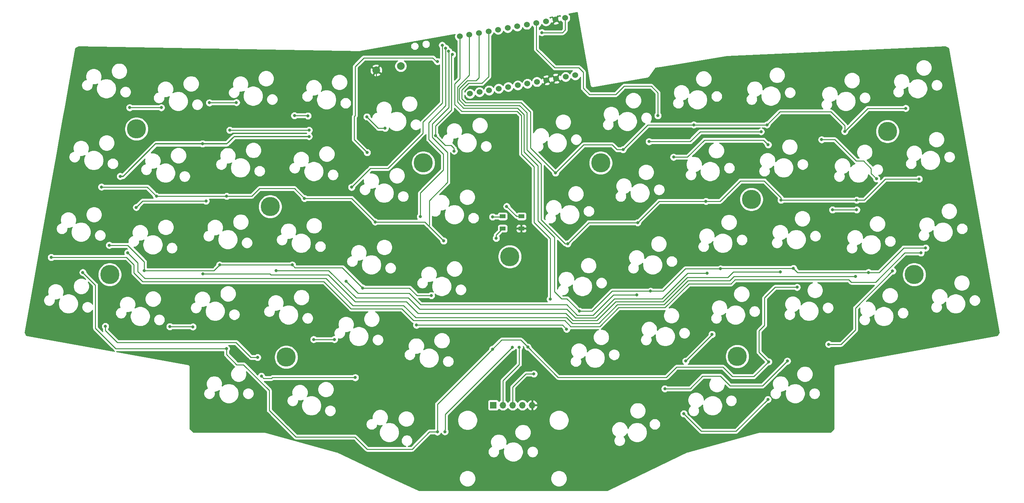
<source format=gtl>
%TF.GenerationSoftware,KiCad,Pcbnew,(5.1.12)-1*%
%TF.CreationDate,2022-03-16T07:25:32-05:00*%
%TF.ProjectId,keyboard_CarrasTech,6b657962-6f61-4726-945f-436172726173,rev?*%
%TF.SameCoordinates,Original*%
%TF.FileFunction,Copper,L1,Top*%
%TF.FilePolarity,Positive*%
%FSLAX46Y46*%
G04 Gerber Fmt 4.6, Leading zero omitted, Abs format (unit mm)*
G04 Created by KiCad (PCBNEW (5.1.12)-1) date 2022-03-16 07:25:32*
%MOMM*%
%LPD*%
G01*
G04 APERTURE LIST*
%TA.AperFunction,ComponentPad*%
%ADD10O,1.700000X1.700000*%
%TD*%
%TA.AperFunction,ComponentPad*%
%ADD11R,1.700000X1.700000*%
%TD*%
%TA.AperFunction,WasherPad*%
%ADD12C,5.000000*%
%TD*%
%TA.AperFunction,SMDPad,CuDef*%
%ADD13R,1.500000X1.000000*%
%TD*%
%TA.AperFunction,ComponentPad*%
%ADD14C,1.524000*%
%TD*%
%TA.AperFunction,ComponentPad*%
%ADD15C,2.000000*%
%TD*%
%TA.AperFunction,ViaPad*%
%ADD16C,0.800000*%
%TD*%
%TA.AperFunction,Conductor*%
%ADD17C,0.250000*%
%TD*%
%TA.AperFunction,Conductor*%
%ADD18C,0.350000*%
%TD*%
%TA.AperFunction,Conductor*%
%ADD19C,0.254000*%
%TD*%
%TA.AperFunction,Conductor*%
%ADD20C,0.100000*%
%TD*%
G04 APERTURE END LIST*
D10*
X154178000Y-123063000D03*
X151638000Y-123063000D03*
X149098000Y-123063000D03*
X146558000Y-123063000D03*
D11*
X144018000Y-123063000D03*
D12*
X211455000Y-69215000D03*
X207772000Y-110299500D03*
X89916000Y-110490000D03*
X85725000Y-71120000D03*
X125730000Y-59690000D03*
X172085000Y-59690000D03*
X254000000Y-88900000D03*
X247015000Y-51435000D03*
X43815000Y-88900000D03*
X50800000Y-50800000D03*
X148336000Y-84201000D03*
D13*
X146457500Y-73647500D03*
X146457500Y-76847500D03*
X151357500Y-73647500D03*
X151357500Y-76847500D03*
D14*
X162796827Y-21742913D03*
X160295415Y-22183980D03*
X157794004Y-22625046D03*
X155292592Y-23066113D03*
X152791180Y-23507179D03*
X150289769Y-23948245D03*
X147788357Y-24389312D03*
X145286945Y-24830378D03*
X142785534Y-25271444D03*
X140284122Y-25712511D03*
X137782710Y-26153577D03*
X135281299Y-26594643D03*
X137924224Y-41583417D03*
X140425635Y-41142351D03*
X142927047Y-40701285D03*
X145428459Y-40260218D03*
X147929871Y-39819152D03*
X150431282Y-39378086D03*
X152932694Y-38937019D03*
X155434106Y-38495953D03*
X157935517Y-38054887D03*
X160436929Y-37613820D03*
X162938341Y-37172754D03*
X165439752Y-36731687D03*
D15*
X119850125Y-34360643D03*
X113448875Y-35489357D03*
D16*
X41656000Y-65976500D03*
X56007000Y-68389500D03*
X74358500Y-68389500D03*
X94678500Y-68961000D03*
X113157000Y-75120500D03*
X131064000Y-80073500D03*
X132334000Y-30480000D03*
X49022000Y-45212000D03*
X57277000Y-45212000D03*
X69850000Y-43942000D03*
X76898500Y-43878500D03*
X92075000Y-47307500D03*
X95567500Y-47371000D03*
X115760500Y-50609500D03*
X133794500Y-56578500D03*
X128968500Y-52578000D03*
X133350000Y-31305500D03*
X110998000Y-47625000D03*
X52832000Y-87820500D03*
X72517000Y-86360000D03*
X91503500Y-86360000D03*
X109918500Y-92392500D03*
X127825500Y-94361000D03*
X124968000Y-73723500D03*
X131572000Y-29654500D03*
X43688000Y-81216500D03*
X97091500Y-105854500D03*
X102509692Y-105854500D03*
X59499500Y-102489000D03*
X65532000Y-102552500D03*
X106997500Y-66040000D03*
X130683000Y-28892500D03*
X251777500Y-45402500D03*
X235839000Y-51435000D03*
X215519000Y-49720500D03*
X196405500Y-49720500D03*
X177927000Y-56197500D03*
X160274000Y-62293500D03*
X255270000Y-63881000D03*
X238950500Y-69405500D03*
X219202000Y-69405500D03*
X199580500Y-69723000D03*
X181737000Y-75311000D03*
X163449000Y-80835500D03*
X256984500Y-81915000D03*
X242062000Y-88328500D03*
X222440500Y-87249000D03*
X203390500Y-87376000D03*
X185102500Y-93218000D03*
X166497000Y-98425000D03*
X194310000Y-111506000D03*
X201168000Y-104521000D03*
X158877000Y-95313500D03*
X111061500Y-56959500D03*
X129413000Y-33147000D03*
X187007500Y-47307500D03*
X95885000Y-52768500D03*
X68072000Y-54673500D03*
X46545500Y-63182500D03*
X74295000Y-108267500D03*
X36766500Y-88328500D03*
X129413000Y-130048000D03*
X143827500Y-108394500D03*
X153035000Y-107823000D03*
X215963500Y-111696500D03*
X213995000Y-51498500D03*
X184721500Y-54102000D03*
X238950500Y-71945500D03*
X232664000Y-71945500D03*
X223393000Y-92202000D03*
X143827500Y-73787000D03*
X110934500Y-48895000D03*
X102108000Y-52705000D03*
X75120500Y-49212500D03*
X48641000Y-58039000D03*
X141605000Y-142303500D03*
X165354000Y-136017000D03*
X223456500Y-105664000D03*
X241554000Y-92456000D03*
X154813000Y-81470500D03*
X28511500Y-84391500D03*
X255746250Y-83216750D03*
X48514000Y-83185000D03*
X238635977Y-89405023D03*
X68135500Y-88709500D03*
X219050561Y-88240561D03*
X87249000Y-87820500D03*
X199877559Y-88562059D03*
X105600500Y-90678000D03*
X181529385Y-94216885D03*
X123952000Y-102108000D03*
X163181212Y-103173712D03*
X107950000Y-115824000D03*
X193802000Y-125285500D03*
X215773000Y-121539000D03*
X83439000Y-115443000D03*
X95885000Y-51117500D03*
X75184000Y-51117500D03*
X68961000Y-69659500D03*
X50736500Y-71310500D03*
X42672000Y-102425500D03*
X82423000Y-110553500D03*
X131381500Y-129984500D03*
X149034500Y-107886500D03*
X147510500Y-71056500D03*
X144780000Y-79375000D03*
X188849000Y-118745000D03*
X220853000Y-111506000D03*
X231648000Y-107124500D03*
X248348500Y-87947500D03*
X244157500Y-63817500D03*
X229806500Y-53594000D03*
X215836500Y-54927500D03*
X191135000Y-58166000D03*
X156718000Y-25590500D03*
X154622500Y-114871500D03*
X150812500Y-107886500D03*
D17*
X53594000Y-65976500D02*
X56007000Y-68389500D01*
X41656000Y-65976500D02*
X53594000Y-65976500D01*
X74358500Y-68389500D02*
X56007000Y-68389500D01*
X74358500Y-68389500D02*
X80899000Y-68389500D01*
X80899000Y-68389500D02*
X82931000Y-66357500D01*
X92075000Y-66357500D02*
X94678500Y-68961000D01*
X82931000Y-66357500D02*
X92075000Y-66357500D01*
X106997500Y-68961000D02*
X113157000Y-75120500D01*
X94678500Y-68961000D02*
X106997500Y-68961000D01*
X113157000Y-75120500D02*
X126111000Y-75120500D01*
X127127000Y-76136500D02*
X131064000Y-80073500D01*
X126111000Y-75120500D02*
X127127000Y-76136500D01*
X127317500Y-75946000D02*
X127127000Y-76136500D01*
X127317500Y-69532500D02*
X127317500Y-75946000D01*
X132080000Y-64770000D02*
X127317500Y-69532500D01*
X132080000Y-56959500D02*
X132080000Y-64770000D01*
X128079500Y-52959000D02*
X132080000Y-56959500D01*
X128079500Y-49530000D02*
X128079500Y-52959000D01*
X132397500Y-45212000D02*
X128079500Y-49530000D01*
X132397500Y-30353000D02*
X132397500Y-45212000D01*
X49022000Y-45212000D02*
X57277000Y-45212000D01*
X76835000Y-43942000D02*
X76898500Y-43878500D01*
X69850000Y-43942000D02*
X76835000Y-43942000D01*
X95504000Y-47307500D02*
X95567500Y-47371000D01*
X92075000Y-47307500D02*
X95504000Y-47307500D01*
X133794500Y-56578500D02*
X133794500Y-55880000D01*
X133794500Y-55880000D02*
X132969000Y-55054500D01*
X132969000Y-55054500D02*
X131445000Y-55054500D01*
X131445000Y-55054500D02*
X128968500Y-52578000D01*
X113982500Y-50609500D02*
X115760500Y-50609500D01*
X112585500Y-49212500D02*
X113982500Y-50609500D01*
X112585500Y-49212500D02*
X110998000Y-47625000D01*
X133096000Y-31559500D02*
X133350000Y-31305500D01*
X133096000Y-45847000D02*
X133096000Y-31559500D01*
X128968500Y-49974500D02*
X133096000Y-45847000D01*
X128968500Y-52578000D02*
X128968500Y-49974500D01*
X52768500Y-87820500D02*
X52832000Y-87820500D01*
X71056500Y-87820500D02*
X72517000Y-86360000D01*
X52832000Y-87820500D02*
X71056500Y-87820500D01*
X72517000Y-86360000D02*
X91503500Y-86360000D01*
X109918500Y-92392500D02*
X122110500Y-92392500D01*
X124079000Y-94361000D02*
X127825500Y-94361000D01*
X122110500Y-92392500D02*
X124079000Y-94361000D01*
X91503500Y-86360000D02*
X92202000Y-87058500D01*
X104584500Y-87058500D02*
X109918500Y-92392500D01*
X92202000Y-87058500D02*
X104584500Y-87058500D01*
X46736000Y-81216500D02*
X48514000Y-81216500D01*
X52832000Y-85534500D02*
X52832000Y-87820500D01*
X48514000Y-81216500D02*
X52832000Y-85534500D01*
X46736000Y-81216500D02*
X43688000Y-81216500D01*
X124968000Y-67564000D02*
X124968000Y-73723500D01*
X131000500Y-61531500D02*
X124968000Y-67564000D01*
X127127000Y-49149000D02*
X127127000Y-53530500D01*
X131000500Y-57404000D02*
X131000500Y-61531500D01*
X127127000Y-53530500D02*
X131000500Y-57404000D01*
X131572000Y-44704000D02*
X127127000Y-49149000D01*
X131572000Y-29654500D02*
X131572000Y-44704000D01*
X97091500Y-105854500D02*
X102509692Y-105854500D01*
X65468500Y-102489000D02*
X65532000Y-102552500D01*
X59499500Y-102489000D02*
X65468500Y-102489000D01*
X111950500Y-61087000D02*
X106997500Y-66040000D01*
X116522500Y-61087000D02*
X111950500Y-61087000D01*
X125666500Y-51943000D02*
X116522500Y-61087000D01*
X125666500Y-49022000D02*
X125666500Y-51943000D01*
X130683000Y-44005500D02*
X125666500Y-49022000D01*
X130683000Y-28892500D02*
X130683000Y-44005500D01*
X241871500Y-45402500D02*
X235839000Y-51435000D01*
X251777500Y-45402500D02*
X241871500Y-45402500D01*
X235839000Y-51435000D02*
X235839000Y-49911000D01*
X235839000Y-49911000D02*
X232219500Y-46291500D01*
X218948000Y-46291500D02*
X215519000Y-49720500D01*
X232219500Y-46291500D02*
X218948000Y-46291500D01*
X215519000Y-49720500D02*
X196405500Y-49720500D01*
X184404000Y-49720500D02*
X177927000Y-56197500D01*
X196405500Y-49720500D02*
X184404000Y-49720500D01*
X177927000Y-56197500D02*
X176339500Y-56197500D01*
X176339500Y-56197500D02*
X175069500Y-54927500D01*
X167640000Y-54927500D02*
X160274000Y-62293500D01*
X175069500Y-54927500D02*
X167640000Y-54927500D01*
X142785534Y-25271444D02*
X142785534Y-37109966D01*
X142785534Y-37109966D02*
X141033500Y-38862000D01*
X141033500Y-38862000D02*
X137541000Y-38862000D01*
X137541000Y-38862000D02*
X135826500Y-40576500D01*
X135826500Y-40576500D02*
X135826500Y-42862500D01*
X135826500Y-42862500D02*
X136842500Y-43878500D01*
X136842500Y-43878500D02*
X151257000Y-43878500D01*
X151257000Y-43878500D02*
X153733500Y-46355000D01*
X153733500Y-55753000D02*
X160274000Y-62293500D01*
X153733500Y-46355000D02*
X153733500Y-55753000D01*
X255270000Y-63881000D02*
X246443500Y-63881000D01*
X240919000Y-69405500D02*
X238950500Y-69405500D01*
X246443500Y-63881000D02*
X240919000Y-69405500D01*
X238950500Y-69405500D02*
X219202000Y-69405500D01*
X219202000Y-69405500D02*
X219202000Y-68770500D01*
X219202000Y-68770500D02*
X214820500Y-64389000D01*
X214820500Y-64389000D02*
X208597500Y-64389000D01*
X203263500Y-69723000D02*
X199580500Y-69723000D01*
X208597500Y-64389000D02*
X203263500Y-69723000D01*
X187325000Y-69723000D02*
X181737000Y-75311000D01*
X199580500Y-69723000D02*
X187325000Y-69723000D01*
X168973500Y-75311000D02*
X163449000Y-80835500D01*
X181737000Y-75311000D02*
X168973500Y-75311000D01*
X140284122Y-25712511D02*
X140284122Y-37388878D01*
X140284122Y-37388878D02*
X139509500Y-38163500D01*
X139509500Y-38163500D02*
X137223500Y-38163500D01*
X137223500Y-38163500D02*
X135128000Y-40259000D01*
X135128000Y-40259000D02*
X135128000Y-43180000D01*
X135128000Y-43180000D02*
X136588500Y-44640500D01*
X136588500Y-44640500D02*
X150876000Y-44640500D01*
X150876000Y-44640500D02*
X152781000Y-46545500D01*
X152781000Y-46545500D02*
X152781000Y-56261000D01*
X152781000Y-56261000D02*
X156527500Y-60007500D01*
X156527500Y-60007500D02*
X156527500Y-74549000D01*
X162814000Y-80835500D02*
X163449000Y-80835500D01*
X156527500Y-74549000D02*
X162814000Y-80835500D01*
X256984500Y-81915000D02*
X251269500Y-81915000D01*
X244856000Y-88328500D02*
X242062000Y-88328500D01*
X251269500Y-81915000D02*
X244856000Y-88328500D01*
X223520000Y-88328500D02*
X222440500Y-87249000D01*
X242062000Y-88328500D02*
X223520000Y-88328500D01*
X203517500Y-87249000D02*
X203390500Y-87376000D01*
X222440500Y-87249000D02*
X203517500Y-87249000D01*
X203390500Y-87376000D02*
X194183000Y-87376000D01*
X188341000Y-93218000D02*
X185102500Y-93218000D01*
X194183000Y-87376000D02*
X188341000Y-93218000D01*
X169862500Y-98425000D02*
X166497000Y-98425000D01*
X175069500Y-93218000D02*
X169862500Y-98425000D01*
X185102500Y-93218000D02*
X175069500Y-93218000D01*
X137782710Y-26153577D02*
X137782710Y-36715290D01*
X134677990Y-39820010D02*
X134677990Y-43757010D01*
X137782710Y-36715290D02*
X134677990Y-39820010D01*
X134677990Y-43757010D02*
X136259980Y-45339000D01*
X136259980Y-45339000D02*
X150368000Y-45339000D01*
X150368000Y-45339000D02*
X152082500Y-47053500D01*
X152082500Y-47053500D02*
X152082500Y-56769000D01*
X152082500Y-56769000D02*
X155702000Y-60388500D01*
X155702000Y-60388500D02*
X155702000Y-74803000D01*
X155702000Y-74803000D02*
X160020000Y-79121000D01*
X160020000Y-79121000D02*
X160020000Y-93345000D01*
X160020000Y-93345000D02*
X161861500Y-95186500D01*
X163258500Y-95186500D02*
X166497000Y-98425000D01*
X161861500Y-95186500D02*
X163258500Y-95186500D01*
X201168000Y-104648000D02*
X201168000Y-104521000D01*
X194310000Y-111506000D02*
X201168000Y-104648000D01*
X135281299Y-26594643D02*
X135281299Y-37629201D01*
X135281299Y-37629201D02*
X133921500Y-38989000D01*
X133921500Y-38989000D02*
X133921500Y-44386500D01*
X133921500Y-44386500D02*
X135763000Y-46228000D01*
X150304500Y-46228000D02*
X151384000Y-47307500D01*
X135763000Y-46228000D02*
X150304500Y-46228000D01*
X151384000Y-47307500D02*
X151384000Y-57404000D01*
X151384000Y-57404000D02*
X154686000Y-60706000D01*
X154686000Y-60706000D02*
X154686000Y-75247500D01*
X158877000Y-79438500D02*
X158877000Y-95313500D01*
X154686000Y-75247500D02*
X158877000Y-79438500D01*
X107950000Y-47307500D02*
X107696000Y-47561500D01*
X107696000Y-47561500D02*
X107696000Y-53022500D01*
X107696000Y-53594000D02*
X111061500Y-56959500D01*
X107696000Y-53022500D02*
X107696000Y-53594000D01*
X107950000Y-36195000D02*
X107950000Y-34480500D01*
X107950000Y-36195000D02*
X107950000Y-47307500D01*
X107950000Y-34480500D02*
X110236000Y-32194500D01*
X110236000Y-32194500D02*
X128206500Y-32194500D01*
X129159000Y-33147000D02*
X129413000Y-33147000D01*
X128206500Y-32194500D02*
X129159000Y-33147000D01*
X155292592Y-23066113D02*
X155292592Y-30007092D01*
X155292592Y-30007092D02*
X160083500Y-34798000D01*
X160083500Y-34798000D02*
X166370000Y-34798000D01*
X166370000Y-34798000D02*
X167513000Y-35941000D01*
X167513000Y-35941000D02*
X167513000Y-40132000D01*
X167513000Y-40132000D02*
X169164000Y-41783000D01*
X169164000Y-41783000D02*
X176022000Y-41783000D01*
X176022000Y-41783000D02*
X178181000Y-39624000D01*
X178181000Y-39624000D02*
X185293000Y-39624000D01*
X187007500Y-41338500D02*
X187007500Y-47307500D01*
X185293000Y-39624000D02*
X187007500Y-41338500D01*
D18*
X95885000Y-52768500D02*
X76327000Y-52768500D01*
X74422000Y-54673500D02*
X68072000Y-54673500D01*
X76327000Y-52768500D02*
X74422000Y-54673500D01*
X68072000Y-54673500D02*
X55816500Y-54673500D01*
X47307500Y-63182500D02*
X46545500Y-63182500D01*
X55816500Y-54673500D02*
X47307500Y-63182500D01*
D17*
X74295000Y-108267500D02*
X45402500Y-108267500D01*
X45402500Y-108267500D02*
X40068500Y-102933500D01*
X40068500Y-91630500D02*
X36766500Y-88328500D01*
X40068500Y-102933500D02*
X40068500Y-91630500D01*
X129413000Y-122809000D02*
X143827500Y-108394500D01*
X129413000Y-130048000D02*
X129413000Y-122809000D01*
X153035000Y-107823000D02*
X151193500Y-105981500D01*
X146240500Y-105981500D02*
X143827500Y-108394500D01*
X151193500Y-105981500D02*
X146240500Y-105981500D01*
X127317500Y-130048000D02*
X129413000Y-130048000D01*
X111061500Y-134556500D02*
X122809000Y-134556500D01*
X107886500Y-131381500D02*
X111061500Y-134556500D01*
X85471000Y-124396500D02*
X92456000Y-131381500D01*
X92456000Y-131381500D02*
X107886500Y-131381500D01*
X85471000Y-119189500D02*
X85471000Y-124396500D01*
X78740000Y-112458500D02*
X85471000Y-119189500D01*
X122809000Y-134556500D02*
X127317500Y-130048000D01*
X76962000Y-112458500D02*
X78740000Y-112458500D01*
X74295000Y-109791500D02*
X76962000Y-112458500D01*
X74295000Y-108267500D02*
X74295000Y-109791500D01*
X213995000Y-51498500D02*
X198120000Y-51498500D01*
X195516500Y-54102000D02*
X184721500Y-54102000D01*
X198120000Y-51498500D02*
X195516500Y-54102000D01*
X238950500Y-71945500D02*
X232664000Y-71945500D01*
X223393000Y-92202000D02*
X217678000Y-92202000D01*
X217678000Y-92202000D02*
X214884000Y-94996000D01*
X214884000Y-94996000D02*
X214884000Y-102171500D01*
X214884000Y-102171500D02*
X213423500Y-103632000D01*
X213423500Y-109156500D02*
X215963500Y-111696500D01*
X213423500Y-103632000D02*
X213423500Y-109156500D01*
X212090000Y-115570000D02*
X215963500Y-111696500D01*
X206502000Y-115570000D02*
X212090000Y-115570000D01*
X204025500Y-113093500D02*
X206502000Y-115570000D01*
X191897000Y-113093500D02*
X204025500Y-113093500D01*
X189230000Y-115760500D02*
X191897000Y-113093500D01*
X160972500Y-115760500D02*
X189230000Y-115760500D01*
X153035000Y-107823000D02*
X160972500Y-115760500D01*
X146318000Y-73787000D02*
X146457500Y-73647500D01*
X143827500Y-73787000D02*
X146318000Y-73787000D01*
D18*
X109347000Y-46926500D02*
X109347000Y-47121002D01*
X109347000Y-47121002D02*
X109347000Y-48196500D01*
X110045500Y-48895000D02*
X110934500Y-48895000D01*
X109347000Y-48196500D02*
X110045500Y-48895000D01*
X102108000Y-52705000D02*
X98806000Y-49403000D01*
X75311000Y-49403000D02*
X75120500Y-49212500D01*
X98806000Y-49403000D02*
X75311000Y-49403000D01*
X67524953Y-49212500D02*
X63968953Y-52768500D01*
X75120500Y-49212500D02*
X67524953Y-49212500D01*
X63968953Y-52768500D02*
X55943500Y-52768500D01*
X55943500Y-52768500D02*
X50609500Y-58102500D01*
X48704500Y-58102500D02*
X48641000Y-58039000D01*
X50609500Y-58102500D02*
X48704500Y-58102500D01*
D17*
X141605000Y-142303500D02*
X144272000Y-139636500D01*
X144272000Y-139636500D02*
X161734500Y-139636500D01*
X165354000Y-136017000D02*
X183832500Y-117538500D01*
X183832500Y-117538500D02*
X193675000Y-117538500D01*
X193675000Y-117538500D02*
X196786500Y-114427000D01*
X196786500Y-114427000D02*
X203962000Y-114427000D01*
X206248000Y-116713000D02*
X213233000Y-116713000D01*
X203962000Y-114427000D02*
X206248000Y-116713000D01*
X206248000Y-116713000D02*
X206311500Y-116776500D01*
X213233000Y-116713000D02*
X218694000Y-111252000D01*
X218694000Y-111252000D02*
X218694000Y-104775000D01*
X218694000Y-104775000D02*
X220281500Y-103187500D01*
X220281500Y-103187500D02*
X222186500Y-103187500D01*
X223456500Y-104457500D02*
X223456500Y-105664000D01*
X222186500Y-103187500D02*
X223456500Y-104457500D01*
X223456500Y-105664000D02*
X232918000Y-105664000D01*
X232918000Y-105664000D02*
X237299500Y-101282500D01*
X237299500Y-96710500D02*
X241554000Y-92456000D01*
X237299500Y-101282500D02*
X237299500Y-96710500D01*
X113448875Y-42824625D02*
X113442750Y-42830750D01*
X113448875Y-35489357D02*
X113448875Y-42824625D01*
D18*
X113442750Y-42830750D02*
X109347000Y-46926500D01*
D17*
X151357500Y-76847500D02*
X151357500Y-78078500D01*
X154749500Y-81470500D02*
X154813000Y-81470500D01*
X151357500Y-78078500D02*
X154749500Y-81470500D01*
X165068250Y-125190250D02*
X165068250Y-136302750D01*
X165068250Y-136302750D02*
X165354000Y-136017000D01*
X161734500Y-139636500D02*
X165068250Y-136302750D01*
X154178000Y-123063000D02*
X162941000Y-123063000D01*
X162941000Y-123063000D02*
X163226750Y-123348750D01*
X163226750Y-123348750D02*
X165068250Y-125190250D01*
X28511500Y-84391500D02*
X48196500Y-84391500D01*
X48196500Y-84391500D02*
X50101500Y-86296500D01*
X50101500Y-86296500D02*
X50101500Y-88455500D01*
X50101500Y-88455500D02*
X52387500Y-90741500D01*
X52387500Y-90741500D02*
X99758500Y-90741500D01*
X99758500Y-90741500D02*
X106870500Y-97853500D01*
X106870500Y-97853500D02*
X120142000Y-97853500D01*
X120142000Y-97853500D02*
X123190000Y-100901500D01*
X123190000Y-100901500D02*
X162687000Y-100901500D01*
X162687000Y-100901500D02*
X164274500Y-102489000D01*
X164274500Y-102489000D02*
X171831000Y-102489000D01*
X171831000Y-102489000D02*
X176784000Y-97536000D01*
X176784000Y-97536000D02*
X188912500Y-97536000D01*
X188912500Y-97536000D02*
X195135500Y-91313000D01*
X195135500Y-91313000D02*
X206121000Y-91313000D01*
X206121000Y-91313000D02*
X207200500Y-90233500D01*
X207200500Y-90233500D02*
X236918500Y-90233500D01*
X236918500Y-90233500D02*
X237553500Y-90868500D01*
X237553500Y-90868500D02*
X243903500Y-90868500D01*
X243903500Y-90868500D02*
X251555250Y-83216750D01*
X251555250Y-83216750D02*
X255746250Y-83216750D01*
X206885977Y-89405023D02*
X238635977Y-89405023D01*
X205803500Y-90487500D02*
X206885977Y-89405023D01*
X194881500Y-90487500D02*
X205803500Y-90487500D01*
X52959000Y-89916000D02*
X100330000Y-89916000D01*
X51117500Y-85788500D02*
X51117500Y-88074500D01*
X120586500Y-96964500D02*
X123761500Y-100139500D01*
X51117500Y-88074500D02*
X52959000Y-89916000D01*
X100330000Y-89916000D02*
X107378500Y-96964500D01*
X107378500Y-96964500D02*
X120586500Y-96964500D01*
X123761500Y-100139500D02*
X163131500Y-100139500D01*
X164655500Y-101663500D02*
X171577000Y-101663500D01*
X163131500Y-100139500D02*
X164655500Y-101663500D01*
X171577000Y-101663500D02*
X176466500Y-96774000D01*
X176466500Y-96774000D02*
X188595000Y-96774000D01*
X48514000Y-83185000D02*
X51117500Y-85788500D01*
X188595000Y-96774000D02*
X194881500Y-90487500D01*
X206716939Y-88240561D02*
X219050561Y-88240561D01*
X205295500Y-89662000D02*
X206716939Y-88240561D01*
X68135500Y-88709500D02*
X85661500Y-88709500D01*
X85661500Y-88709500D02*
X85915500Y-88963500D01*
X124333000Y-99060000D02*
X163004500Y-99060000D01*
X85915500Y-88963500D02*
X100901500Y-88963500D01*
X100901500Y-88963500D02*
X107950000Y-96012000D01*
X188341000Y-96012000D02*
X194691000Y-89662000D01*
X107950000Y-96012000D02*
X121285000Y-96012000D01*
X163004500Y-99060000D02*
X164846000Y-100901500D01*
X121285000Y-96012000D02*
X124333000Y-99060000D01*
X164846000Y-100901500D02*
X171132500Y-100901500D01*
X171132500Y-100901500D02*
X176022000Y-96012000D01*
X194691000Y-89662000D02*
X205295500Y-89662000D01*
X176022000Y-96012000D02*
X188341000Y-96012000D01*
X170688000Y-100203000D02*
X175704500Y-95186500D01*
X188150500Y-95186500D02*
X194774941Y-88562059D01*
X165481000Y-100203000D02*
X170688000Y-100203000D01*
X163195000Y-97917000D02*
X165481000Y-100203000D01*
X121856500Y-94996000D02*
X124777500Y-97917000D01*
X175704500Y-95186500D02*
X188150500Y-95186500D01*
X108204000Y-94996000D02*
X121856500Y-94996000D01*
X194774941Y-88562059D02*
X199877559Y-88562059D01*
X124777500Y-97917000D02*
X163195000Y-97917000D01*
X101028500Y-87820500D02*
X108204000Y-94996000D01*
X87249000Y-87820500D02*
X101028500Y-87820500D01*
X175404115Y-94216885D02*
X181529385Y-94216885D01*
X170116500Y-99504500D02*
X175404115Y-94216885D01*
X165925500Y-99504500D02*
X170116500Y-99504500D01*
X163195000Y-96774000D02*
X165925500Y-99504500D01*
X125031500Y-96774000D02*
X163195000Y-96774000D01*
X122047000Y-93789500D02*
X125031500Y-96774000D01*
X108712000Y-93789500D02*
X122047000Y-93789500D01*
X105600500Y-90678000D02*
X108712000Y-93789500D01*
X162115500Y-102108000D02*
X163181212Y-103173712D01*
X123952000Y-102108000D02*
X162115500Y-102108000D01*
X193802000Y-125285500D02*
X198374000Y-129857500D01*
X207454500Y-129857500D02*
X215773000Y-121539000D01*
X198374000Y-129857500D02*
X207454500Y-129857500D01*
X83439000Y-115443000D02*
X84010500Y-116014500D01*
X86106000Y-116014500D02*
X86296500Y-115824000D01*
X84010500Y-116014500D02*
X86106000Y-116014500D01*
X86296500Y-115824000D02*
X107950000Y-115824000D01*
X95885000Y-51117500D02*
X75184000Y-51117500D01*
X52387500Y-69659500D02*
X50736500Y-71310500D01*
X68961000Y-69659500D02*
X52387500Y-69659500D01*
X42672000Y-102425500D02*
X42672000Y-103505000D01*
X42672000Y-103505000D02*
X45783500Y-106616500D01*
X45783500Y-106616500D02*
X76771500Y-106616500D01*
X80708500Y-110553500D02*
X82423000Y-110553500D01*
X76771500Y-106616500D02*
X80708500Y-110553500D01*
X131381500Y-129473526D02*
X131445000Y-129410026D01*
X131381500Y-129984500D02*
X131381500Y-129473526D01*
X131445000Y-125476000D02*
X149034500Y-107886500D01*
X131445000Y-129410026D02*
X131445000Y-125476000D01*
X151357500Y-73633500D02*
X151357500Y-73647500D01*
X150101500Y-73647500D02*
X147510500Y-71056500D01*
X151357500Y-73647500D02*
X150101500Y-73647500D01*
X144780000Y-78525000D02*
X146457500Y-76847500D01*
X144780000Y-79375000D02*
X144780000Y-78525000D01*
X195453000Y-118745000D02*
X188849000Y-118745000D01*
X198723250Y-115474750D02*
X195453000Y-118745000D01*
X203358750Y-115474750D02*
X198723250Y-115474750D01*
X205867000Y-117983000D02*
X203358750Y-115474750D01*
X214376000Y-117983000D02*
X205867000Y-117983000D01*
X220853000Y-111506000D02*
X214376000Y-117983000D01*
X231648000Y-107124500D02*
X234886500Y-107124500D01*
X234886500Y-107124500D02*
X238633000Y-103378000D01*
X238633000Y-97663000D02*
X248348500Y-87947500D01*
X238633000Y-103378000D02*
X238633000Y-97663000D01*
X244157500Y-63817500D02*
X242760500Y-62420500D01*
X242760500Y-62420500D02*
X242760500Y-61150500D01*
X242760500Y-61150500D02*
X240792000Y-59182000D01*
X240792000Y-59182000D02*
X238823500Y-59182000D01*
X233235500Y-53594000D02*
X229806500Y-53594000D01*
X238823500Y-59182000D02*
X233235500Y-53594000D01*
X215836500Y-54927500D02*
X214630000Y-53721000D01*
X214630000Y-53721000D02*
X199199500Y-53721000D01*
X194754500Y-58166000D02*
X191135000Y-58166000D01*
X199199500Y-53721000D02*
X194754500Y-58166000D01*
X162796827Y-21742913D02*
X162796827Y-24909173D01*
X162115500Y-25590500D02*
X156718000Y-25590500D01*
X162796827Y-24909173D02*
X162115500Y-25590500D01*
X154622500Y-114871500D02*
X152527000Y-114871500D01*
X152527000Y-114871500D02*
X149098000Y-118300500D01*
X149098000Y-123063000D02*
X149098000Y-120650000D01*
X149098000Y-120650000D02*
X149098000Y-120777000D01*
X149098000Y-118300500D02*
X149098000Y-120650000D01*
X150812500Y-112395000D02*
X150812500Y-107886500D01*
X146558000Y-116649500D02*
X150812500Y-112395000D01*
X146558000Y-123063000D02*
X146558000Y-116649500D01*
D19*
X169333831Y-39388905D02*
X169336223Y-39420750D01*
X169345118Y-39452729D01*
X169345230Y-39453360D01*
X169353950Y-39484478D01*
X169371064Y-39546003D01*
X169371348Y-39546566D01*
X169371520Y-39547179D01*
X169400858Y-39604997D01*
X169429673Y-39662052D01*
X169430060Y-39662547D01*
X169430349Y-39663116D01*
X169470419Y-39714120D01*
X169509794Y-39764437D01*
X169510271Y-39764847D01*
X169510665Y-39765349D01*
X169559855Y-39807503D01*
X169608351Y-39849224D01*
X169608900Y-39849534D01*
X169609383Y-39849948D01*
X169665857Y-39881700D01*
X169721555Y-39913154D01*
X169722152Y-39913350D01*
X169722708Y-39913663D01*
X169784247Y-39933772D01*
X169845055Y-39953771D01*
X169845681Y-39953847D01*
X169846286Y-39954045D01*
X169910341Y-39961735D01*
X169974107Y-39969514D01*
X169974739Y-39969467D01*
X169975367Y-39969542D01*
X170039572Y-39964597D01*
X170071265Y-39962217D01*
X170071883Y-39962109D01*
X170104992Y-39959559D01*
X170135756Y-39950938D01*
X184158319Y-37498563D01*
X196856273Y-37498563D01*
X196856273Y-37919121D01*
X196938320Y-38331598D01*
X197099261Y-38720144D01*
X197332910Y-39069825D01*
X197630290Y-39367205D01*
X197979971Y-39600854D01*
X198368517Y-39761795D01*
X198780994Y-39843842D01*
X199201552Y-39843842D01*
X199614029Y-39761795D01*
X200002575Y-39600854D01*
X200352256Y-39367205D01*
X200649636Y-39069825D01*
X200883285Y-38720144D01*
X201044226Y-38331598D01*
X201126273Y-37919121D01*
X201126273Y-37498563D01*
X201044226Y-37086086D01*
X200883285Y-36697540D01*
X200770994Y-36529483D01*
X216029275Y-36529483D01*
X216029275Y-36950041D01*
X216111322Y-37362518D01*
X216272263Y-37751064D01*
X216505912Y-38100745D01*
X216803292Y-38398125D01*
X217152973Y-38631774D01*
X217541519Y-38792715D01*
X217953996Y-38874762D01*
X218374554Y-38874762D01*
X218787031Y-38792715D01*
X219175577Y-38631774D01*
X219525258Y-38398125D01*
X219822638Y-38100745D01*
X219957224Y-37899322D01*
X235614692Y-37899322D01*
X235614692Y-38319880D01*
X235696739Y-38732357D01*
X235857680Y-39120903D01*
X236091329Y-39470584D01*
X236388709Y-39767964D01*
X236738390Y-40001613D01*
X237126936Y-40162554D01*
X237539413Y-40244601D01*
X237959971Y-40244601D01*
X238372448Y-40162554D01*
X238760994Y-40001613D01*
X239110675Y-39767964D01*
X239408055Y-39470584D01*
X239641704Y-39120903D01*
X239802645Y-38732357D01*
X239884692Y-38319880D01*
X239884692Y-37899322D01*
X239802645Y-37486845D01*
X239641704Y-37098299D01*
X239408055Y-36748618D01*
X239110675Y-36451238D01*
X238760994Y-36217589D01*
X238372448Y-36056648D01*
X237959971Y-35974601D01*
X237539413Y-35974601D01*
X237126936Y-36056648D01*
X236738390Y-36217589D01*
X236388709Y-36451238D01*
X236091329Y-36748618D01*
X235857680Y-37098299D01*
X235696739Y-37486845D01*
X235614692Y-37899322D01*
X219957224Y-37899322D01*
X220056287Y-37751064D01*
X220217228Y-37362518D01*
X220299275Y-36950041D01*
X220299275Y-36529483D01*
X220217228Y-36117006D01*
X220056287Y-35728460D01*
X219822638Y-35378779D01*
X219525258Y-35081399D01*
X219175577Y-34847750D01*
X218787031Y-34686809D01*
X218374554Y-34604762D01*
X217953996Y-34604762D01*
X217541519Y-34686809D01*
X217152973Y-34847750D01*
X216803292Y-35081399D01*
X216505912Y-35378779D01*
X216272263Y-35728460D01*
X216111322Y-36117006D01*
X216029275Y-36529483D01*
X200770994Y-36529483D01*
X200649636Y-36347859D01*
X200352256Y-36050479D01*
X200002575Y-35816830D01*
X199614029Y-35655889D01*
X199201552Y-35573842D01*
X198780994Y-35573842D01*
X198368517Y-35655889D01*
X197979971Y-35816830D01*
X197630290Y-36050479D01*
X197332910Y-36347859D01*
X197099261Y-36697540D01*
X196938320Y-37086086D01*
X196856273Y-37498563D01*
X184158319Y-37498563D01*
X184221583Y-37487499D01*
X184243789Y-37486527D01*
X184285447Y-37476330D01*
X184295634Y-37474548D01*
X184316971Y-37468613D01*
X184370069Y-37455615D01*
X184379483Y-37451224D01*
X184389503Y-37448437D01*
X184438352Y-37423766D01*
X184487892Y-37400660D01*
X184496271Y-37394515D01*
X184505552Y-37389828D01*
X184548636Y-37356113D01*
X184592730Y-37323776D01*
X184599750Y-37316114D01*
X184607937Y-37309707D01*
X184643617Y-37268233D01*
X184658548Y-37251935D01*
X184664741Y-37243677D01*
X184692724Y-37211150D01*
X184703659Y-37191787D01*
X186424340Y-34897547D01*
X188261672Y-34591325D01*
X254375280Y-34591325D01*
X254375280Y-35011883D01*
X254457327Y-35424360D01*
X254618268Y-35812906D01*
X254851917Y-36162587D01*
X255149297Y-36459967D01*
X255498978Y-36693616D01*
X255887524Y-36854557D01*
X256300001Y-36936604D01*
X256720559Y-36936604D01*
X257133036Y-36854557D01*
X257521582Y-36693616D01*
X257871263Y-36459967D01*
X258168643Y-36162587D01*
X258402292Y-35812906D01*
X258563233Y-35424360D01*
X258645280Y-35011883D01*
X258645280Y-34591325D01*
X258563233Y-34178848D01*
X258402292Y-33790302D01*
X258168643Y-33440621D01*
X257871263Y-33143241D01*
X257521582Y-32909592D01*
X257133036Y-32748651D01*
X256720559Y-32666604D01*
X256300001Y-32666604D01*
X255887524Y-32748651D01*
X255498978Y-32909592D01*
X255149297Y-33143241D01*
X254851917Y-33440621D01*
X254618268Y-33790302D01*
X254457327Y-34178848D01*
X254375280Y-34591325D01*
X188261672Y-34591325D01*
X205174165Y-31772577D01*
X262113113Y-29241958D01*
X262933300Y-29652053D01*
X276171902Y-104040391D01*
X275782744Y-104818708D01*
X233589339Y-112375736D01*
X233550618Y-112379550D01*
X233494432Y-112396594D01*
X233437970Y-112412549D01*
X233432299Y-112415442D01*
X233426208Y-112417290D01*
X233374434Y-112444963D01*
X233322163Y-112471631D01*
X233317169Y-112475572D01*
X233311551Y-112478575D01*
X233266175Y-112515815D01*
X233220106Y-112552170D01*
X233215973Y-112557014D01*
X233211053Y-112561052D01*
X233173815Y-112606427D01*
X233135723Y-112651073D01*
X233132616Y-112656627D01*
X233128576Y-112661550D01*
X233100915Y-112713301D01*
X233072255Y-112764537D01*
X233070289Y-112770598D01*
X233067291Y-112776207D01*
X233050260Y-112832349D01*
X233032144Y-112888203D01*
X233031399Y-112894525D01*
X233029551Y-112900617D01*
X233023799Y-112959020D01*
X233016929Y-113017318D01*
X233020001Y-113056100D01*
X233020000Y-129266619D01*
X232136620Y-130150000D01*
X213368317Y-130150000D01*
X213311750Y-130148565D01*
X213271389Y-130155534D01*
X213230617Y-130159550D01*
X213176435Y-130175986D01*
X194805234Y-135243905D01*
X194777646Y-135248270D01*
X194742710Y-135261153D01*
X194738236Y-135262387D01*
X194712336Y-135272353D01*
X194686230Y-135281980D01*
X194682043Y-135284010D01*
X194647303Y-135297378D01*
X194623702Y-135312297D01*
X173838440Y-145390000D01*
X124607535Y-145390000D01*
X117461919Y-142027357D01*
X135128000Y-142027357D01*
X135128000Y-142452643D01*
X135210970Y-142869757D01*
X135373719Y-143262670D01*
X135609996Y-143616282D01*
X135910718Y-143917004D01*
X136264330Y-144153281D01*
X136657243Y-144316030D01*
X137074357Y-144399000D01*
X137499643Y-144399000D01*
X137916757Y-144316030D01*
X138309670Y-144153281D01*
X138663282Y-143917004D01*
X138964004Y-143616282D01*
X139200281Y-143262670D01*
X139363030Y-142869757D01*
X139446000Y-142452643D01*
X139446000Y-142027357D01*
X159004000Y-142027357D01*
X159004000Y-142452643D01*
X159086970Y-142869757D01*
X159249719Y-143262670D01*
X159485996Y-143616282D01*
X159786718Y-143917004D01*
X160140330Y-144153281D01*
X160533243Y-144316030D01*
X160950357Y-144399000D01*
X161375643Y-144399000D01*
X161792757Y-144316030D01*
X162185670Y-144153281D01*
X162539282Y-143917004D01*
X162840004Y-143616282D01*
X163076281Y-143262670D01*
X163239030Y-142869757D01*
X163322000Y-142452643D01*
X163322000Y-142027357D01*
X163239030Y-141610243D01*
X163076281Y-141217330D01*
X162840004Y-140863718D01*
X162539282Y-140562996D01*
X162185670Y-140326719D01*
X161792757Y-140163970D01*
X161375643Y-140081000D01*
X160950357Y-140081000D01*
X160533243Y-140163970D01*
X160140330Y-140326719D01*
X159786718Y-140562996D01*
X159485996Y-140863718D01*
X159249719Y-141217330D01*
X159086970Y-141610243D01*
X159004000Y-142027357D01*
X139446000Y-142027357D01*
X139363030Y-141610243D01*
X139200281Y-141217330D01*
X138964004Y-140863718D01*
X138663282Y-140562996D01*
X138309670Y-140326719D01*
X137916757Y-140163970D01*
X137499643Y-140081000D01*
X137074357Y-140081000D01*
X136657243Y-140163970D01*
X136264330Y-140326719D01*
X135910718Y-140562996D01*
X135609996Y-140863718D01*
X135373719Y-141217330D01*
X135210970Y-141610243D01*
X135128000Y-142027357D01*
X117461919Y-142027357D01*
X103188056Y-135310246D01*
X103167697Y-135297377D01*
X103129360Y-135282625D01*
X103121692Y-135279016D01*
X103099160Y-135271003D01*
X103076764Y-135262385D01*
X103068566Y-135260123D01*
X103029891Y-135246370D01*
X103006076Y-135242885D01*
X84638575Y-130175989D01*
X84584383Y-130159550D01*
X84543608Y-130155534D01*
X84503249Y-130148565D01*
X84446682Y-130150000D01*
X65678381Y-130150000D01*
X64795000Y-129266620D01*
X64795000Y-119866278D01*
X68340000Y-119866278D01*
X68340000Y-120163722D01*
X68398029Y-120455451D01*
X68511856Y-120730253D01*
X68677107Y-120977569D01*
X68887431Y-121187893D01*
X69134747Y-121353144D01*
X69409549Y-121466971D01*
X69701278Y-121525000D01*
X69998722Y-121525000D01*
X70290451Y-121466971D01*
X70565253Y-121353144D01*
X70812569Y-121187893D01*
X71022893Y-120977569D01*
X71188144Y-120730253D01*
X71301971Y-120455451D01*
X71360000Y-120163722D01*
X71360000Y-119866278D01*
X71309023Y-119610000D01*
X71330279Y-119610000D01*
X71742756Y-119527953D01*
X72131302Y-119367012D01*
X72437708Y-119162279D01*
X72402127Y-119248178D01*
X72301100Y-119756076D01*
X72301100Y-120273924D01*
X72402127Y-120781822D01*
X72600299Y-121260251D01*
X72888000Y-121690826D01*
X73254174Y-122057000D01*
X73684749Y-122344701D01*
X74163178Y-122542873D01*
X74671076Y-122643900D01*
X75188924Y-122643900D01*
X75696822Y-122542873D01*
X76175251Y-122344701D01*
X76605826Y-122057000D01*
X76972000Y-121690826D01*
X77259701Y-121260251D01*
X77457873Y-120781822D01*
X77558900Y-120273924D01*
X77558900Y-119866278D01*
X78500000Y-119866278D01*
X78500000Y-120163722D01*
X78558029Y-120455451D01*
X78671856Y-120730253D01*
X78837107Y-120977569D01*
X79047431Y-121187893D01*
X79294747Y-121353144D01*
X79569549Y-121466971D01*
X79861278Y-121525000D01*
X80158722Y-121525000D01*
X80450451Y-121466971D01*
X80725253Y-121353144D01*
X80972569Y-121187893D01*
X81182893Y-120977569D01*
X81348144Y-120730253D01*
X81461971Y-120455451D01*
X81520000Y-120163722D01*
X81520000Y-119866278D01*
X81461971Y-119574549D01*
X81348144Y-119299747D01*
X81182893Y-119052431D01*
X80972569Y-118842107D01*
X80725253Y-118676856D01*
X80450451Y-118563029D01*
X80158722Y-118505000D01*
X79861278Y-118505000D01*
X79569549Y-118563029D01*
X79294747Y-118676856D01*
X79047431Y-118842107D01*
X78837107Y-119052431D01*
X78671856Y-119299747D01*
X78558029Y-119574549D01*
X78500000Y-119866278D01*
X77558900Y-119866278D01*
X77558900Y-119756076D01*
X77457873Y-119248178D01*
X77259701Y-118769749D01*
X76972000Y-118339174D01*
X76605826Y-117973000D01*
X76175251Y-117685299D01*
X75696822Y-117487127D01*
X75188924Y-117386100D01*
X74671076Y-117386100D01*
X74163178Y-117487127D01*
X73684749Y-117685299D01*
X73254174Y-117973000D01*
X73183763Y-118043411D01*
X73255000Y-117685279D01*
X73255000Y-117264721D01*
X73172953Y-116852244D01*
X73012012Y-116463698D01*
X72778363Y-116114017D01*
X72480983Y-115816637D01*
X72131302Y-115582988D01*
X71742756Y-115422047D01*
X71330279Y-115340000D01*
X70909721Y-115340000D01*
X70497244Y-115422047D01*
X70108698Y-115582988D01*
X69759017Y-115816637D01*
X69461637Y-116114017D01*
X69227988Y-116463698D01*
X69067047Y-116852244D01*
X68985000Y-117264721D01*
X68985000Y-117685279D01*
X69067047Y-118097756D01*
X69227988Y-118486302D01*
X69307499Y-118605299D01*
X69134747Y-118676856D01*
X68887431Y-118842107D01*
X68677107Y-119052431D01*
X68511856Y-119299747D01*
X68398029Y-119574549D01*
X68340000Y-119866278D01*
X64795000Y-119866278D01*
X64795000Y-113056096D01*
X64798072Y-113017317D01*
X64791204Y-112959037D01*
X64785450Y-112900617D01*
X64783601Y-112894521D01*
X64782856Y-112888202D01*
X64764750Y-112832381D01*
X64747710Y-112776207D01*
X64744710Y-112770594D01*
X64742745Y-112764536D01*
X64714086Y-112713301D01*
X64686425Y-112661550D01*
X64682386Y-112656629D01*
X64679278Y-112651072D01*
X64641176Y-112606414D01*
X64603948Y-112561052D01*
X64599028Y-112557014D01*
X64594894Y-112552169D01*
X64548794Y-112515789D01*
X64503449Y-112478575D01*
X64497838Y-112475576D01*
X64492838Y-112471630D01*
X64440513Y-112444935D01*
X64388792Y-112417290D01*
X64382706Y-112415444D01*
X64377030Y-112412548D01*
X64320520Y-112396580D01*
X64264382Y-112379550D01*
X64225673Y-112375738D01*
X45531345Y-109027500D01*
X73535000Y-109027500D01*
X73535001Y-109754168D01*
X73531324Y-109791500D01*
X73535001Y-109828833D01*
X73542553Y-109905503D01*
X73545998Y-109940485D01*
X73589454Y-110083746D01*
X73660026Y-110215776D01*
X73731201Y-110302502D01*
X73755000Y-110331501D01*
X73783998Y-110355299D01*
X76398200Y-112969502D01*
X76421999Y-112998501D01*
X76450997Y-113022299D01*
X76470334Y-113038168D01*
X76458698Y-113042988D01*
X76109017Y-113276637D01*
X75811637Y-113574017D01*
X75577988Y-113923698D01*
X75417047Y-114312244D01*
X75335000Y-114724721D01*
X75335000Y-115145279D01*
X75417047Y-115557756D01*
X75577988Y-115946302D01*
X75811637Y-116295983D01*
X76109017Y-116593363D01*
X76458698Y-116827012D01*
X76847244Y-116987953D01*
X77259721Y-117070000D01*
X77680279Y-117070000D01*
X78092756Y-116987953D01*
X78481302Y-116827012D01*
X78830983Y-116593363D01*
X79128363Y-116295983D01*
X79362012Y-115946302D01*
X79522953Y-115557756D01*
X79605000Y-115145279D01*
X79605000Y-114724721D01*
X79523949Y-114317250D01*
X84711000Y-119504303D01*
X84711001Y-124359168D01*
X84707324Y-124396500D01*
X84711001Y-124433833D01*
X84721998Y-124545486D01*
X84732454Y-124579954D01*
X84765454Y-124688746D01*
X84836026Y-124820776D01*
X84902538Y-124901820D01*
X84931000Y-124936501D01*
X84959998Y-124960299D01*
X91892200Y-131892502D01*
X91915999Y-131921501D01*
X92031724Y-132016474D01*
X92163753Y-132087046D01*
X92307014Y-132130503D01*
X92418667Y-132141500D01*
X92418675Y-132141500D01*
X92456000Y-132145176D01*
X92493325Y-132141500D01*
X107571699Y-132141500D01*
X110497701Y-135067503D01*
X110521499Y-135096501D01*
X110550497Y-135120299D01*
X110637223Y-135191474D01*
X110743480Y-135248270D01*
X110769253Y-135262046D01*
X110912514Y-135305503D01*
X111024167Y-135316500D01*
X111024176Y-135316500D01*
X111061499Y-135320176D01*
X111098822Y-135316500D01*
X122771678Y-135316500D01*
X122809000Y-135320176D01*
X122846322Y-135316500D01*
X122846333Y-135316500D01*
X122957986Y-135305503D01*
X123101247Y-135262046D01*
X123233276Y-135191474D01*
X123337087Y-135106278D01*
X142635000Y-135106278D01*
X142635000Y-135403722D01*
X142693029Y-135695451D01*
X142806856Y-135970253D01*
X142972107Y-136217569D01*
X143182431Y-136427893D01*
X143429747Y-136593144D01*
X143704549Y-136706971D01*
X143996278Y-136765000D01*
X144293722Y-136765000D01*
X144585451Y-136706971D01*
X144860253Y-136593144D01*
X145107569Y-136427893D01*
X145317893Y-136217569D01*
X145483144Y-135970253D01*
X145596971Y-135695451D01*
X145655000Y-135403722D01*
X145655000Y-135106278D01*
X145604023Y-134850000D01*
X145625279Y-134850000D01*
X146037756Y-134767953D01*
X146426302Y-134607012D01*
X146732708Y-134402279D01*
X146697127Y-134488178D01*
X146596100Y-134996076D01*
X146596100Y-135513924D01*
X146697127Y-136021822D01*
X146895299Y-136500251D01*
X147183000Y-136930826D01*
X147549174Y-137297000D01*
X147979749Y-137584701D01*
X148458178Y-137782873D01*
X148966076Y-137883900D01*
X149483924Y-137883900D01*
X149991822Y-137782873D01*
X150470251Y-137584701D01*
X150900826Y-137297000D01*
X151267000Y-136930826D01*
X151554701Y-136500251D01*
X151752873Y-136021822D01*
X151853900Y-135513924D01*
X151853900Y-135106278D01*
X152795000Y-135106278D01*
X152795000Y-135403722D01*
X152853029Y-135695451D01*
X152966856Y-135970253D01*
X153132107Y-136217569D01*
X153342431Y-136427893D01*
X153589747Y-136593144D01*
X153864549Y-136706971D01*
X154156278Y-136765000D01*
X154453722Y-136765000D01*
X154745451Y-136706971D01*
X155020253Y-136593144D01*
X155267569Y-136427893D01*
X155477893Y-136217569D01*
X155643144Y-135970253D01*
X155756971Y-135695451D01*
X155815000Y-135403722D01*
X155815000Y-135106278D01*
X155756971Y-134814549D01*
X155643144Y-134539747D01*
X155477893Y-134292431D01*
X155267569Y-134082107D01*
X155020253Y-133916856D01*
X154745451Y-133803029D01*
X154453722Y-133745000D01*
X154156278Y-133745000D01*
X153864549Y-133803029D01*
X153589747Y-133916856D01*
X153342431Y-134082107D01*
X153132107Y-134292431D01*
X152966856Y-134539747D01*
X152853029Y-134814549D01*
X152795000Y-135106278D01*
X151853900Y-135106278D01*
X151853900Y-134996076D01*
X151752873Y-134488178D01*
X151554701Y-134009749D01*
X151267000Y-133579174D01*
X150900826Y-133213000D01*
X150470251Y-132925299D01*
X149991822Y-132727127D01*
X149483924Y-132626100D01*
X148966076Y-132626100D01*
X148458178Y-132727127D01*
X147979749Y-132925299D01*
X147549174Y-133213000D01*
X147478763Y-133283411D01*
X147550000Y-132925279D01*
X147550000Y-132504721D01*
X147467953Y-132092244D01*
X147307012Y-131703698D01*
X147073363Y-131354017D01*
X146775983Y-131056637D01*
X146426302Y-130822988D01*
X146037756Y-130662047D01*
X145625279Y-130580000D01*
X145204721Y-130580000D01*
X144792244Y-130662047D01*
X144403698Y-130822988D01*
X144054017Y-131056637D01*
X143756637Y-131354017D01*
X143522988Y-131703698D01*
X143362047Y-132092244D01*
X143280000Y-132504721D01*
X143280000Y-132925279D01*
X143362047Y-133337756D01*
X143522988Y-133726302D01*
X143602499Y-133845299D01*
X143429747Y-133916856D01*
X143182431Y-134082107D01*
X142972107Y-134292431D01*
X142806856Y-134539747D01*
X142693029Y-134814549D01*
X142635000Y-135106278D01*
X123337087Y-135106278D01*
X123349001Y-135096501D01*
X123372804Y-135067497D01*
X127632302Y-130808000D01*
X128709289Y-130808000D01*
X128753226Y-130851937D01*
X128922744Y-130965205D01*
X129111102Y-131043226D01*
X129311061Y-131083000D01*
X129514939Y-131083000D01*
X129714898Y-131043226D01*
X129903256Y-130965205D01*
X130072774Y-130851937D01*
X130216937Y-130707774D01*
X130330205Y-130538256D01*
X130408226Y-130349898D01*
X130409637Y-130342802D01*
X130464295Y-130474756D01*
X130577563Y-130644274D01*
X130721726Y-130788437D01*
X130891244Y-130901705D01*
X131079602Y-130979726D01*
X131279561Y-131019500D01*
X131483439Y-131019500D01*
X131683398Y-130979726D01*
X131871756Y-130901705D01*
X132041274Y-130788437D01*
X132185437Y-130644274D01*
X132298705Y-130474756D01*
X132376726Y-130286398D01*
X132416500Y-130086439D01*
X132416500Y-129964721D01*
X149630000Y-129964721D01*
X149630000Y-130385279D01*
X149712047Y-130797756D01*
X149872988Y-131186302D01*
X150106637Y-131535983D01*
X150404017Y-131833363D01*
X150753698Y-132067012D01*
X151142244Y-132227953D01*
X151554721Y-132310000D01*
X151975279Y-132310000D01*
X152387756Y-132227953D01*
X152776302Y-132067012D01*
X153125983Y-131833363D01*
X153423363Y-131535983D01*
X153657012Y-131186302D01*
X153817953Y-130797756D01*
X153900000Y-130385279D01*
X153900000Y-129964721D01*
X153817953Y-129552244D01*
X153657012Y-129163698D01*
X153423363Y-128814017D01*
X153125983Y-128516637D01*
X152776302Y-128282988D01*
X152387756Y-128122047D01*
X151975279Y-128040000D01*
X151554721Y-128040000D01*
X151142244Y-128122047D01*
X150753698Y-128282988D01*
X150404017Y-128516637D01*
X150106637Y-128814017D01*
X149872988Y-129163698D01*
X149712047Y-129552244D01*
X149630000Y-129964721D01*
X132416500Y-129964721D01*
X132416500Y-129882561D01*
X132376726Y-129682602D01*
X132298705Y-129494244D01*
X132205000Y-129354004D01*
X132205000Y-126741076D01*
X134658100Y-126741076D01*
X134658100Y-127258924D01*
X134759127Y-127766822D01*
X134957299Y-128245251D01*
X135245000Y-128675826D01*
X135611174Y-129042000D01*
X136041749Y-129329701D01*
X136520178Y-129527873D01*
X137028076Y-129628900D01*
X137545924Y-129628900D01*
X138053822Y-129527873D01*
X138532251Y-129329701D01*
X138962826Y-129042000D01*
X139329000Y-128675826D01*
X139616701Y-128245251D01*
X139814873Y-127766822D01*
X139915900Y-127258924D01*
X139915900Y-126741076D01*
X158534100Y-126741076D01*
X158534100Y-127258924D01*
X158635127Y-127766822D01*
X158833299Y-128245251D01*
X159121000Y-128675826D01*
X159487174Y-129042000D01*
X159917749Y-129329701D01*
X160396178Y-129527873D01*
X160904076Y-129628900D01*
X161421924Y-129628900D01*
X161929822Y-129527873D01*
X162408251Y-129329701D01*
X162493297Y-129272875D01*
X174948517Y-129272875D01*
X174948517Y-129693433D01*
X175030564Y-130105910D01*
X175191505Y-130494456D01*
X175425154Y-130844137D01*
X175722534Y-131141517D01*
X175919362Y-131273033D01*
X175833063Y-131359332D01*
X175667812Y-131606648D01*
X175553985Y-131881450D01*
X175495956Y-132173179D01*
X175495956Y-132470623D01*
X175553985Y-132762352D01*
X175667812Y-133037154D01*
X175833063Y-133284470D01*
X176043387Y-133494794D01*
X176290703Y-133660045D01*
X176565505Y-133773872D01*
X176857234Y-133831901D01*
X177154678Y-133831901D01*
X177446407Y-133773872D01*
X177721209Y-133660045D01*
X177968525Y-133494794D01*
X178178849Y-133284470D01*
X178344100Y-133037154D01*
X178457927Y-132762352D01*
X178515956Y-132470623D01*
X178515956Y-132173179D01*
X178457927Y-131881450D01*
X178344100Y-131606648D01*
X178178849Y-131359332D01*
X178154683Y-131335166D01*
X178444500Y-131141517D01*
X178741880Y-130844137D01*
X178975529Y-130494456D01*
X178987427Y-130465732D01*
X179082127Y-130941822D01*
X179280299Y-131420251D01*
X179568000Y-131850826D01*
X179934174Y-132217000D01*
X180364749Y-132504701D01*
X180843178Y-132702873D01*
X181351076Y-132803900D01*
X181868924Y-132803900D01*
X182376822Y-132702873D01*
X182855251Y-132504701D01*
X183285826Y-132217000D01*
X183652000Y-131850826D01*
X183939701Y-131420251D01*
X184137873Y-130941822D01*
X184238900Y-130433924D01*
X184238900Y-129916076D01*
X184137873Y-129408178D01*
X183939701Y-128929749D01*
X183652000Y-128499174D01*
X183285826Y-128133000D01*
X182906253Y-127879377D01*
X184704044Y-127879377D01*
X184704044Y-128176821D01*
X184762073Y-128468550D01*
X184875900Y-128743352D01*
X185041151Y-128990668D01*
X185251475Y-129200992D01*
X185498791Y-129366243D01*
X185773593Y-129480070D01*
X186065322Y-129538099D01*
X186362766Y-129538099D01*
X186654495Y-129480070D01*
X186929297Y-129366243D01*
X187176613Y-129200992D01*
X187386937Y-128990668D01*
X187552188Y-128743352D01*
X187666015Y-128468550D01*
X187724044Y-128176821D01*
X187724044Y-127879377D01*
X187666015Y-127587648D01*
X187552188Y-127312846D01*
X187386937Y-127065530D01*
X187176613Y-126855206D01*
X186929297Y-126689955D01*
X186654495Y-126576128D01*
X186362766Y-126518099D01*
X186065322Y-126518099D01*
X185773593Y-126576128D01*
X185498791Y-126689955D01*
X185251475Y-126855206D01*
X185041151Y-127065530D01*
X184875900Y-127312846D01*
X184762073Y-127587648D01*
X184704044Y-127879377D01*
X182906253Y-127879377D01*
X182855251Y-127845299D01*
X182376822Y-127647127D01*
X181868924Y-127546100D01*
X181351076Y-127546100D01*
X180843178Y-127647127D01*
X180364749Y-127845299D01*
X179934174Y-128133000D01*
X179568000Y-128499174D01*
X179280299Y-128929749D01*
X179192451Y-129141833D01*
X179136470Y-128860398D01*
X178975529Y-128471852D01*
X178741880Y-128122171D01*
X178444500Y-127824791D01*
X178094819Y-127591142D01*
X177706273Y-127430201D01*
X177293796Y-127348154D01*
X176873238Y-127348154D01*
X176460761Y-127430201D01*
X176072215Y-127591142D01*
X175722534Y-127824791D01*
X175425154Y-128122171D01*
X175191505Y-128471852D01*
X175030564Y-128860398D01*
X174948517Y-129272875D01*
X162493297Y-129272875D01*
X162838826Y-129042000D01*
X163205000Y-128675826D01*
X163492701Y-128245251D01*
X163690873Y-127766822D01*
X163791900Y-127258924D01*
X163791900Y-126741076D01*
X163690873Y-126233178D01*
X163492701Y-125754749D01*
X163205000Y-125324174D01*
X162838826Y-124958000D01*
X162408251Y-124670299D01*
X161929822Y-124472127D01*
X161421924Y-124371100D01*
X160904076Y-124371100D01*
X160396178Y-124472127D01*
X159917749Y-124670299D01*
X159487174Y-124958000D01*
X159121000Y-125324174D01*
X158833299Y-125754749D01*
X158635127Y-126233178D01*
X158534100Y-126741076D01*
X139915900Y-126741076D01*
X139814873Y-126233178D01*
X139616701Y-125754749D01*
X139329000Y-125324174D01*
X138962826Y-124958000D01*
X138532251Y-124670299D01*
X138053822Y-124472127D01*
X137545924Y-124371100D01*
X137028076Y-124371100D01*
X136520178Y-124472127D01*
X136041749Y-124670299D01*
X135611174Y-124958000D01*
X135245000Y-125324174D01*
X134957299Y-125754749D01*
X134759127Y-126233178D01*
X134658100Y-126741076D01*
X132205000Y-126741076D01*
X132205000Y-125790801D01*
X149074303Y-108921500D01*
X149136439Y-108921500D01*
X149336398Y-108881726D01*
X149524756Y-108803705D01*
X149694274Y-108690437D01*
X149838437Y-108546274D01*
X149923500Y-108418968D01*
X150008563Y-108546274D01*
X150052501Y-108590212D01*
X150052500Y-112080198D01*
X146046998Y-116085701D01*
X146018000Y-116109499D01*
X145994202Y-116138497D01*
X145994201Y-116138498D01*
X145923026Y-116225224D01*
X145852454Y-116357254D01*
X145827726Y-116438776D01*
X145808998Y-116500514D01*
X145806139Y-116529546D01*
X145794324Y-116649500D01*
X145798001Y-116686832D01*
X145798000Y-121784821D01*
X145611368Y-121909525D01*
X145479513Y-122041380D01*
X145457502Y-121968820D01*
X145398537Y-121858506D01*
X145319185Y-121761815D01*
X145222494Y-121682463D01*
X145112180Y-121623498D01*
X144992482Y-121587188D01*
X144868000Y-121574928D01*
X143168000Y-121574928D01*
X143043518Y-121587188D01*
X142923820Y-121623498D01*
X142813506Y-121682463D01*
X142716815Y-121761815D01*
X142637463Y-121858506D01*
X142578498Y-121968820D01*
X142542188Y-122088518D01*
X142529928Y-122213000D01*
X142529928Y-123913000D01*
X142542188Y-124037482D01*
X142578498Y-124157180D01*
X142637463Y-124267494D01*
X142716815Y-124364185D01*
X142813506Y-124443537D01*
X142923820Y-124502502D01*
X143043518Y-124538812D01*
X143168000Y-124551072D01*
X144868000Y-124551072D01*
X144992482Y-124538812D01*
X145112180Y-124502502D01*
X145222494Y-124443537D01*
X145319185Y-124364185D01*
X145398537Y-124267494D01*
X145457502Y-124157180D01*
X145479513Y-124084620D01*
X145611368Y-124216475D01*
X145854589Y-124378990D01*
X146124842Y-124490932D01*
X146411740Y-124548000D01*
X146704260Y-124548000D01*
X146991158Y-124490932D01*
X147261411Y-124378990D01*
X147504632Y-124216475D01*
X147711475Y-124009632D01*
X147828000Y-123835240D01*
X147944525Y-124009632D01*
X148151368Y-124216475D01*
X148394589Y-124378990D01*
X148664842Y-124490932D01*
X148951740Y-124548000D01*
X149244260Y-124548000D01*
X149531158Y-124490932D01*
X149801411Y-124378990D01*
X150044632Y-124216475D01*
X150251475Y-124009632D01*
X150368000Y-123835240D01*
X150484525Y-124009632D01*
X150691368Y-124216475D01*
X150934589Y-124378990D01*
X151204842Y-124490932D01*
X151491740Y-124548000D01*
X151784260Y-124548000D01*
X152071158Y-124490932D01*
X152341411Y-124378990D01*
X152584632Y-124216475D01*
X152791475Y-124009632D01*
X152913195Y-123827466D01*
X152982822Y-123944355D01*
X153177731Y-124160588D01*
X153411080Y-124334641D01*
X153673901Y-124459825D01*
X153821110Y-124504476D01*
X154051000Y-124383155D01*
X154051000Y-123190000D01*
X154305000Y-123190000D01*
X154305000Y-124383155D01*
X154534890Y-124504476D01*
X154682099Y-124459825D01*
X154944920Y-124334641D01*
X155008486Y-124287227D01*
X179630121Y-124287227D01*
X179630121Y-124707785D01*
X179712168Y-125120262D01*
X179873109Y-125508808D01*
X180106758Y-125858489D01*
X180404138Y-126155869D01*
X180753819Y-126389518D01*
X181142365Y-126550459D01*
X181554842Y-126632506D01*
X181975400Y-126632506D01*
X182387877Y-126550459D01*
X182776423Y-126389518D01*
X183126104Y-126155869D01*
X183423484Y-125858489D01*
X183657133Y-125508808D01*
X183791854Y-125183561D01*
X192767000Y-125183561D01*
X192767000Y-125387439D01*
X192806774Y-125587398D01*
X192884795Y-125775756D01*
X192998063Y-125945274D01*
X193142226Y-126089437D01*
X193311744Y-126202705D01*
X193500102Y-126280726D01*
X193700061Y-126320500D01*
X193762199Y-126320500D01*
X197810205Y-130368508D01*
X197833999Y-130397501D01*
X197862992Y-130421295D01*
X197862996Y-130421299D01*
X197933685Y-130479311D01*
X197949724Y-130492474D01*
X198081753Y-130563046D01*
X198225014Y-130606503D01*
X198336667Y-130617500D01*
X198336676Y-130617500D01*
X198373999Y-130621176D01*
X198411322Y-130617500D01*
X207417178Y-130617500D01*
X207454500Y-130621176D01*
X207491822Y-130617500D01*
X207491833Y-130617500D01*
X207603486Y-130606503D01*
X207746747Y-130563046D01*
X207878776Y-130492474D01*
X207994501Y-130397501D01*
X208018304Y-130368497D01*
X215812802Y-122574000D01*
X215874939Y-122574000D01*
X216074898Y-122534226D01*
X216263256Y-122456205D01*
X216432774Y-122342937D01*
X216576937Y-122198774D01*
X216690205Y-122029256D01*
X216768226Y-121840898D01*
X216808000Y-121640939D01*
X216808000Y-121437061D01*
X216768226Y-121237102D01*
X216690205Y-121048744D01*
X216663872Y-121009334D01*
X216842431Y-121187893D01*
X217089747Y-121353144D01*
X217364549Y-121466971D01*
X217656278Y-121525000D01*
X217953722Y-121525000D01*
X218245451Y-121466971D01*
X218520253Y-121353144D01*
X218767569Y-121187893D01*
X218977893Y-120977569D01*
X219143144Y-120730253D01*
X219256971Y-120455451D01*
X219315000Y-120163722D01*
X219315000Y-119866278D01*
X219264023Y-119610000D01*
X219285279Y-119610000D01*
X219697756Y-119527953D01*
X220086302Y-119367012D01*
X220392708Y-119162279D01*
X220357127Y-119248178D01*
X220256100Y-119756076D01*
X220256100Y-120273924D01*
X220357127Y-120781822D01*
X220555299Y-121260251D01*
X220843000Y-121690826D01*
X221209174Y-122057000D01*
X221639749Y-122344701D01*
X222118178Y-122542873D01*
X222626076Y-122643900D01*
X223143924Y-122643900D01*
X223651822Y-122542873D01*
X224130251Y-122344701D01*
X224560826Y-122057000D01*
X224927000Y-121690826D01*
X225214701Y-121260251D01*
X225412873Y-120781822D01*
X225513900Y-120273924D01*
X225513900Y-119866278D01*
X226455000Y-119866278D01*
X226455000Y-120163722D01*
X226513029Y-120455451D01*
X226626856Y-120730253D01*
X226792107Y-120977569D01*
X227002431Y-121187893D01*
X227249747Y-121353144D01*
X227524549Y-121466971D01*
X227816278Y-121525000D01*
X228113722Y-121525000D01*
X228405451Y-121466971D01*
X228680253Y-121353144D01*
X228927569Y-121187893D01*
X229137893Y-120977569D01*
X229303144Y-120730253D01*
X229416971Y-120455451D01*
X229475000Y-120163722D01*
X229475000Y-119866278D01*
X229416971Y-119574549D01*
X229303144Y-119299747D01*
X229137893Y-119052431D01*
X228927569Y-118842107D01*
X228680253Y-118676856D01*
X228405451Y-118563029D01*
X228113722Y-118505000D01*
X227816278Y-118505000D01*
X227524549Y-118563029D01*
X227249747Y-118676856D01*
X227002431Y-118842107D01*
X226792107Y-119052431D01*
X226626856Y-119299747D01*
X226513029Y-119574549D01*
X226455000Y-119866278D01*
X225513900Y-119866278D01*
X225513900Y-119756076D01*
X225412873Y-119248178D01*
X225214701Y-118769749D01*
X224927000Y-118339174D01*
X224560826Y-117973000D01*
X224130251Y-117685299D01*
X223651822Y-117487127D01*
X223143924Y-117386100D01*
X222626076Y-117386100D01*
X222118178Y-117487127D01*
X221639749Y-117685299D01*
X221209174Y-117973000D01*
X221138763Y-118043411D01*
X221210000Y-117685279D01*
X221210000Y-117264721D01*
X221127953Y-116852244D01*
X220967012Y-116463698D01*
X220733363Y-116114017D01*
X220435983Y-115816637D01*
X220086302Y-115582988D01*
X219697756Y-115422047D01*
X219285279Y-115340000D01*
X218864721Y-115340000D01*
X218452244Y-115422047D01*
X218063698Y-115582988D01*
X217714017Y-115816637D01*
X217416637Y-116114017D01*
X217182988Y-116463698D01*
X217022047Y-116852244D01*
X216940000Y-117264721D01*
X216940000Y-117685279D01*
X217022047Y-118097756D01*
X217182988Y-118486302D01*
X217262499Y-118605299D01*
X217089747Y-118676856D01*
X216842431Y-118842107D01*
X216632107Y-119052431D01*
X216466856Y-119299747D01*
X216353029Y-119574549D01*
X216295000Y-119866278D01*
X216295000Y-120163722D01*
X216353029Y-120455451D01*
X216466856Y-120730253D01*
X216545171Y-120847460D01*
X216432774Y-120735063D01*
X216263256Y-120621795D01*
X216074898Y-120543774D01*
X215874939Y-120504000D01*
X215671061Y-120504000D01*
X215471102Y-120543774D01*
X215282744Y-120621795D01*
X215113226Y-120735063D01*
X214969063Y-120879226D01*
X214855795Y-121048744D01*
X214777774Y-121237102D01*
X214738000Y-121437061D01*
X214738000Y-121499198D01*
X207139699Y-129097500D01*
X198688803Y-129097500D01*
X194837000Y-125245699D01*
X194837000Y-125183561D01*
X194797226Y-124983602D01*
X194719205Y-124795244D01*
X194605937Y-124625726D01*
X194461774Y-124481563D01*
X194292256Y-124368295D01*
X194103898Y-124290274D01*
X193903939Y-124250500D01*
X193700061Y-124250500D01*
X193500102Y-124290274D01*
X193311744Y-124368295D01*
X193142226Y-124481563D01*
X192998063Y-124625726D01*
X192884795Y-124795244D01*
X192806774Y-124983602D01*
X192767000Y-125183561D01*
X183791854Y-125183561D01*
X183818074Y-125120262D01*
X183900121Y-124707785D01*
X183900121Y-124287227D01*
X183818074Y-123874750D01*
X183657133Y-123486204D01*
X183423484Y-123136523D01*
X183126104Y-122839143D01*
X182776423Y-122605494D01*
X182387877Y-122444553D01*
X181975400Y-122362506D01*
X181554842Y-122362506D01*
X181142365Y-122444553D01*
X180753819Y-122605494D01*
X180404138Y-122839143D01*
X180106758Y-123136523D01*
X179873109Y-123486204D01*
X179712168Y-123874750D01*
X179630121Y-124287227D01*
X155008486Y-124287227D01*
X155178269Y-124160588D01*
X155373178Y-123944355D01*
X155522157Y-123694252D01*
X155619481Y-123419891D01*
X155498814Y-123190000D01*
X154305000Y-123190000D01*
X154051000Y-123190000D01*
X154031000Y-123190000D01*
X154031000Y-122936000D01*
X154051000Y-122936000D01*
X154051000Y-121742845D01*
X154305000Y-121742845D01*
X154305000Y-122936000D01*
X155498814Y-122936000D01*
X155619481Y-122706109D01*
X155522157Y-122431748D01*
X155373178Y-122181645D01*
X155178269Y-121965412D01*
X154944920Y-121791359D01*
X154682099Y-121666175D01*
X154534890Y-121621524D01*
X154305000Y-121742845D01*
X154051000Y-121742845D01*
X153821110Y-121621524D01*
X153673901Y-121666175D01*
X153411080Y-121791359D01*
X153177731Y-121965412D01*
X152982822Y-122181645D01*
X152913195Y-122298534D01*
X152791475Y-122116368D01*
X152584632Y-121909525D01*
X152341411Y-121747010D01*
X152071158Y-121635068D01*
X151784260Y-121578000D01*
X151491740Y-121578000D01*
X151204842Y-121635068D01*
X150934589Y-121747010D01*
X150691368Y-121909525D01*
X150484525Y-122116368D01*
X150368000Y-122290760D01*
X150251475Y-122116368D01*
X150044632Y-121909525D01*
X149858000Y-121784822D01*
X149858000Y-121512370D01*
X194822422Y-121512370D01*
X194822422Y-121932928D01*
X194904469Y-122345405D01*
X195065410Y-122733951D01*
X195299059Y-123083632D01*
X195498546Y-123283119D01*
X195425528Y-123331908D01*
X195215204Y-123542232D01*
X195049953Y-123789548D01*
X194936126Y-124064350D01*
X194878097Y-124356079D01*
X194878097Y-124653523D01*
X194936126Y-124945252D01*
X195049953Y-125220054D01*
X195215204Y-125467370D01*
X195425528Y-125677694D01*
X195672844Y-125842945D01*
X195947646Y-125956772D01*
X196239375Y-126014801D01*
X196536819Y-126014801D01*
X196828548Y-125956772D01*
X197103350Y-125842945D01*
X197350666Y-125677694D01*
X197560990Y-125467370D01*
X197726241Y-125220054D01*
X197840068Y-124945252D01*
X197898097Y-124653523D01*
X197898097Y-124356079D01*
X197840068Y-124064350D01*
X197726241Y-123789548D01*
X197687280Y-123731239D01*
X197968724Y-123614661D01*
X198318405Y-123381012D01*
X198615785Y-123083632D01*
X198666100Y-123008330D01*
X198666100Y-123448924D01*
X198767127Y-123956822D01*
X198965299Y-124435251D01*
X199253000Y-124865826D01*
X199619174Y-125232000D01*
X200049749Y-125519701D01*
X200528178Y-125717873D01*
X201036076Y-125818900D01*
X201553924Y-125818900D01*
X202061822Y-125717873D01*
X202540251Y-125519701D01*
X202970826Y-125232000D01*
X203337000Y-124865826D01*
X203624701Y-124435251D01*
X203822873Y-123956822D01*
X203923900Y-123448924D01*
X203923900Y-122931076D01*
X203822873Y-122423178D01*
X203624701Y-121944749D01*
X203478857Y-121726477D01*
X204691903Y-121726477D01*
X204691903Y-122023921D01*
X204749932Y-122315650D01*
X204863759Y-122590452D01*
X205029010Y-122837768D01*
X205239334Y-123048092D01*
X205486650Y-123213343D01*
X205761452Y-123327170D01*
X206053181Y-123385199D01*
X206350625Y-123385199D01*
X206642354Y-123327170D01*
X206917156Y-123213343D01*
X207164472Y-123048092D01*
X207374796Y-122837768D01*
X207540047Y-122590452D01*
X207653874Y-122315650D01*
X207711903Y-122023921D01*
X207711903Y-121726477D01*
X207653874Y-121434748D01*
X207540047Y-121159946D01*
X207374796Y-120912630D01*
X207164472Y-120702306D01*
X206917156Y-120537055D01*
X206642354Y-120423228D01*
X206350625Y-120365199D01*
X206053181Y-120365199D01*
X205761452Y-120423228D01*
X205486650Y-120537055D01*
X205239334Y-120702306D01*
X205029010Y-120912630D01*
X204863759Y-121159946D01*
X204749932Y-121434748D01*
X204691903Y-121726477D01*
X203478857Y-121726477D01*
X203337000Y-121514174D01*
X202970826Y-121148000D01*
X202540251Y-120860299D01*
X202061822Y-120662127D01*
X201553924Y-120561100D01*
X201036076Y-120561100D01*
X200528178Y-120662127D01*
X200049749Y-120860299D01*
X199619174Y-121148000D01*
X199253000Y-121514174D01*
X199092422Y-121754496D01*
X199092422Y-121512370D01*
X199010375Y-121099893D01*
X198849434Y-120711347D01*
X198615785Y-120361666D01*
X198318405Y-120064286D01*
X197968724Y-119830637D01*
X197580178Y-119669696D01*
X197167701Y-119587649D01*
X196747143Y-119587649D01*
X196334666Y-119669696D01*
X195946120Y-119830637D01*
X195596439Y-120064286D01*
X195299059Y-120361666D01*
X195065410Y-120711347D01*
X194904469Y-121099893D01*
X194822422Y-121512370D01*
X149858000Y-121512370D01*
X149858000Y-118643061D01*
X187814000Y-118643061D01*
X187814000Y-118846939D01*
X187853774Y-119046898D01*
X187931795Y-119235256D01*
X188045063Y-119404774D01*
X188189226Y-119548937D01*
X188358744Y-119662205D01*
X188547102Y-119740226D01*
X188747061Y-119780000D01*
X188950939Y-119780000D01*
X189150898Y-119740226D01*
X189339256Y-119662205D01*
X189508774Y-119548937D01*
X189552711Y-119505000D01*
X195415678Y-119505000D01*
X195453000Y-119508676D01*
X195490322Y-119505000D01*
X195490333Y-119505000D01*
X195601986Y-119494003D01*
X195745247Y-119450546D01*
X195877276Y-119379974D01*
X195993001Y-119285001D01*
X196016804Y-119255997D01*
X199038052Y-116234750D01*
X200805251Y-116234750D01*
X200775288Y-116264713D01*
X200541639Y-116614394D01*
X200380698Y-117002940D01*
X200298651Y-117415417D01*
X200298651Y-117835975D01*
X200380698Y-118248452D01*
X200541639Y-118636998D01*
X200775288Y-118986679D01*
X201072668Y-119284059D01*
X201422349Y-119517708D01*
X201810895Y-119678649D01*
X202223372Y-119760696D01*
X202643930Y-119760696D01*
X203056407Y-119678649D01*
X203444953Y-119517708D01*
X203794634Y-119284059D01*
X204092014Y-118986679D01*
X204325663Y-118636998D01*
X204486604Y-118248452D01*
X204568651Y-117835975D01*
X204568651Y-117759453D01*
X205303201Y-118494003D01*
X205326999Y-118523001D01*
X205442724Y-118617974D01*
X205574753Y-118688546D01*
X205718014Y-118732003D01*
X205829667Y-118743000D01*
X205829676Y-118743000D01*
X205866999Y-118746676D01*
X205904322Y-118743000D01*
X214338678Y-118743000D01*
X214376000Y-118746676D01*
X214413322Y-118743000D01*
X214413333Y-118743000D01*
X214524986Y-118732003D01*
X214668247Y-118688546D01*
X214800276Y-118617974D01*
X214916001Y-118523001D01*
X214939804Y-118493997D01*
X218709080Y-114724721D01*
X223290000Y-114724721D01*
X223290000Y-115145279D01*
X223372047Y-115557756D01*
X223532988Y-115946302D01*
X223766637Y-116295983D01*
X224064017Y-116593363D01*
X224413698Y-116827012D01*
X224802244Y-116987953D01*
X225214721Y-117070000D01*
X225635279Y-117070000D01*
X226047756Y-116987953D01*
X226436302Y-116827012D01*
X226785983Y-116593363D01*
X227083363Y-116295983D01*
X227317012Y-115946302D01*
X227477953Y-115557756D01*
X227560000Y-115145279D01*
X227560000Y-114724721D01*
X227477953Y-114312244D01*
X227317012Y-113923698D01*
X227083363Y-113574017D01*
X226785983Y-113276637D01*
X226436302Y-113042988D01*
X226047756Y-112882047D01*
X225635279Y-112800000D01*
X225214721Y-112800000D01*
X224802244Y-112882047D01*
X224413698Y-113042988D01*
X224064017Y-113276637D01*
X223766637Y-113574017D01*
X223532988Y-113923698D01*
X223372047Y-114312244D01*
X223290000Y-114724721D01*
X218709080Y-114724721D01*
X220892802Y-112541000D01*
X220954939Y-112541000D01*
X221154898Y-112501226D01*
X221343256Y-112423205D01*
X221512774Y-112309937D01*
X221656937Y-112165774D01*
X221770205Y-111996256D01*
X221848226Y-111807898D01*
X221888000Y-111607939D01*
X221888000Y-111404061D01*
X221848226Y-111204102D01*
X221770205Y-111015744D01*
X221656937Y-110846226D01*
X221512774Y-110702063D01*
X221343256Y-110588795D01*
X221154898Y-110510774D01*
X220954939Y-110471000D01*
X220751061Y-110471000D01*
X220551102Y-110510774D01*
X220362744Y-110588795D01*
X220193226Y-110702063D01*
X220049063Y-110846226D01*
X219935795Y-111015744D01*
X219857774Y-111204102D01*
X219818000Y-111404061D01*
X219818000Y-111466198D01*
X214061199Y-117223000D01*
X206181802Y-117223000D01*
X203922554Y-114963753D01*
X203898751Y-114934749D01*
X203783026Y-114839776D01*
X203650997Y-114769204D01*
X203507736Y-114725747D01*
X203396083Y-114714750D01*
X203396072Y-114714750D01*
X203358750Y-114711074D01*
X203321428Y-114714750D01*
X198760573Y-114714750D01*
X198723250Y-114711074D01*
X198685927Y-114714750D01*
X198685917Y-114714750D01*
X198574264Y-114725747D01*
X198431003Y-114769204D01*
X198298973Y-114839776D01*
X198217311Y-114906795D01*
X198183249Y-114934749D01*
X198159451Y-114963747D01*
X195138199Y-117985000D01*
X189552711Y-117985000D01*
X189508774Y-117941063D01*
X189339256Y-117827795D01*
X189150898Y-117749774D01*
X188950939Y-117710000D01*
X188747061Y-117710000D01*
X188547102Y-117749774D01*
X188358744Y-117827795D01*
X188189226Y-117941063D01*
X188045063Y-118085226D01*
X187931795Y-118254744D01*
X187853774Y-118443102D01*
X187814000Y-118643061D01*
X149858000Y-118643061D01*
X149858000Y-118615301D01*
X152841802Y-115631500D01*
X153918789Y-115631500D01*
X153962726Y-115675437D01*
X154132244Y-115788705D01*
X154320602Y-115866726D01*
X154520561Y-115906500D01*
X154724439Y-115906500D01*
X154924398Y-115866726D01*
X155112756Y-115788705D01*
X155282274Y-115675437D01*
X155426437Y-115531274D01*
X155539705Y-115361756D01*
X155617726Y-115173398D01*
X155657500Y-114973439D01*
X155657500Y-114769561D01*
X155617726Y-114569602D01*
X155539705Y-114381244D01*
X155426437Y-114211726D01*
X155282274Y-114067563D01*
X155112756Y-113954295D01*
X154924398Y-113876274D01*
X154724439Y-113836500D01*
X154520561Y-113836500D01*
X154320602Y-113876274D01*
X154132244Y-113954295D01*
X153962726Y-114067563D01*
X153918789Y-114111500D01*
X152564322Y-114111500D01*
X152526999Y-114107824D01*
X152489676Y-114111500D01*
X152489667Y-114111500D01*
X152378014Y-114122497D01*
X152234753Y-114165954D01*
X152102724Y-114236526D01*
X151986999Y-114331499D01*
X151963201Y-114360497D01*
X148587003Y-117736696D01*
X148557999Y-117760499D01*
X148502871Y-117827674D01*
X148463026Y-117876224D01*
X148428369Y-117941063D01*
X148392454Y-118008254D01*
X148348997Y-118151515D01*
X148338000Y-118263168D01*
X148338000Y-118263178D01*
X148334324Y-118300500D01*
X148338000Y-118337823D01*
X148338001Y-120612658D01*
X148338000Y-120612668D01*
X148338000Y-120814333D01*
X148338001Y-120814342D01*
X148338001Y-121784821D01*
X148151368Y-121909525D01*
X147944525Y-122116368D01*
X147828000Y-122290760D01*
X147711475Y-122116368D01*
X147504632Y-121909525D01*
X147318000Y-121784822D01*
X147318000Y-116964301D01*
X151323504Y-112958798D01*
X151352501Y-112935001D01*
X151447474Y-112819276D01*
X151518046Y-112687247D01*
X151561503Y-112543986D01*
X151572500Y-112432333D01*
X151572500Y-112432332D01*
X151576177Y-112395000D01*
X151572500Y-112357667D01*
X151572500Y-108590211D01*
X151616437Y-108546274D01*
X151729705Y-108376756D01*
X151807726Y-108188398D01*
X151847500Y-107988439D01*
X151847500Y-107784561D01*
X151829061Y-107691863D01*
X152000000Y-107862802D01*
X152000000Y-107924939D01*
X152039774Y-108124898D01*
X152117795Y-108313256D01*
X152231063Y-108482774D01*
X152375226Y-108626937D01*
X152544744Y-108740205D01*
X152733102Y-108818226D01*
X152933061Y-108858000D01*
X152995199Y-108858000D01*
X160408701Y-116271503D01*
X160432499Y-116300501D01*
X160461497Y-116324299D01*
X160548223Y-116395474D01*
X160628206Y-116438226D01*
X160680253Y-116466046D01*
X160823514Y-116509503D01*
X160935167Y-116520500D01*
X160935176Y-116520500D01*
X160972499Y-116524176D01*
X161009822Y-116520500D01*
X189192678Y-116520500D01*
X189230000Y-116524176D01*
X189267322Y-116520500D01*
X189267333Y-116520500D01*
X189378986Y-116509503D01*
X189522247Y-116466046D01*
X189654276Y-116395474D01*
X189770001Y-116300501D01*
X189793804Y-116271497D01*
X192211802Y-113853500D01*
X203710699Y-113853500D01*
X205938201Y-116081003D01*
X205961999Y-116110001D01*
X205990997Y-116133799D01*
X206077723Y-116204974D01*
X206133430Y-116234750D01*
X206209753Y-116275546D01*
X206353014Y-116319003D01*
X206464667Y-116330000D01*
X206464677Y-116330000D01*
X206502000Y-116333676D01*
X206539323Y-116330000D01*
X212052678Y-116330000D01*
X212090000Y-116333676D01*
X212127322Y-116330000D01*
X212127333Y-116330000D01*
X212238986Y-116319003D01*
X212382247Y-116275546D01*
X212514276Y-116204974D01*
X212630001Y-116110001D01*
X212653804Y-116080997D01*
X216003302Y-112731500D01*
X216065439Y-112731500D01*
X216265398Y-112691726D01*
X216453756Y-112613705D01*
X216623274Y-112500437D01*
X216767437Y-112356274D01*
X216880705Y-112186756D01*
X216958726Y-111998398D01*
X216998500Y-111798439D01*
X216998500Y-111594561D01*
X216958726Y-111394602D01*
X216880705Y-111206244D01*
X216767437Y-111036726D01*
X216623274Y-110892563D01*
X216453756Y-110779295D01*
X216265398Y-110701274D01*
X216065439Y-110661500D01*
X216003303Y-110661500D01*
X214183500Y-108841699D01*
X214183500Y-103946801D01*
X215395003Y-102735299D01*
X215424001Y-102711501D01*
X215476114Y-102648001D01*
X215518974Y-102595777D01*
X215589546Y-102463747D01*
X215593546Y-102450561D01*
X215633003Y-102320486D01*
X215644000Y-102208833D01*
X215644000Y-102208823D01*
X215647676Y-102171500D01*
X215644000Y-102134177D01*
X215644000Y-99198827D01*
X219956167Y-99198827D01*
X219956167Y-99496271D01*
X220014196Y-99788000D01*
X220128023Y-100062802D01*
X220293274Y-100310118D01*
X220503598Y-100520442D01*
X220750914Y-100685693D01*
X221025716Y-100799520D01*
X221317445Y-100857549D01*
X221614889Y-100857549D01*
X221906618Y-100799520D01*
X222181420Y-100685693D01*
X222428736Y-100520442D01*
X222639060Y-100310118D01*
X222804311Y-100062802D01*
X222918138Y-99788000D01*
X222976167Y-99496271D01*
X222976167Y-99198827D01*
X222918138Y-98907098D01*
X222829189Y-98692356D01*
X222898562Y-98678557D01*
X223287108Y-98517616D01*
X223636789Y-98283967D01*
X223871333Y-98049423D01*
X223840090Y-98206492D01*
X223840090Y-98724340D01*
X223941117Y-99232238D01*
X224139289Y-99710667D01*
X224426990Y-100141242D01*
X224793164Y-100507416D01*
X225223739Y-100795117D01*
X225702168Y-100993289D01*
X226210066Y-101094316D01*
X226727914Y-101094316D01*
X227235812Y-100993289D01*
X227714241Y-100795117D01*
X228144816Y-100507416D01*
X228510990Y-100141242D01*
X228798691Y-99710667D01*
X228996863Y-99232238D01*
X229097890Y-98724340D01*
X229097890Y-98206492D01*
X228996863Y-97698594D01*
X228887497Y-97434561D01*
X229961813Y-97434561D01*
X229961813Y-97732005D01*
X230019842Y-98023734D01*
X230133669Y-98298536D01*
X230298920Y-98545852D01*
X230509244Y-98756176D01*
X230756560Y-98921427D01*
X231031362Y-99035254D01*
X231323091Y-99093283D01*
X231620535Y-99093283D01*
X231912264Y-99035254D01*
X232187066Y-98921427D01*
X232434382Y-98756176D01*
X232644706Y-98545852D01*
X232809957Y-98298536D01*
X232923784Y-98023734D01*
X232981813Y-97732005D01*
X232981813Y-97434561D01*
X232923784Y-97142832D01*
X232809957Y-96868030D01*
X232644706Y-96620714D01*
X232434382Y-96410390D01*
X232187066Y-96245139D01*
X231912264Y-96131312D01*
X231620535Y-96073283D01*
X231323091Y-96073283D01*
X231031362Y-96131312D01*
X230756560Y-96245139D01*
X230509244Y-96410390D01*
X230298920Y-96620714D01*
X230133669Y-96868030D01*
X230019842Y-97142832D01*
X229961813Y-97434561D01*
X228887497Y-97434561D01*
X228798691Y-97220165D01*
X228510990Y-96789590D01*
X228144816Y-96423416D01*
X227714241Y-96135715D01*
X227235812Y-95937543D01*
X226727914Y-95836516D01*
X226210066Y-95836516D01*
X225702168Y-95937543D01*
X225223739Y-96135715D01*
X224793164Y-96423416D01*
X224426990Y-96789590D01*
X224410806Y-96813811D01*
X224410806Y-96415325D01*
X224328759Y-96002848D01*
X224167818Y-95614302D01*
X223934169Y-95264621D01*
X223636789Y-94967241D01*
X223287108Y-94733592D01*
X222898562Y-94572651D01*
X222486085Y-94490604D01*
X222065527Y-94490604D01*
X221653050Y-94572651D01*
X221264504Y-94733592D01*
X220914823Y-94967241D01*
X220617443Y-95264621D01*
X220383794Y-95614302D01*
X220222853Y-96002848D01*
X220140806Y-96415325D01*
X220140806Y-96835883D01*
X220222853Y-97248360D01*
X220383794Y-97636906D01*
X220617443Y-97986587D01*
X220684582Y-98053726D01*
X220503598Y-98174656D01*
X220293274Y-98384980D01*
X220128023Y-98632296D01*
X220014196Y-98907098D01*
X219956167Y-99198827D01*
X215644000Y-99198827D01*
X215644000Y-95310801D01*
X217992802Y-92962000D01*
X222689289Y-92962000D01*
X222733226Y-93005937D01*
X222902744Y-93119205D01*
X223091102Y-93197226D01*
X223291061Y-93237000D01*
X223494939Y-93237000D01*
X223694898Y-93197226D01*
X223883256Y-93119205D01*
X224052774Y-93005937D01*
X224196937Y-92861774D01*
X224310205Y-92692256D01*
X224388226Y-92503898D01*
X224428000Y-92303939D01*
X224428000Y-92100061D01*
X224388226Y-91900102D01*
X224310205Y-91711744D01*
X224196937Y-91542226D01*
X224052774Y-91398063D01*
X223883256Y-91284795D01*
X223694898Y-91206774D01*
X223494939Y-91167000D01*
X223291061Y-91167000D01*
X223091102Y-91206774D01*
X222902744Y-91284795D01*
X222733226Y-91398063D01*
X222689289Y-91442000D01*
X217715325Y-91442000D01*
X217678000Y-91438324D01*
X217640675Y-91442000D01*
X217640667Y-91442000D01*
X217529014Y-91452997D01*
X217385753Y-91496454D01*
X217253724Y-91567026D01*
X217137999Y-91661999D01*
X217114201Y-91690997D01*
X214373003Y-94432196D01*
X214343999Y-94455999D01*
X214292474Y-94518783D01*
X214249026Y-94571724D01*
X214191210Y-94679889D01*
X214178454Y-94703754D01*
X214134997Y-94847015D01*
X214124000Y-94958668D01*
X214124000Y-94958678D01*
X214120324Y-94996000D01*
X214124000Y-95033323D01*
X214124001Y-101856697D01*
X212912503Y-103068196D01*
X212883499Y-103091999D01*
X212836361Y-103149437D01*
X212788526Y-103207724D01*
X212738400Y-103301503D01*
X212717954Y-103339754D01*
X212674497Y-103483015D01*
X212663500Y-103594668D01*
X212663500Y-103594678D01*
X212659824Y-103632000D01*
X212663500Y-103669323D01*
X212663501Y-109119168D01*
X212659824Y-109156500D01*
X212663501Y-109193833D01*
X212674498Y-109305486D01*
X212687680Y-109348942D01*
X212717954Y-109448746D01*
X212788526Y-109580776D01*
X212859701Y-109667502D01*
X212883500Y-109696501D01*
X212912498Y-109720299D01*
X214888698Y-111696500D01*
X211775199Y-114810000D01*
X206816802Y-114810000D01*
X204589304Y-112582503D01*
X204565501Y-112553499D01*
X204449776Y-112458526D01*
X204317747Y-112387954D01*
X204174486Y-112344497D01*
X204062833Y-112333500D01*
X204062822Y-112333500D01*
X204025500Y-112329824D01*
X203988178Y-112333500D01*
X194934509Y-112333500D01*
X194969774Y-112309937D01*
X195113937Y-112165774D01*
X195227205Y-111996256D01*
X195305226Y-111807898D01*
X195345000Y-111607939D01*
X195345000Y-111545801D01*
X196900072Y-109990729D01*
X204637000Y-109990729D01*
X204637000Y-110608271D01*
X204757476Y-111213946D01*
X204993799Y-111784479D01*
X205336886Y-112297946D01*
X205773554Y-112734614D01*
X206287021Y-113077701D01*
X206857554Y-113314024D01*
X207463229Y-113434500D01*
X208080771Y-113434500D01*
X208686446Y-113314024D01*
X209256979Y-113077701D01*
X209770446Y-112734614D01*
X210207114Y-112297946D01*
X210550201Y-111784479D01*
X210786524Y-111213946D01*
X210907000Y-110608271D01*
X210907000Y-109990729D01*
X210786524Y-109385054D01*
X210550201Y-108814521D01*
X210207114Y-108301054D01*
X209770446Y-107864386D01*
X209256979Y-107521299D01*
X208686446Y-107284976D01*
X208080771Y-107164500D01*
X207463229Y-107164500D01*
X206857554Y-107284976D01*
X206287021Y-107521299D01*
X205773554Y-107864386D01*
X205336886Y-108301054D01*
X204993799Y-108814521D01*
X204757476Y-109385054D01*
X204637000Y-109990729D01*
X196900072Y-109990729D01*
X201350907Y-105539895D01*
X201469898Y-105516226D01*
X201658256Y-105438205D01*
X201827774Y-105324937D01*
X201971937Y-105180774D01*
X202085205Y-105011256D01*
X202163226Y-104822898D01*
X202203000Y-104622939D01*
X202203000Y-104419061D01*
X202163226Y-104219102D01*
X202085205Y-104030744D01*
X201971937Y-103861226D01*
X201827774Y-103717063D01*
X201658256Y-103603795D01*
X201469898Y-103525774D01*
X201269939Y-103486000D01*
X201066061Y-103486000D01*
X200866102Y-103525774D01*
X200677744Y-103603795D01*
X200508226Y-103717063D01*
X200364063Y-103861226D01*
X200250795Y-104030744D01*
X200172774Y-104219102D01*
X200133000Y-104419061D01*
X200133000Y-104608198D01*
X194270199Y-110471000D01*
X194208061Y-110471000D01*
X194008102Y-110510774D01*
X193819744Y-110588795D01*
X193650226Y-110702063D01*
X193506063Y-110846226D01*
X193392795Y-111015744D01*
X193314774Y-111204102D01*
X193275000Y-111404061D01*
X193275000Y-111607939D01*
X193314774Y-111807898D01*
X193392795Y-111996256D01*
X193506063Y-112165774D01*
X193650226Y-112309937D01*
X193685491Y-112333500D01*
X191934333Y-112333500D01*
X191897000Y-112329823D01*
X191859667Y-112333500D01*
X191748014Y-112344497D01*
X191604753Y-112387954D01*
X191472724Y-112458526D01*
X191356999Y-112553499D01*
X191333201Y-112582497D01*
X188915199Y-115000500D01*
X161287302Y-115000500D01*
X157748540Y-111461738D01*
X164086818Y-111461738D01*
X164086818Y-111759182D01*
X164144847Y-112050911D01*
X164258674Y-112325713D01*
X164423925Y-112573029D01*
X164634249Y-112783353D01*
X164881565Y-112948604D01*
X165156367Y-113062431D01*
X165448096Y-113120460D01*
X165745540Y-113120460D01*
X166037269Y-113062431D01*
X166312071Y-112948604D01*
X166559387Y-112783353D01*
X166769711Y-112573029D01*
X166934962Y-112325713D01*
X167048789Y-112050911D01*
X167106818Y-111759182D01*
X167106818Y-111461738D01*
X167048789Y-111170009D01*
X166959840Y-110955267D01*
X167029213Y-110941468D01*
X167417759Y-110780527D01*
X167767440Y-110546878D01*
X168001984Y-110312334D01*
X167970741Y-110469403D01*
X167970741Y-110987251D01*
X168071768Y-111495149D01*
X168269940Y-111973578D01*
X168557641Y-112404153D01*
X168923815Y-112770327D01*
X169354390Y-113058028D01*
X169832819Y-113256200D01*
X170340717Y-113357227D01*
X170858565Y-113357227D01*
X171366463Y-113256200D01*
X171844892Y-113058028D01*
X172275467Y-112770327D01*
X172641641Y-112404153D01*
X172929342Y-111973578D01*
X173127514Y-111495149D01*
X173228541Y-110987251D01*
X173228541Y-110469403D01*
X173127514Y-109961505D01*
X173018148Y-109697472D01*
X174092464Y-109697472D01*
X174092464Y-109994916D01*
X174150493Y-110286645D01*
X174264320Y-110561447D01*
X174429571Y-110808763D01*
X174639895Y-111019087D01*
X174887211Y-111184338D01*
X175162013Y-111298165D01*
X175453742Y-111356194D01*
X175751186Y-111356194D01*
X176042915Y-111298165D01*
X176317717Y-111184338D01*
X176565033Y-111019087D01*
X176775357Y-110808763D01*
X176940608Y-110561447D01*
X177054435Y-110286645D01*
X177112464Y-109994916D01*
X177112464Y-109697472D01*
X177054435Y-109405743D01*
X176940608Y-109130941D01*
X176775357Y-108883625D01*
X176565033Y-108673301D01*
X176317717Y-108508050D01*
X176042915Y-108394223D01*
X175751186Y-108336194D01*
X175453742Y-108336194D01*
X175162013Y-108394223D01*
X174887211Y-108508050D01*
X174639895Y-108673301D01*
X174429571Y-108883625D01*
X174264320Y-109130941D01*
X174150493Y-109405743D01*
X174092464Y-109697472D01*
X173018148Y-109697472D01*
X172929342Y-109483076D01*
X172641641Y-109052501D01*
X172275467Y-108686327D01*
X171844892Y-108398626D01*
X171366463Y-108200454D01*
X170858565Y-108099427D01*
X170340717Y-108099427D01*
X169832819Y-108200454D01*
X169354390Y-108398626D01*
X168923815Y-108686327D01*
X168557641Y-109052501D01*
X168541457Y-109076722D01*
X168541457Y-108678236D01*
X168459410Y-108265759D01*
X168298469Y-107877213D01*
X168064820Y-107527532D01*
X167767440Y-107230152D01*
X167417759Y-106996503D01*
X167029213Y-106835562D01*
X166616736Y-106753515D01*
X166196178Y-106753515D01*
X165783701Y-106835562D01*
X165395155Y-106996503D01*
X165045474Y-107230152D01*
X164748094Y-107527532D01*
X164514445Y-107877213D01*
X164353504Y-108265759D01*
X164271457Y-108678236D01*
X164271457Y-109098794D01*
X164353504Y-109511271D01*
X164514445Y-109899817D01*
X164748094Y-110249498D01*
X164815233Y-110316637D01*
X164634249Y-110437567D01*
X164423925Y-110647891D01*
X164258674Y-110895207D01*
X164144847Y-111170009D01*
X164086818Y-111461738D01*
X157748540Y-111461738D01*
X154070000Y-107783199D01*
X154070000Y-107721061D01*
X154030226Y-107521102D01*
X153952205Y-107332744D01*
X153838937Y-107163226D01*
X153694774Y-107019063D01*
X153525256Y-106905795D01*
X153336898Y-106827774D01*
X153136939Y-106788000D01*
X153074802Y-106788000D01*
X151757304Y-105470503D01*
X151733501Y-105441499D01*
X151617776Y-105346526D01*
X151485747Y-105275954D01*
X151342486Y-105232497D01*
X151230833Y-105221500D01*
X151230822Y-105221500D01*
X151193500Y-105217824D01*
X151156178Y-105221500D01*
X146277822Y-105221500D01*
X146240499Y-105217824D01*
X146203176Y-105221500D01*
X146203167Y-105221500D01*
X146091514Y-105232497D01*
X145948253Y-105275954D01*
X145816224Y-105346526D01*
X145700499Y-105441499D01*
X145676701Y-105470497D01*
X143787699Y-107359500D01*
X143725561Y-107359500D01*
X143525602Y-107399274D01*
X143337244Y-107477295D01*
X143167726Y-107590563D01*
X143023563Y-107734726D01*
X142910295Y-107904244D01*
X142832274Y-108092602D01*
X142792500Y-108292561D01*
X142792500Y-108354697D01*
X128901998Y-122245201D01*
X128873000Y-122268999D01*
X128849202Y-122297997D01*
X128849201Y-122297998D01*
X128778026Y-122384724D01*
X128707454Y-122516754D01*
X128685099Y-122590452D01*
X128673151Y-122629842D01*
X128663998Y-122660015D01*
X128649324Y-122809000D01*
X128653001Y-122846332D01*
X128653000Y-129288000D01*
X127354823Y-129288000D01*
X127317500Y-129284324D01*
X127280177Y-129288000D01*
X127280167Y-129288000D01*
X127168514Y-129298997D01*
X127025253Y-129342454D01*
X126893224Y-129413026D01*
X126777499Y-129507999D01*
X126753701Y-129536997D01*
X122494199Y-133796500D01*
X121770737Y-133796500D01*
X121884495Y-133773872D01*
X122159297Y-133660045D01*
X122406613Y-133494794D01*
X122616937Y-133284470D01*
X122782188Y-133037154D01*
X122896015Y-132762352D01*
X122954044Y-132470623D01*
X122954044Y-132173179D01*
X122896015Y-131881450D01*
X122782188Y-131606648D01*
X122616937Y-131359332D01*
X122406613Y-131149008D01*
X122159297Y-130983757D01*
X121884495Y-130869930D01*
X121592766Y-130811901D01*
X121295322Y-130811901D01*
X121003593Y-130869930D01*
X120728791Y-130983757D01*
X120481475Y-131149008D01*
X120271151Y-131359332D01*
X120105900Y-131606648D01*
X119992073Y-131881450D01*
X119934044Y-132173179D01*
X119934044Y-132470623D01*
X119992073Y-132762352D01*
X120105900Y-133037154D01*
X120271151Y-133284470D01*
X120481475Y-133494794D01*
X120728791Y-133660045D01*
X121003593Y-133773872D01*
X121117351Y-133796500D01*
X111376302Y-133796500D01*
X108450304Y-130870503D01*
X108426501Y-130841499D01*
X108310776Y-130746526D01*
X108178747Y-130675954D01*
X108035486Y-130632497D01*
X107923833Y-130621500D01*
X107923822Y-130621500D01*
X107886500Y-130617824D01*
X107849178Y-130621500D01*
X92770802Y-130621500D01*
X90028679Y-127879377D01*
X110725956Y-127879377D01*
X110725956Y-128176821D01*
X110783985Y-128468550D01*
X110897812Y-128743352D01*
X111063063Y-128990668D01*
X111273387Y-129200992D01*
X111520703Y-129366243D01*
X111795505Y-129480070D01*
X112087234Y-129538099D01*
X112384678Y-129538099D01*
X112676407Y-129480070D01*
X112951209Y-129366243D01*
X113198525Y-129200992D01*
X113408849Y-128990668D01*
X113574100Y-128743352D01*
X113687927Y-128468550D01*
X113727404Y-128270086D01*
X113837662Y-128315756D01*
X114250139Y-128397803D01*
X114670697Y-128397803D01*
X114956152Y-128341022D01*
X114798000Y-128499174D01*
X114510299Y-128929749D01*
X114312127Y-129408178D01*
X114211100Y-129916076D01*
X114211100Y-130433924D01*
X114312127Y-130941822D01*
X114510299Y-131420251D01*
X114798000Y-131850826D01*
X115164174Y-132217000D01*
X115594749Y-132504701D01*
X116073178Y-132702873D01*
X116581076Y-132803900D01*
X117098924Y-132803900D01*
X117606822Y-132702873D01*
X118085251Y-132504701D01*
X118515826Y-132217000D01*
X118882000Y-131850826D01*
X119169701Y-131420251D01*
X119367873Y-130941822D01*
X119468900Y-130433924D01*
X119468900Y-129916076D01*
X119367873Y-129408178D01*
X119169701Y-128929749D01*
X118882000Y-128499174D01*
X118515826Y-128133000D01*
X118085251Y-127845299D01*
X117606822Y-127647127D01*
X117098924Y-127546100D01*
X116581076Y-127546100D01*
X116100968Y-127641599D01*
X116118781Y-127623786D01*
X116352430Y-127274105D01*
X116513371Y-126885559D01*
X116595418Y-126473082D01*
X116595418Y-126434128D01*
X119153923Y-126434128D01*
X119153923Y-126854686D01*
X119235970Y-127267163D01*
X119396911Y-127655709D01*
X119630560Y-128005390D01*
X119927940Y-128302770D01*
X120277621Y-128536419D01*
X120666167Y-128697360D01*
X121078644Y-128779407D01*
X121499202Y-128779407D01*
X121911679Y-128697360D01*
X122300225Y-128536419D01*
X122649906Y-128302770D01*
X122947286Y-128005390D01*
X123180935Y-127655709D01*
X123341876Y-127267163D01*
X123423923Y-126854686D01*
X123423923Y-126434128D01*
X123341876Y-126021651D01*
X123180935Y-125633105D01*
X122947286Y-125283424D01*
X122649906Y-124986044D01*
X122300225Y-124752395D01*
X121911679Y-124591454D01*
X121499202Y-124509407D01*
X121078644Y-124509407D01*
X120666167Y-124591454D01*
X120277621Y-124752395D01*
X119927940Y-124986044D01*
X119630560Y-125283424D01*
X119396911Y-125633105D01*
X119235970Y-126021651D01*
X119153923Y-126434128D01*
X116595418Y-126434128D01*
X116595418Y-126052524D01*
X116513371Y-125640047D01*
X116352430Y-125251501D01*
X116118781Y-124901820D01*
X115821401Y-124604440D01*
X115471720Y-124370791D01*
X115083174Y-124209850D01*
X114670697Y-124127803D01*
X114250139Y-124127803D01*
X113837662Y-124209850D01*
X113449116Y-124370791D01*
X113099435Y-124604440D01*
X112802055Y-124901820D01*
X112568406Y-125251501D01*
X112407465Y-125640047D01*
X112325418Y-126052524D01*
X112325418Y-126473082D01*
X112334372Y-126518099D01*
X112087234Y-126518099D01*
X111795505Y-126576128D01*
X111520703Y-126689955D01*
X111273387Y-126855206D01*
X111063063Y-127065530D01*
X110897812Y-127312846D01*
X110783985Y-127587648D01*
X110725956Y-127879377D01*
X90028679Y-127879377D01*
X86231000Y-124081699D01*
X86231000Y-121726477D01*
X90103097Y-121726477D01*
X90103097Y-122023921D01*
X90161126Y-122315650D01*
X90274953Y-122590452D01*
X90440204Y-122837768D01*
X90650528Y-123048092D01*
X90897844Y-123213343D01*
X91172646Y-123327170D01*
X91464375Y-123385199D01*
X91761819Y-123385199D01*
X92053548Y-123327170D01*
X92328350Y-123213343D01*
X92575666Y-123048092D01*
X92785990Y-122837768D01*
X92951241Y-122590452D01*
X93065068Y-122315650D01*
X93123097Y-122023921D01*
X93123097Y-121852857D01*
X93286944Y-121885448D01*
X93707502Y-121885448D01*
X94119979Y-121803401D01*
X94347798Y-121709035D01*
X94190299Y-121944749D01*
X93992127Y-122423178D01*
X93891100Y-122931076D01*
X93891100Y-123448924D01*
X93992127Y-123956822D01*
X94190299Y-124435251D01*
X94478000Y-124865826D01*
X94844174Y-125232000D01*
X95274749Y-125519701D01*
X95753178Y-125717873D01*
X96261076Y-125818900D01*
X96778924Y-125818900D01*
X97286822Y-125717873D01*
X97765251Y-125519701D01*
X98195826Y-125232000D01*
X98562000Y-124865826D01*
X98849701Y-124435251D01*
X98882495Y-124356079D01*
X99916903Y-124356079D01*
X99916903Y-124653523D01*
X99974932Y-124945252D01*
X100088759Y-125220054D01*
X100254010Y-125467370D01*
X100464334Y-125677694D01*
X100711650Y-125842945D01*
X100986452Y-125956772D01*
X101278181Y-126014801D01*
X101575625Y-126014801D01*
X101867354Y-125956772D01*
X102142156Y-125842945D01*
X102389472Y-125677694D01*
X102599796Y-125467370D01*
X102765047Y-125220054D01*
X102878874Y-124945252D01*
X102936903Y-124653523D01*
X102936903Y-124356079D01*
X102878874Y-124064350D01*
X102765047Y-123789548D01*
X102599796Y-123542232D01*
X102389472Y-123331908D01*
X102142156Y-123166657D01*
X101867354Y-123052830D01*
X101575625Y-122994801D01*
X101278181Y-122994801D01*
X100986452Y-123052830D01*
X100711650Y-123166657D01*
X100464334Y-123331908D01*
X100254010Y-123542232D01*
X100088759Y-123789548D01*
X99974932Y-124064350D01*
X99916903Y-124356079D01*
X98882495Y-124356079D01*
X99047873Y-123956822D01*
X99148900Y-123448924D01*
X99148900Y-122931076D01*
X99047873Y-122423178D01*
X98849701Y-121944749D01*
X98562000Y-121514174D01*
X98195826Y-121148000D01*
X97765251Y-120860299D01*
X97286822Y-120662127D01*
X96778924Y-120561100D01*
X96261076Y-120561100D01*
X95753178Y-120662127D01*
X95342000Y-120832443D01*
X95389235Y-120761750D01*
X95550176Y-120373204D01*
X95632223Y-119960727D01*
X95632223Y-119540169D01*
X95550176Y-119127692D01*
X95389235Y-118739146D01*
X95383270Y-118730218D01*
X98153252Y-118730218D01*
X98153252Y-119150776D01*
X98235299Y-119563253D01*
X98396240Y-119951799D01*
X98629889Y-120301480D01*
X98927269Y-120598860D01*
X99276950Y-120832509D01*
X99665496Y-120993450D01*
X100077973Y-121075497D01*
X100498531Y-121075497D01*
X100911008Y-120993450D01*
X101299554Y-120832509D01*
X101649235Y-120598860D01*
X101946615Y-120301480D01*
X102180264Y-119951799D01*
X102341205Y-119563253D01*
X102423252Y-119150776D01*
X102423252Y-118730218D01*
X102341205Y-118317741D01*
X102180264Y-117929195D01*
X101946615Y-117579514D01*
X101649235Y-117282134D01*
X101299554Y-117048485D01*
X100911008Y-116887544D01*
X100498531Y-116805497D01*
X100077973Y-116805497D01*
X99665496Y-116887544D01*
X99276950Y-117048485D01*
X98927269Y-117282134D01*
X98629889Y-117579514D01*
X98396240Y-117929195D01*
X98235299Y-118317741D01*
X98153252Y-118730218D01*
X95383270Y-118730218D01*
X95155586Y-118389465D01*
X94858206Y-118092085D01*
X94508525Y-117858436D01*
X94119979Y-117697495D01*
X93707502Y-117615448D01*
X93286944Y-117615448D01*
X92874467Y-117697495D01*
X92485921Y-117858436D01*
X92136240Y-118092085D01*
X91838860Y-118389465D01*
X91605211Y-118739146D01*
X91444270Y-119127692D01*
X91362223Y-119540169D01*
X91362223Y-119960727D01*
X91443504Y-120369351D01*
X91172646Y-120423228D01*
X90897844Y-120537055D01*
X90650528Y-120702306D01*
X90440204Y-120912630D01*
X90274953Y-121159946D01*
X90161126Y-121434748D01*
X90103097Y-121726477D01*
X86231000Y-121726477D01*
X86231000Y-119226822D01*
X86234676Y-119189499D01*
X86231000Y-119152176D01*
X86231000Y-119152167D01*
X86220003Y-119040514D01*
X86176546Y-118897253D01*
X86105974Y-118765224D01*
X86078710Y-118732003D01*
X86034799Y-118678496D01*
X86034795Y-118678492D01*
X86011001Y-118649499D01*
X85982009Y-118625706D01*
X84130802Y-116774500D01*
X86068678Y-116774500D01*
X86106000Y-116778176D01*
X86143322Y-116774500D01*
X86143333Y-116774500D01*
X86254986Y-116763503D01*
X86398247Y-116720046D01*
X86530276Y-116649474D01*
X86610056Y-116584000D01*
X107246289Y-116584000D01*
X107290226Y-116627937D01*
X107459744Y-116741205D01*
X107648102Y-116819226D01*
X107848061Y-116859000D01*
X108051939Y-116859000D01*
X108251898Y-116819226D01*
X108440256Y-116741205D01*
X108609774Y-116627937D01*
X108753937Y-116483774D01*
X108867205Y-116314256D01*
X108945226Y-116125898D01*
X108985000Y-115925939D01*
X108985000Y-115722061D01*
X108945226Y-115522102D01*
X108867205Y-115333744D01*
X108753937Y-115164226D01*
X108609774Y-115020063D01*
X108440256Y-114906795D01*
X108251898Y-114828774D01*
X108051939Y-114789000D01*
X107848061Y-114789000D01*
X107648102Y-114828774D01*
X107459744Y-114906795D01*
X107290226Y-115020063D01*
X107246289Y-115064000D01*
X86333825Y-115064000D01*
X86296500Y-115060324D01*
X86259175Y-115064000D01*
X86259167Y-115064000D01*
X86147514Y-115074997D01*
X86004253Y-115118454D01*
X85872224Y-115189026D01*
X85792444Y-115254500D01*
X84456782Y-115254500D01*
X84434226Y-115141102D01*
X84356205Y-114952744D01*
X84242937Y-114783226D01*
X84098774Y-114639063D01*
X83929256Y-114525795D01*
X83740898Y-114447774D01*
X83540939Y-114408000D01*
X83337061Y-114408000D01*
X83137102Y-114447774D01*
X82948744Y-114525795D01*
X82779226Y-114639063D01*
X82635063Y-114783226D01*
X82521795Y-114952744D01*
X82459482Y-115103180D01*
X79303804Y-111947503D01*
X79280001Y-111918499D01*
X79164276Y-111823526D01*
X79032247Y-111752954D01*
X78888986Y-111709497D01*
X78777333Y-111698500D01*
X78777322Y-111698500D01*
X78740000Y-111694824D01*
X78702678Y-111698500D01*
X77276802Y-111698500D01*
X75055000Y-109476699D01*
X75055000Y-108971211D01*
X75098937Y-108927274D01*
X75212205Y-108757756D01*
X75290226Y-108569398D01*
X75330000Y-108369439D01*
X75330000Y-108165561D01*
X75290226Y-107965602D01*
X75212205Y-107777244D01*
X75098937Y-107607726D01*
X74954774Y-107463563D01*
X74824475Y-107376500D01*
X76456699Y-107376500D01*
X80144701Y-111064503D01*
X80168499Y-111093501D01*
X80284224Y-111188474D01*
X80416253Y-111259046D01*
X80559514Y-111302503D01*
X80671167Y-111313500D01*
X80671175Y-111313500D01*
X80708500Y-111317176D01*
X80745825Y-111313500D01*
X81719289Y-111313500D01*
X81763226Y-111357437D01*
X81932744Y-111470705D01*
X82121102Y-111548726D01*
X82321061Y-111588500D01*
X82524939Y-111588500D01*
X82724898Y-111548726D01*
X82913256Y-111470705D01*
X83082774Y-111357437D01*
X83226937Y-111213274D01*
X83340205Y-111043756D01*
X83418226Y-110855398D01*
X83458000Y-110655439D01*
X83458000Y-110451561D01*
X83418226Y-110251602D01*
X83389077Y-110181229D01*
X86781000Y-110181229D01*
X86781000Y-110798771D01*
X86901476Y-111404446D01*
X87137799Y-111974979D01*
X87480886Y-112488446D01*
X87917554Y-112925114D01*
X88431021Y-113268201D01*
X89001554Y-113504524D01*
X89607229Y-113625000D01*
X90224771Y-113625000D01*
X90830446Y-113504524D01*
X91400979Y-113268201D01*
X91914446Y-112925114D01*
X92351114Y-112488446D01*
X92694201Y-111974979D01*
X92930524Y-111404446D01*
X93051000Y-110798771D01*
X93051000Y-110181229D01*
X92954775Y-109697472D01*
X120702536Y-109697472D01*
X120702536Y-109994916D01*
X120760565Y-110286645D01*
X120874392Y-110561447D01*
X121039643Y-110808763D01*
X121249967Y-111019087D01*
X121497283Y-111184338D01*
X121772085Y-111298165D01*
X122063814Y-111356194D01*
X122361258Y-111356194D01*
X122652987Y-111298165D01*
X122927789Y-111184338D01*
X123175105Y-111019087D01*
X123385429Y-110808763D01*
X123550680Y-110561447D01*
X123664507Y-110286645D01*
X123722536Y-109994916D01*
X123722536Y-109700316D01*
X124114587Y-109700316D01*
X124527064Y-109618269D01*
X124897984Y-109464629D01*
X124885658Y-109483076D01*
X124687486Y-109961505D01*
X124586459Y-110469403D01*
X124586459Y-110987251D01*
X124687486Y-111495149D01*
X124885658Y-111973578D01*
X125173359Y-112404153D01*
X125539533Y-112770327D01*
X125970108Y-113058028D01*
X126448537Y-113256200D01*
X126956435Y-113357227D01*
X127474283Y-113357227D01*
X127982181Y-113256200D01*
X128460610Y-113058028D01*
X128891185Y-112770327D01*
X129257359Y-112404153D01*
X129545060Y-111973578D01*
X129743232Y-111495149D01*
X129749877Y-111461738D01*
X130708182Y-111461738D01*
X130708182Y-111759182D01*
X130766211Y-112050911D01*
X130880038Y-112325713D01*
X131045289Y-112573029D01*
X131255613Y-112783353D01*
X131502929Y-112948604D01*
X131777731Y-113062431D01*
X132069460Y-113120460D01*
X132366904Y-113120460D01*
X132658633Y-113062431D01*
X132933435Y-112948604D01*
X133180751Y-112783353D01*
X133391075Y-112573029D01*
X133556326Y-112325713D01*
X133670153Y-112050911D01*
X133728182Y-111759182D01*
X133728182Y-111461738D01*
X133670153Y-111170009D01*
X133556326Y-110895207D01*
X133391075Y-110647891D01*
X133180751Y-110437567D01*
X132933435Y-110272316D01*
X132658633Y-110158489D01*
X132366904Y-110100460D01*
X132069460Y-110100460D01*
X131777731Y-110158489D01*
X131502929Y-110272316D01*
X131255613Y-110437567D01*
X131045289Y-110647891D01*
X130880038Y-110895207D01*
X130766211Y-111170009D01*
X130708182Y-111461738D01*
X129749877Y-111461738D01*
X129844259Y-110987251D01*
X129844259Y-110469403D01*
X129743232Y-109961505D01*
X129545060Y-109483076D01*
X129257359Y-109052501D01*
X128891185Y-108686327D01*
X128460610Y-108398626D01*
X127982181Y-108200454D01*
X127474283Y-108099427D01*
X126956435Y-108099427D01*
X126448537Y-108200454D01*
X125970108Y-108398626D01*
X125831755Y-108491071D01*
X125957261Y-108188072D01*
X126039308Y-107775595D01*
X126039308Y-107355037D01*
X125957261Y-106942560D01*
X125796320Y-106554014D01*
X125562671Y-106204333D01*
X125314629Y-105956291D01*
X128463903Y-105956291D01*
X128463903Y-106376849D01*
X128545950Y-106789326D01*
X128706891Y-107177872D01*
X128940540Y-107527553D01*
X129237920Y-107824933D01*
X129587601Y-108058582D01*
X129976147Y-108219523D01*
X130388624Y-108301570D01*
X130809182Y-108301570D01*
X131221659Y-108219523D01*
X131610205Y-108058582D01*
X131959886Y-107824933D01*
X132257266Y-107527553D01*
X132490915Y-107177872D01*
X132651856Y-106789326D01*
X132733903Y-106376849D01*
X132733903Y-105956291D01*
X132651856Y-105543814D01*
X132490915Y-105155268D01*
X132257266Y-104805587D01*
X131959886Y-104508207D01*
X131610205Y-104274558D01*
X131221659Y-104113617D01*
X130809182Y-104031570D01*
X130388624Y-104031570D01*
X129976147Y-104113617D01*
X129587601Y-104274558D01*
X129237920Y-104508207D01*
X128940540Y-104805587D01*
X128706891Y-105155268D01*
X128545950Y-105543814D01*
X128463903Y-105956291D01*
X125314629Y-105956291D01*
X125265291Y-105906953D01*
X124915610Y-105673304D01*
X124527064Y-105512363D01*
X124114587Y-105430316D01*
X123694029Y-105430316D01*
X123281552Y-105512363D01*
X122893006Y-105673304D01*
X122543325Y-105906953D01*
X122245945Y-106204333D01*
X122012296Y-106554014D01*
X121851355Y-106942560D01*
X121769308Y-107355037D01*
X121769308Y-107775595D01*
X121851355Y-108188072D01*
X121924211Y-108363963D01*
X121772085Y-108394223D01*
X121497283Y-108508050D01*
X121249967Y-108673301D01*
X121039643Y-108883625D01*
X120874392Y-109130941D01*
X120760565Y-109405743D01*
X120702536Y-109697472D01*
X92954775Y-109697472D01*
X92930524Y-109575554D01*
X92694201Y-109005021D01*
X92351114Y-108491554D01*
X91914446Y-108054886D01*
X91400979Y-107711799D01*
X90830446Y-107475476D01*
X90224771Y-107355000D01*
X89607229Y-107355000D01*
X89001554Y-107475476D01*
X88431021Y-107711799D01*
X87917554Y-108054886D01*
X87480886Y-108491554D01*
X87137799Y-109005021D01*
X86901476Y-109575554D01*
X86781000Y-110181229D01*
X83389077Y-110181229D01*
X83340205Y-110063244D01*
X83226937Y-109893726D01*
X83082774Y-109749563D01*
X82913256Y-109636295D01*
X82724898Y-109558274D01*
X82524939Y-109518500D01*
X82321061Y-109518500D01*
X82121102Y-109558274D01*
X81932744Y-109636295D01*
X81763226Y-109749563D01*
X81719289Y-109793500D01*
X81023302Y-109793500D01*
X77335304Y-106105503D01*
X77311501Y-106076499D01*
X77195776Y-105981526D01*
X77063747Y-105910954D01*
X76920486Y-105867497D01*
X76808833Y-105856500D01*
X76808822Y-105856500D01*
X76771500Y-105852824D01*
X76734178Y-105856500D01*
X46098303Y-105856500D01*
X45994364Y-105752561D01*
X96056500Y-105752561D01*
X96056500Y-105956439D01*
X96096274Y-106156398D01*
X96174295Y-106344756D01*
X96287563Y-106514274D01*
X96431726Y-106658437D01*
X96601244Y-106771705D01*
X96789602Y-106849726D01*
X96989561Y-106889500D01*
X97193439Y-106889500D01*
X97393398Y-106849726D01*
X97581756Y-106771705D01*
X97751274Y-106658437D01*
X97795211Y-106614500D01*
X101805981Y-106614500D01*
X101849918Y-106658437D01*
X102019436Y-106771705D01*
X102207794Y-106849726D01*
X102407753Y-106889500D01*
X102611631Y-106889500D01*
X102811590Y-106849726D01*
X102999948Y-106771705D01*
X103169466Y-106658437D01*
X103313629Y-106514274D01*
X103426897Y-106344756D01*
X103504918Y-106156398D01*
X103544692Y-105956439D01*
X103544692Y-105752561D01*
X103528685Y-105672090D01*
X103715641Y-105709278D01*
X104013085Y-105709278D01*
X104304814Y-105651249D01*
X104579616Y-105537422D01*
X104826932Y-105372171D01*
X105037256Y-105161847D01*
X105202507Y-104914531D01*
X105316334Y-104639729D01*
X105374363Y-104348000D01*
X105374363Y-104053400D01*
X105766414Y-104053400D01*
X106178891Y-103971353D01*
X106549811Y-103817713D01*
X106537485Y-103836160D01*
X106339313Y-104314589D01*
X106238286Y-104822487D01*
X106238286Y-105340335D01*
X106339313Y-105848233D01*
X106537485Y-106326662D01*
X106825186Y-106757237D01*
X107191360Y-107123411D01*
X107621935Y-107411112D01*
X108100364Y-107609284D01*
X108608262Y-107710311D01*
X109126110Y-107710311D01*
X109634008Y-107609284D01*
X110112437Y-107411112D01*
X110543012Y-107123411D01*
X110909186Y-106757237D01*
X111196887Y-106326662D01*
X111395059Y-105848233D01*
X111401704Y-105814822D01*
X112360009Y-105814822D01*
X112360009Y-106112266D01*
X112418038Y-106403995D01*
X112531865Y-106678797D01*
X112697116Y-106926113D01*
X112907440Y-107136437D01*
X113154756Y-107301688D01*
X113429558Y-107415515D01*
X113721287Y-107473544D01*
X114018731Y-107473544D01*
X114310460Y-107415515D01*
X114585262Y-107301688D01*
X114832578Y-107136437D01*
X115042902Y-106926113D01*
X115208153Y-106678797D01*
X115321980Y-106403995D01*
X115380009Y-106112266D01*
X115380009Y-105814822D01*
X115321980Y-105523093D01*
X115208153Y-105248291D01*
X115042902Y-105000975D01*
X114832578Y-104790651D01*
X114585262Y-104625400D01*
X114310460Y-104511573D01*
X114018731Y-104453544D01*
X113721287Y-104453544D01*
X113429558Y-104511573D01*
X113154756Y-104625400D01*
X112907440Y-104790651D01*
X112697116Y-105000975D01*
X112531865Y-105248291D01*
X112418038Y-105523093D01*
X112360009Y-105814822D01*
X111401704Y-105814822D01*
X111496086Y-105340335D01*
X111496086Y-104822487D01*
X111395059Y-104314589D01*
X111196887Y-103836160D01*
X110909186Y-103405585D01*
X110543012Y-103039411D01*
X110112437Y-102751710D01*
X109634008Y-102553538D01*
X109126110Y-102452511D01*
X108608262Y-102452511D01*
X108100364Y-102553538D01*
X107621935Y-102751710D01*
X107483582Y-102844155D01*
X107609088Y-102541156D01*
X107691135Y-102128679D01*
X107691135Y-101708121D01*
X107609088Y-101295644D01*
X107448147Y-100907098D01*
X107214498Y-100557417D01*
X106917118Y-100260037D01*
X106567437Y-100026388D01*
X106178891Y-99865447D01*
X105766414Y-99783400D01*
X105345856Y-99783400D01*
X104933379Y-99865447D01*
X104544833Y-100026388D01*
X104195152Y-100260037D01*
X103897772Y-100557417D01*
X103664123Y-100907098D01*
X103503182Y-101295644D01*
X103421135Y-101708121D01*
X103421135Y-102128679D01*
X103503182Y-102541156D01*
X103576038Y-102717047D01*
X103423912Y-102747307D01*
X103149110Y-102861134D01*
X102901794Y-103026385D01*
X102691470Y-103236709D01*
X102526219Y-103484025D01*
X102412392Y-103758827D01*
X102354363Y-104050556D01*
X102354363Y-104348000D01*
X102412392Y-104639729D01*
X102486856Y-104819500D01*
X102407753Y-104819500D01*
X102207794Y-104859274D01*
X102019436Y-104937295D01*
X101849918Y-105050563D01*
X101805981Y-105094500D01*
X97795211Y-105094500D01*
X97751274Y-105050563D01*
X97581756Y-104937295D01*
X97393398Y-104859274D01*
X97193439Y-104819500D01*
X96989561Y-104819500D01*
X96789602Y-104859274D01*
X96601244Y-104937295D01*
X96431726Y-105050563D01*
X96287563Y-105194726D01*
X96174295Y-105364244D01*
X96096274Y-105552602D01*
X96056500Y-105752561D01*
X45994364Y-105752561D01*
X43432000Y-103190199D01*
X43432000Y-103129211D01*
X43475937Y-103085274D01*
X43589205Y-102915756D01*
X43667226Y-102727398D01*
X43707000Y-102527439D01*
X43707000Y-102323561D01*
X43667226Y-102123602D01*
X43589205Y-101935244D01*
X43475937Y-101765726D01*
X43331774Y-101621563D01*
X43162256Y-101508295D01*
X42973898Y-101430274D01*
X42773939Y-101390500D01*
X42570061Y-101390500D01*
X42370102Y-101430274D01*
X42181744Y-101508295D01*
X42012226Y-101621563D01*
X41868063Y-101765726D01*
X41754795Y-101935244D01*
X41676774Y-102123602D01*
X41637000Y-102323561D01*
X41637000Y-102527439D01*
X41676774Y-102727398D01*
X41754795Y-102915756D01*
X41868063Y-103085274D01*
X41912001Y-103129212D01*
X41912001Y-103467668D01*
X41908324Y-103505000D01*
X41912001Y-103542333D01*
X41922998Y-103653986D01*
X41927931Y-103670247D01*
X41948779Y-103738978D01*
X40828500Y-102618699D01*
X40828500Y-98804400D01*
X45247771Y-98804400D01*
X45247771Y-99101844D01*
X45305800Y-99393573D01*
X45419627Y-99668375D01*
X45584878Y-99915691D01*
X45795202Y-100126015D01*
X46042518Y-100291266D01*
X46317320Y-100405093D01*
X46609049Y-100463122D01*
X46906493Y-100463122D01*
X47198222Y-100405093D01*
X47473024Y-100291266D01*
X47720340Y-100126015D01*
X47930664Y-99915691D01*
X48095915Y-99668375D01*
X48209742Y-99393573D01*
X48267771Y-99101844D01*
X48267771Y-98807244D01*
X48659822Y-98807244D01*
X49072299Y-98725197D01*
X49443219Y-98571557D01*
X49430893Y-98590004D01*
X49232721Y-99068433D01*
X49131694Y-99576331D01*
X49131694Y-100094179D01*
X49232721Y-100602077D01*
X49430893Y-101080506D01*
X49718594Y-101511081D01*
X50084768Y-101877255D01*
X50515343Y-102164956D01*
X50993772Y-102363128D01*
X51501670Y-102464155D01*
X52019518Y-102464155D01*
X52407096Y-102387061D01*
X58464500Y-102387061D01*
X58464500Y-102590939D01*
X58504274Y-102790898D01*
X58582295Y-102979256D01*
X58695563Y-103148774D01*
X58839726Y-103292937D01*
X59009244Y-103406205D01*
X59197602Y-103484226D01*
X59397561Y-103524000D01*
X59601439Y-103524000D01*
X59801398Y-103484226D01*
X59989756Y-103406205D01*
X60159274Y-103292937D01*
X60203211Y-103249000D01*
X64764789Y-103249000D01*
X64872226Y-103356437D01*
X65041744Y-103469705D01*
X65230102Y-103547726D01*
X65430061Y-103587500D01*
X65633939Y-103587500D01*
X65833898Y-103547726D01*
X66022256Y-103469705D01*
X66191774Y-103356437D01*
X66335937Y-103212274D01*
X66449205Y-103042756D01*
X66527226Y-102854398D01*
X66567000Y-102654439D01*
X66567000Y-102450561D01*
X66527226Y-102250602D01*
X66449205Y-102062244D01*
X66335937Y-101892726D01*
X66191774Y-101748563D01*
X66022256Y-101635295D01*
X65833898Y-101557274D01*
X65633939Y-101517500D01*
X65430061Y-101517500D01*
X65230102Y-101557274D01*
X65041744Y-101635295D01*
X64901504Y-101729000D01*
X60203211Y-101729000D01*
X60159274Y-101685063D01*
X59989756Y-101571795D01*
X59801398Y-101493774D01*
X59601439Y-101454000D01*
X59397561Y-101454000D01*
X59197602Y-101493774D01*
X59009244Y-101571795D01*
X58839726Y-101685063D01*
X58695563Y-101829226D01*
X58582295Y-101998744D01*
X58504274Y-102187102D01*
X58464500Y-102387061D01*
X52407096Y-102387061D01*
X52527416Y-102363128D01*
X53005845Y-102164956D01*
X53436420Y-101877255D01*
X53802594Y-101511081D01*
X54090295Y-101080506D01*
X54288467Y-100602077D01*
X54295112Y-100568666D01*
X55253417Y-100568666D01*
X55253417Y-100866110D01*
X55311446Y-101157839D01*
X55425273Y-101432641D01*
X55590524Y-101679957D01*
X55800848Y-101890281D01*
X56048164Y-102055532D01*
X56322966Y-102169359D01*
X56614695Y-102227388D01*
X56912139Y-102227388D01*
X57203868Y-102169359D01*
X57478670Y-102055532D01*
X57725986Y-101890281D01*
X57936310Y-101679957D01*
X58101561Y-101432641D01*
X58215388Y-101157839D01*
X58273417Y-100866110D01*
X58273417Y-100568666D01*
X58215388Y-100276937D01*
X58101561Y-100002135D01*
X57936310Y-99754819D01*
X57725986Y-99544495D01*
X57478670Y-99379244D01*
X57203868Y-99265417D01*
X56912139Y-99207388D01*
X56614695Y-99207388D01*
X56322966Y-99265417D01*
X56048164Y-99379244D01*
X55800848Y-99544495D01*
X55590524Y-99754819D01*
X55425273Y-100002135D01*
X55311446Y-100276937D01*
X55253417Y-100568666D01*
X54295112Y-100568666D01*
X54389494Y-100094179D01*
X54389494Y-99576331D01*
X54288467Y-99068433D01*
X54090295Y-98590004D01*
X53802594Y-98159429D01*
X53436420Y-97793255D01*
X53005845Y-97505554D01*
X52834453Y-97434561D01*
X64833187Y-97434561D01*
X64833187Y-97732005D01*
X64891216Y-98023734D01*
X65005043Y-98298536D01*
X65170294Y-98545852D01*
X65380618Y-98756176D01*
X65627934Y-98921427D01*
X65902736Y-99035254D01*
X66194465Y-99093283D01*
X66491909Y-99093283D01*
X66783638Y-99035254D01*
X67058440Y-98921427D01*
X67305756Y-98756176D01*
X67516080Y-98545852D01*
X67681331Y-98298536D01*
X67795158Y-98023734D01*
X67853187Y-97732005D01*
X67853187Y-97437405D01*
X68245238Y-97437405D01*
X68657715Y-97355358D01*
X69028635Y-97201718D01*
X69016309Y-97220165D01*
X68818137Y-97698594D01*
X68717110Y-98206492D01*
X68717110Y-98724340D01*
X68818137Y-99232238D01*
X69016309Y-99710667D01*
X69304010Y-100141242D01*
X69670184Y-100507416D01*
X70100759Y-100795117D01*
X70579188Y-100993289D01*
X71087086Y-101094316D01*
X71604934Y-101094316D01*
X72112832Y-100993289D01*
X72591261Y-100795117D01*
X73021836Y-100507416D01*
X73388010Y-100141242D01*
X73675711Y-99710667D01*
X73873883Y-99232238D01*
X73880528Y-99198827D01*
X74838833Y-99198827D01*
X74838833Y-99496271D01*
X74896862Y-99788000D01*
X75010689Y-100062802D01*
X75175940Y-100310118D01*
X75386264Y-100520442D01*
X75633580Y-100685693D01*
X75908382Y-100799520D01*
X76200111Y-100857549D01*
X76497555Y-100857549D01*
X76789284Y-100799520D01*
X77064086Y-100685693D01*
X77311402Y-100520442D01*
X77521726Y-100310118D01*
X77686977Y-100062802D01*
X77800804Y-99788000D01*
X77858833Y-99496271D01*
X77858833Y-99198827D01*
X77800804Y-98907098D01*
X77686977Y-98632296D01*
X77534195Y-98403640D01*
X84006189Y-98403640D01*
X84006189Y-98701084D01*
X84064218Y-98992813D01*
X84178045Y-99267615D01*
X84343296Y-99514931D01*
X84553620Y-99725255D01*
X84800936Y-99890506D01*
X85075738Y-100004333D01*
X85367467Y-100062362D01*
X85664911Y-100062362D01*
X85956640Y-100004333D01*
X86231442Y-99890506D01*
X86478758Y-99725255D01*
X86689082Y-99514931D01*
X86854333Y-99267615D01*
X86968160Y-98992813D01*
X87026189Y-98701084D01*
X87026189Y-98406484D01*
X87418240Y-98406484D01*
X87830717Y-98324437D01*
X88201637Y-98170797D01*
X88189311Y-98189244D01*
X87991139Y-98667673D01*
X87890112Y-99175571D01*
X87890112Y-99693419D01*
X87991139Y-100201317D01*
X88189311Y-100679746D01*
X88477012Y-101110321D01*
X88843186Y-101476495D01*
X89273761Y-101764196D01*
X89752190Y-101962368D01*
X90260088Y-102063395D01*
X90777936Y-102063395D01*
X91285834Y-101962368D01*
X91764263Y-101764196D01*
X92194838Y-101476495D01*
X92561012Y-101110321D01*
X92848713Y-100679746D01*
X93046885Y-100201317D01*
X93053530Y-100167906D01*
X94011835Y-100167906D01*
X94011835Y-100465350D01*
X94069864Y-100757079D01*
X94183691Y-101031881D01*
X94348942Y-101279197D01*
X94559266Y-101489521D01*
X94806582Y-101654772D01*
X95081384Y-101768599D01*
X95373113Y-101826628D01*
X95670557Y-101826628D01*
X95962286Y-101768599D01*
X96237088Y-101654772D01*
X96484404Y-101489521D01*
X96694728Y-101279197D01*
X96859979Y-101031881D01*
X96973806Y-100757079D01*
X97031835Y-100465350D01*
X97031835Y-100167906D01*
X96973806Y-99876177D01*
X96859979Y-99601375D01*
X96694728Y-99354059D01*
X96484404Y-99143735D01*
X96237088Y-98978484D01*
X95962286Y-98864657D01*
X95670557Y-98806628D01*
X95373113Y-98806628D01*
X95081384Y-98864657D01*
X94806582Y-98978484D01*
X94559266Y-99143735D01*
X94348942Y-99354059D01*
X94183691Y-99601375D01*
X94069864Y-99876177D01*
X94011835Y-100167906D01*
X93053530Y-100167906D01*
X93147912Y-99693419D01*
X93147912Y-99175571D01*
X93046885Y-98667673D01*
X92848713Y-98189244D01*
X92561012Y-97758669D01*
X92194838Y-97392495D01*
X91764263Y-97104794D01*
X91285834Y-96906622D01*
X90777936Y-96805595D01*
X90260088Y-96805595D01*
X89752190Y-96906622D01*
X89273761Y-97104794D01*
X89135408Y-97197239D01*
X89260914Y-96894240D01*
X89342961Y-96481763D01*
X89342961Y-96061205D01*
X89260914Y-95648728D01*
X89099973Y-95260182D01*
X88866324Y-94910501D01*
X88618282Y-94662459D01*
X91767556Y-94662459D01*
X91767556Y-95083017D01*
X91849603Y-95495494D01*
X92010544Y-95884040D01*
X92244193Y-96233721D01*
X92541573Y-96531101D01*
X92891254Y-96764750D01*
X93279800Y-96925691D01*
X93692277Y-97007738D01*
X94112835Y-97007738D01*
X94525312Y-96925691D01*
X94913858Y-96764750D01*
X95263539Y-96531101D01*
X95560919Y-96233721D01*
X95794568Y-95884040D01*
X95955509Y-95495494D01*
X96037556Y-95083017D01*
X96037556Y-94662459D01*
X95955509Y-94249982D01*
X95794568Y-93861436D01*
X95560919Y-93511755D01*
X95263539Y-93214375D01*
X94913858Y-92980726D01*
X94525312Y-92819785D01*
X94112835Y-92737738D01*
X93692277Y-92737738D01*
X93279800Y-92819785D01*
X92891254Y-92980726D01*
X92541573Y-93214375D01*
X92244193Y-93511755D01*
X92010544Y-93861436D01*
X91849603Y-94249982D01*
X91767556Y-94662459D01*
X88618282Y-94662459D01*
X88568944Y-94613121D01*
X88219263Y-94379472D01*
X87830717Y-94218531D01*
X87418240Y-94136484D01*
X86997682Y-94136484D01*
X86585205Y-94218531D01*
X86196659Y-94379472D01*
X85846978Y-94613121D01*
X85549598Y-94910501D01*
X85315949Y-95260182D01*
X85155008Y-95648728D01*
X85072961Y-96061205D01*
X85072961Y-96481763D01*
X85155008Y-96894240D01*
X85227864Y-97070131D01*
X85075738Y-97100391D01*
X84800936Y-97214218D01*
X84553620Y-97379469D01*
X84343296Y-97589793D01*
X84178045Y-97837109D01*
X84064218Y-98111911D01*
X84006189Y-98403640D01*
X77534195Y-98403640D01*
X77521726Y-98384980D01*
X77311402Y-98174656D01*
X77064086Y-98009405D01*
X76789284Y-97895578D01*
X76497555Y-97837549D01*
X76200111Y-97837549D01*
X75908382Y-97895578D01*
X75633580Y-98009405D01*
X75386264Y-98174656D01*
X75175940Y-98384980D01*
X75010689Y-98632296D01*
X74896862Y-98907098D01*
X74838833Y-99198827D01*
X73880528Y-99198827D01*
X73974910Y-98724340D01*
X73974910Y-98206492D01*
X73873883Y-97698594D01*
X73675711Y-97220165D01*
X73388010Y-96789590D01*
X73021836Y-96423416D01*
X72591261Y-96135715D01*
X72112832Y-95937543D01*
X71604934Y-95836516D01*
X71087086Y-95836516D01*
X70579188Y-95937543D01*
X70100759Y-96135715D01*
X69962406Y-96228160D01*
X70087912Y-95925161D01*
X70169959Y-95512684D01*
X70169959Y-95092126D01*
X70087912Y-94679649D01*
X69926971Y-94291103D01*
X69693322Y-93941422D01*
X69445280Y-93693380D01*
X72594554Y-93693380D01*
X72594554Y-94113938D01*
X72676601Y-94526415D01*
X72837542Y-94914961D01*
X73071191Y-95264642D01*
X73368571Y-95562022D01*
X73718252Y-95795671D01*
X74106798Y-95956612D01*
X74519275Y-96038659D01*
X74939833Y-96038659D01*
X75352310Y-95956612D01*
X75740856Y-95795671D01*
X76090537Y-95562022D01*
X76387917Y-95264642D01*
X76621566Y-94914961D01*
X76782507Y-94526415D01*
X76864554Y-94113938D01*
X76864554Y-93693380D01*
X76782507Y-93280903D01*
X76621566Y-92892357D01*
X76387917Y-92542676D01*
X76090537Y-92245296D01*
X75740856Y-92011647D01*
X75352310Y-91850706D01*
X74939833Y-91768659D01*
X74519275Y-91768659D01*
X74106798Y-91850706D01*
X73718252Y-92011647D01*
X73368571Y-92245296D01*
X73071191Y-92542676D01*
X72837542Y-92892357D01*
X72676601Y-93280903D01*
X72594554Y-93693380D01*
X69445280Y-93693380D01*
X69395942Y-93644042D01*
X69046261Y-93410393D01*
X68657715Y-93249452D01*
X68245238Y-93167405D01*
X67824680Y-93167405D01*
X67412203Y-93249452D01*
X67023657Y-93410393D01*
X66673976Y-93644042D01*
X66376596Y-93941422D01*
X66142947Y-94291103D01*
X65982006Y-94679649D01*
X65899959Y-95092126D01*
X65899959Y-95512684D01*
X65982006Y-95925161D01*
X66054862Y-96101052D01*
X65902736Y-96131312D01*
X65627934Y-96245139D01*
X65380618Y-96410390D01*
X65170294Y-96620714D01*
X65005043Y-96868030D01*
X64891216Y-97142832D01*
X64833187Y-97434561D01*
X52834453Y-97434561D01*
X52527416Y-97307382D01*
X52019518Y-97206355D01*
X51501670Y-97206355D01*
X50993772Y-97307382D01*
X50515343Y-97505554D01*
X50376990Y-97597999D01*
X50502496Y-97295000D01*
X50584543Y-96882523D01*
X50584543Y-96461965D01*
X50502496Y-96049488D01*
X50341555Y-95660942D01*
X50107906Y-95311261D01*
X49859864Y-95063219D01*
X53009138Y-95063219D01*
X53009138Y-95483777D01*
X53091185Y-95896254D01*
X53252126Y-96284800D01*
X53485775Y-96634481D01*
X53783155Y-96931861D01*
X54132836Y-97165510D01*
X54521382Y-97326451D01*
X54933859Y-97408498D01*
X55354417Y-97408498D01*
X55766894Y-97326451D01*
X56155440Y-97165510D01*
X56505121Y-96931861D01*
X56802501Y-96634481D01*
X57036150Y-96284800D01*
X57197091Y-95896254D01*
X57279138Y-95483777D01*
X57279138Y-95063219D01*
X57197091Y-94650742D01*
X57036150Y-94262196D01*
X56802501Y-93912515D01*
X56505121Y-93615135D01*
X56155440Y-93381486D01*
X55766894Y-93220545D01*
X55354417Y-93138498D01*
X54933859Y-93138498D01*
X54521382Y-93220545D01*
X54132836Y-93381486D01*
X53783155Y-93615135D01*
X53485775Y-93912515D01*
X53252126Y-94262196D01*
X53091185Y-94650742D01*
X53009138Y-95063219D01*
X49859864Y-95063219D01*
X49810526Y-95013881D01*
X49460845Y-94780232D01*
X49072299Y-94619291D01*
X48659822Y-94537244D01*
X48239264Y-94537244D01*
X47826787Y-94619291D01*
X47438241Y-94780232D01*
X47088560Y-95013881D01*
X46791180Y-95311261D01*
X46557531Y-95660942D01*
X46396590Y-96049488D01*
X46314543Y-96461965D01*
X46314543Y-96882523D01*
X46396590Y-97295000D01*
X46469446Y-97470891D01*
X46317320Y-97501151D01*
X46042518Y-97614978D01*
X45795202Y-97780229D01*
X45584878Y-97990553D01*
X45419627Y-98237869D01*
X45305800Y-98512671D01*
X45247771Y-98804400D01*
X40828500Y-98804400D01*
X40828500Y-91667822D01*
X40832176Y-91630499D01*
X40828500Y-91593176D01*
X40828500Y-91593167D01*
X40817503Y-91481514D01*
X40774046Y-91338253D01*
X40703474Y-91206224D01*
X40608501Y-91090499D01*
X40579503Y-91066701D01*
X38104031Y-88591229D01*
X40680000Y-88591229D01*
X40680000Y-89208771D01*
X40800476Y-89814446D01*
X41036799Y-90384979D01*
X41379886Y-90898446D01*
X41816554Y-91335114D01*
X42330021Y-91678201D01*
X42900554Y-91914524D01*
X43506229Y-92035000D01*
X44123771Y-92035000D01*
X44729446Y-91914524D01*
X45299979Y-91678201D01*
X45813446Y-91335114D01*
X46250114Y-90898446D01*
X46593201Y-90384979D01*
X46829524Y-89814446D01*
X46950000Y-89208771D01*
X46950000Y-88591229D01*
X46829524Y-87985554D01*
X46593201Y-87415021D01*
X46250114Y-86901554D01*
X45813446Y-86464886D01*
X45299979Y-86121799D01*
X44729446Y-85885476D01*
X44123771Y-85765000D01*
X43506229Y-85765000D01*
X42900554Y-85885476D01*
X42330021Y-86121799D01*
X41816554Y-86464886D01*
X41379886Y-86901554D01*
X41036799Y-87415021D01*
X40800476Y-87985554D01*
X40680000Y-88591229D01*
X38104031Y-88591229D01*
X37801500Y-88288699D01*
X37801500Y-88226561D01*
X37761726Y-88026602D01*
X37683705Y-87838244D01*
X37570437Y-87668726D01*
X37426274Y-87524563D01*
X37256756Y-87411295D01*
X37068398Y-87333274D01*
X36868439Y-87293500D01*
X36664561Y-87293500D01*
X36464602Y-87333274D01*
X36276244Y-87411295D01*
X36106726Y-87524563D01*
X35962563Y-87668726D01*
X35849295Y-87838244D01*
X35771274Y-88026602D01*
X35731500Y-88226561D01*
X35731500Y-88430439D01*
X35771274Y-88630398D01*
X35849295Y-88818756D01*
X35962563Y-88988274D01*
X36106726Y-89132437D01*
X36276244Y-89245705D01*
X36464602Y-89323726D01*
X36664561Y-89363500D01*
X36726699Y-89363500D01*
X37520927Y-90157729D01*
X37394852Y-90073488D01*
X37006306Y-89912547D01*
X36593829Y-89830500D01*
X36173271Y-89830500D01*
X35760794Y-89912547D01*
X35372248Y-90073488D01*
X35022567Y-90307137D01*
X34725187Y-90604517D01*
X34491538Y-90954198D01*
X34330597Y-91342744D01*
X34248550Y-91755221D01*
X34248550Y-92175779D01*
X34330597Y-92588256D01*
X34491538Y-92976802D01*
X34725187Y-93326483D01*
X35022567Y-93623863D01*
X35372248Y-93857512D01*
X35760794Y-94018453D01*
X36173271Y-94100500D01*
X36593829Y-94100500D01*
X37006306Y-94018453D01*
X37394852Y-93857512D01*
X37744533Y-93623863D01*
X38041913Y-93326483D01*
X38275562Y-92976802D01*
X38436503Y-92588256D01*
X38518550Y-92175779D01*
X38518550Y-91755221D01*
X38436503Y-91342744D01*
X38275562Y-90954198D01*
X38191322Y-90828123D01*
X39308501Y-91945303D01*
X39308501Y-96645538D01*
X39175722Y-96446821D01*
X38965398Y-96236497D01*
X38718082Y-96071246D01*
X38443280Y-95957419D01*
X38151551Y-95899390D01*
X37854107Y-95899390D01*
X37562378Y-95957419D01*
X37287576Y-96071246D01*
X37040260Y-96236497D01*
X36829936Y-96446821D01*
X36664685Y-96694137D01*
X36550858Y-96968939D01*
X36492829Y-97260668D01*
X36492829Y-97558112D01*
X36550858Y-97849841D01*
X36664685Y-98124643D01*
X36829936Y-98371959D01*
X37040260Y-98582283D01*
X37287576Y-98747534D01*
X37562378Y-98861361D01*
X37854107Y-98919390D01*
X38151551Y-98919390D01*
X38443280Y-98861361D01*
X38718082Y-98747534D01*
X38965398Y-98582283D01*
X39175722Y-98371959D01*
X39308500Y-98173242D01*
X39308500Y-102896178D01*
X39304824Y-102933500D01*
X39308500Y-102970822D01*
X39308500Y-102970832D01*
X39319497Y-103082485D01*
X39358867Y-103212274D01*
X39362954Y-103225746D01*
X39433526Y-103357776D01*
X39461962Y-103392425D01*
X39528499Y-103473501D01*
X39557503Y-103497304D01*
X44838701Y-108778503D01*
X44862499Y-108807501D01*
X44891497Y-108831299D01*
X44978223Y-108902474D01*
X45051264Y-108941515D01*
X22032256Y-104818708D01*
X21643097Y-104040390D01*
X23163637Y-95496402D01*
X26487183Y-95496402D01*
X26487183Y-95793846D01*
X26545212Y-96085575D01*
X26659039Y-96360377D01*
X26824290Y-96607693D01*
X27034614Y-96818017D01*
X27281930Y-96983268D01*
X27556732Y-97097095D01*
X27848461Y-97155124D01*
X28145905Y-97155124D01*
X28437634Y-97097095D01*
X28712436Y-96983268D01*
X28959752Y-96818017D01*
X29170076Y-96607693D01*
X29335327Y-96360377D01*
X29449154Y-96085575D01*
X29507183Y-95793846D01*
X29507183Y-95499246D01*
X29899234Y-95499246D01*
X30311711Y-95417199D01*
X30682631Y-95263559D01*
X30670305Y-95282006D01*
X30472133Y-95760435D01*
X30371106Y-96268333D01*
X30371106Y-96786181D01*
X30472133Y-97294079D01*
X30670305Y-97772508D01*
X30958006Y-98203083D01*
X31324180Y-98569257D01*
X31754755Y-98856958D01*
X32233184Y-99055130D01*
X32741082Y-99156157D01*
X33258930Y-99156157D01*
X33766828Y-99055130D01*
X34245257Y-98856958D01*
X34675832Y-98569257D01*
X35042006Y-98203083D01*
X35329707Y-97772508D01*
X35527879Y-97294079D01*
X35628906Y-96786181D01*
X35628906Y-96268333D01*
X35527879Y-95760435D01*
X35329707Y-95282006D01*
X35042006Y-94851431D01*
X34675832Y-94485257D01*
X34245257Y-94197556D01*
X33766828Y-93999384D01*
X33258930Y-93898357D01*
X32741082Y-93898357D01*
X32233184Y-93999384D01*
X31754755Y-94197556D01*
X31616402Y-94290001D01*
X31741908Y-93987002D01*
X31823955Y-93574525D01*
X31823955Y-93153967D01*
X31741908Y-92741490D01*
X31580967Y-92352944D01*
X31347318Y-92003263D01*
X31049938Y-91705883D01*
X30700257Y-91472234D01*
X30311711Y-91311293D01*
X29899234Y-91229246D01*
X29478676Y-91229246D01*
X29066199Y-91311293D01*
X28677653Y-91472234D01*
X28327972Y-91705883D01*
X28030592Y-92003263D01*
X27796943Y-92352944D01*
X27636002Y-92741490D01*
X27553955Y-93153967D01*
X27553955Y-93574525D01*
X27636002Y-93987002D01*
X27708858Y-94162893D01*
X27556732Y-94193153D01*
X27281930Y-94306980D01*
X27034614Y-94472231D01*
X26824290Y-94682555D01*
X26659039Y-94929871D01*
X26545212Y-95204673D01*
X26487183Y-95496402D01*
X23163637Y-95496402D01*
X26502385Y-76735814D01*
X29795181Y-76735814D01*
X29795181Y-77033258D01*
X29853210Y-77324987D01*
X29967037Y-77599789D01*
X30132288Y-77847105D01*
X30342612Y-78057429D01*
X30589928Y-78222680D01*
X30864730Y-78336507D01*
X31156459Y-78394536D01*
X31453903Y-78394536D01*
X31745632Y-78336507D01*
X32020434Y-78222680D01*
X32267750Y-78057429D01*
X32478074Y-77847105D01*
X32643325Y-77599789D01*
X32757152Y-77324987D01*
X32815181Y-77033258D01*
X32815181Y-76738658D01*
X33207232Y-76738658D01*
X33619709Y-76656611D01*
X33990629Y-76502971D01*
X33978303Y-76521418D01*
X33780131Y-76999847D01*
X33679104Y-77507745D01*
X33679104Y-78025593D01*
X33780131Y-78533491D01*
X33978303Y-79011920D01*
X34266004Y-79442495D01*
X34632178Y-79808669D01*
X35062753Y-80096370D01*
X35541182Y-80294542D01*
X36049080Y-80395569D01*
X36566928Y-80395569D01*
X37074826Y-80294542D01*
X37553255Y-80096370D01*
X37983830Y-79808669D01*
X38350004Y-79442495D01*
X38637705Y-79011920D01*
X38835877Y-78533491D01*
X38842522Y-78500080D01*
X39800827Y-78500080D01*
X39800827Y-78797524D01*
X39858856Y-79089253D01*
X39972683Y-79364055D01*
X40137934Y-79611371D01*
X40348258Y-79821695D01*
X40595574Y-79986946D01*
X40870376Y-80100773D01*
X41162105Y-80158802D01*
X41459549Y-80158802D01*
X41751278Y-80100773D01*
X42026080Y-79986946D01*
X42273396Y-79821695D01*
X42483720Y-79611371D01*
X42648971Y-79364055D01*
X42762798Y-79089253D01*
X42820827Y-78797524D01*
X42820827Y-78500080D01*
X42762798Y-78208351D01*
X42648971Y-77933549D01*
X42483720Y-77686233D01*
X42273396Y-77475909D01*
X42026080Y-77310658D01*
X41751278Y-77196831D01*
X41459549Y-77138802D01*
X41162105Y-77138802D01*
X40870376Y-77196831D01*
X40595574Y-77310658D01*
X40348258Y-77475909D01*
X40137934Y-77686233D01*
X39972683Y-77933549D01*
X39858856Y-78208351D01*
X39800827Y-78500080D01*
X38842522Y-78500080D01*
X38936904Y-78025593D01*
X38936904Y-77507745D01*
X38835877Y-76999847D01*
X38637705Y-76521418D01*
X38350004Y-76090843D01*
X37983830Y-75724669D01*
X37553255Y-75436968D01*
X37074826Y-75238796D01*
X36566928Y-75137769D01*
X36049080Y-75137769D01*
X35541182Y-75238796D01*
X35062753Y-75436968D01*
X34924400Y-75529413D01*
X35049906Y-75226414D01*
X35131953Y-74813937D01*
X35131953Y-74393379D01*
X35049906Y-73980902D01*
X34888965Y-73592356D01*
X34655316Y-73242675D01*
X34407274Y-72994633D01*
X37556548Y-72994633D01*
X37556548Y-73415191D01*
X37638595Y-73827668D01*
X37799536Y-74216214D01*
X38033185Y-74565895D01*
X38330565Y-74863275D01*
X38680246Y-75096924D01*
X39068792Y-75257865D01*
X39481269Y-75339912D01*
X39901827Y-75339912D01*
X40314304Y-75257865D01*
X40702850Y-75096924D01*
X41052531Y-74863275D01*
X41349911Y-74565895D01*
X41583560Y-74216214D01*
X41744501Y-73827668D01*
X41826548Y-73415191D01*
X41826548Y-72994633D01*
X41744501Y-72582156D01*
X41583560Y-72193610D01*
X41349911Y-71843929D01*
X41052531Y-71546549D01*
X40702850Y-71312900D01*
X40314304Y-71151959D01*
X39901827Y-71069912D01*
X39481269Y-71069912D01*
X39068792Y-71151959D01*
X38680246Y-71312900D01*
X38330565Y-71546549D01*
X38033185Y-71843929D01*
X37799536Y-72193610D01*
X37638595Y-72582156D01*
X37556548Y-72994633D01*
X34407274Y-72994633D01*
X34357936Y-72945295D01*
X34008255Y-72711646D01*
X33619709Y-72550705D01*
X33207232Y-72468658D01*
X32786674Y-72468658D01*
X32374197Y-72550705D01*
X31985651Y-72711646D01*
X31635970Y-72945295D01*
X31338590Y-73242675D01*
X31104941Y-73592356D01*
X30944000Y-73980902D01*
X30861953Y-74393379D01*
X30861953Y-74813937D01*
X30944000Y-75226414D01*
X31016856Y-75402305D01*
X30864730Y-75432565D01*
X30589928Y-75546392D01*
X30342612Y-75711643D01*
X30132288Y-75921967D01*
X29967037Y-76169283D01*
X29853210Y-76444085D01*
X29795181Y-76735814D01*
X26502385Y-76735814D01*
X28932557Y-63080561D01*
X45510500Y-63080561D01*
X45510500Y-63284439D01*
X45550274Y-63484398D01*
X45628295Y-63672756D01*
X45741563Y-63842274D01*
X45885726Y-63986437D01*
X46055244Y-64099705D01*
X46243602Y-64177726D01*
X46443561Y-64217500D01*
X46647439Y-64217500D01*
X46847398Y-64177726D01*
X47035756Y-64099705D01*
X47196200Y-63992500D01*
X47267712Y-63992500D01*
X47307500Y-63996419D01*
X47347288Y-63992500D01*
X47347291Y-63992500D01*
X47466288Y-63980780D01*
X47618973Y-63934463D01*
X47759689Y-63859249D01*
X47883028Y-63758028D01*
X47908400Y-63727112D01*
X52989092Y-58646421D01*
X52930538Y-58940789D01*
X52930538Y-59361347D01*
X53012585Y-59773824D01*
X53085441Y-59949715D01*
X52933315Y-59979975D01*
X52658513Y-60093802D01*
X52411197Y-60259053D01*
X52200873Y-60469377D01*
X52035622Y-60716693D01*
X51921795Y-60991495D01*
X51863766Y-61283224D01*
X51863766Y-61580668D01*
X51921795Y-61872397D01*
X52035622Y-62147199D01*
X52200873Y-62394515D01*
X52411197Y-62604839D01*
X52658513Y-62770090D01*
X52933315Y-62883917D01*
X53225044Y-62941946D01*
X53522488Y-62941946D01*
X53814217Y-62883917D01*
X54089019Y-62770090D01*
X54336335Y-62604839D01*
X54546659Y-62394515D01*
X54711910Y-62147199D01*
X54825737Y-61872397D01*
X54883766Y-61580668D01*
X54883766Y-61286068D01*
X55275817Y-61286068D01*
X55688294Y-61204021D01*
X56059214Y-61050381D01*
X56046888Y-61068828D01*
X55848716Y-61547257D01*
X55747689Y-62055155D01*
X55747689Y-62573003D01*
X55848716Y-63080901D01*
X56046888Y-63559330D01*
X56334589Y-63989905D01*
X56700763Y-64356079D01*
X57131338Y-64643780D01*
X57609767Y-64841952D01*
X58117665Y-64942979D01*
X58635513Y-64942979D01*
X59143411Y-64841952D01*
X59621840Y-64643780D01*
X60052415Y-64356079D01*
X60418589Y-63989905D01*
X60706290Y-63559330D01*
X60904462Y-63080901D01*
X60911107Y-63047490D01*
X61869412Y-63047490D01*
X61869412Y-63344934D01*
X61927441Y-63636663D01*
X62041268Y-63911465D01*
X62206519Y-64158781D01*
X62416843Y-64369105D01*
X62664159Y-64534356D01*
X62938961Y-64648183D01*
X63230690Y-64706212D01*
X63528134Y-64706212D01*
X63819863Y-64648183D01*
X64094665Y-64534356D01*
X64341981Y-64369105D01*
X64552305Y-64158781D01*
X64717556Y-63911465D01*
X64831383Y-63636663D01*
X64889412Y-63344934D01*
X64889412Y-63047490D01*
X64831383Y-62755761D01*
X64717556Y-62480959D01*
X64552305Y-62233643D01*
X64341981Y-62023319D01*
X64094665Y-61858068D01*
X63819863Y-61744241D01*
X63528134Y-61686212D01*
X63230690Y-61686212D01*
X62938961Y-61744241D01*
X62664159Y-61858068D01*
X62416843Y-62023319D01*
X62206519Y-62233643D01*
X62041268Y-62480959D01*
X61927441Y-62755761D01*
X61869412Y-63047490D01*
X60911107Y-63047490D01*
X61005489Y-62573003D01*
X61005489Y-62055155D01*
X60904462Y-61547257D01*
X60706290Y-61068828D01*
X60418589Y-60638253D01*
X60052415Y-60272079D01*
X59621840Y-59984378D01*
X59450448Y-59913385D01*
X71449183Y-59913385D01*
X71449183Y-60210829D01*
X71507212Y-60502558D01*
X71621039Y-60777360D01*
X71786290Y-61024676D01*
X71996614Y-61235000D01*
X72243930Y-61400251D01*
X72518732Y-61514078D01*
X72810461Y-61572107D01*
X73107905Y-61572107D01*
X73399634Y-61514078D01*
X73674436Y-61400251D01*
X73921752Y-61235000D01*
X74132076Y-61024676D01*
X74297327Y-60777360D01*
X74411154Y-60502558D01*
X74469183Y-60210829D01*
X74469183Y-59916229D01*
X74861234Y-59916229D01*
X75273711Y-59834182D01*
X75644631Y-59680542D01*
X75632305Y-59698989D01*
X75434133Y-60177418D01*
X75333106Y-60685316D01*
X75333106Y-61203164D01*
X75434133Y-61711062D01*
X75632305Y-62189491D01*
X75920006Y-62620066D01*
X76286180Y-62986240D01*
X76716755Y-63273941D01*
X77195184Y-63472113D01*
X77703082Y-63573140D01*
X78220930Y-63573140D01*
X78728828Y-63472113D01*
X79207257Y-63273941D01*
X79637832Y-62986240D01*
X80004006Y-62620066D01*
X80291707Y-62189491D01*
X80489879Y-61711062D01*
X80496524Y-61677651D01*
X81454829Y-61677651D01*
X81454829Y-61975095D01*
X81512858Y-62266824D01*
X81626685Y-62541626D01*
X81791936Y-62788942D01*
X82002260Y-62999266D01*
X82249576Y-63164517D01*
X82524378Y-63278344D01*
X82816107Y-63336373D01*
X83113551Y-63336373D01*
X83405280Y-63278344D01*
X83680082Y-63164517D01*
X83927398Y-62999266D01*
X84137722Y-62788942D01*
X84302973Y-62541626D01*
X84416800Y-62266824D01*
X84474829Y-61975095D01*
X84474829Y-61677651D01*
X84416800Y-61385922D01*
X84302973Y-61111120D01*
X84150191Y-60882465D01*
X90622185Y-60882465D01*
X90622185Y-61179909D01*
X90680214Y-61471638D01*
X90794041Y-61746440D01*
X90959292Y-61993756D01*
X91169616Y-62204080D01*
X91416932Y-62369331D01*
X91691734Y-62483158D01*
X91983463Y-62541187D01*
X92280907Y-62541187D01*
X92572636Y-62483158D01*
X92847438Y-62369331D01*
X93094754Y-62204080D01*
X93305078Y-61993756D01*
X93470329Y-61746440D01*
X93584156Y-61471638D01*
X93642185Y-61179909D01*
X93642185Y-60885309D01*
X94034236Y-60885309D01*
X94446713Y-60803262D01*
X94817633Y-60649622D01*
X94805307Y-60668069D01*
X94607135Y-61146498D01*
X94506108Y-61654396D01*
X94506108Y-62172244D01*
X94607135Y-62680142D01*
X94805307Y-63158571D01*
X95093008Y-63589146D01*
X95459182Y-63955320D01*
X95889757Y-64243021D01*
X96368186Y-64441193D01*
X96876084Y-64542220D01*
X97393932Y-64542220D01*
X97901830Y-64441193D01*
X98380259Y-64243021D01*
X98810834Y-63955320D01*
X99177008Y-63589146D01*
X99464709Y-63158571D01*
X99662881Y-62680142D01*
X99669526Y-62646731D01*
X100627831Y-62646731D01*
X100627831Y-62944175D01*
X100685860Y-63235904D01*
X100799687Y-63510706D01*
X100964938Y-63758022D01*
X101175262Y-63968346D01*
X101422578Y-64133597D01*
X101697380Y-64247424D01*
X101989109Y-64305453D01*
X102286553Y-64305453D01*
X102578282Y-64247424D01*
X102853084Y-64133597D01*
X103100400Y-63968346D01*
X103310724Y-63758022D01*
X103475975Y-63510706D01*
X103589802Y-63235904D01*
X103647831Y-62944175D01*
X103647831Y-62646731D01*
X103589802Y-62355002D01*
X103475975Y-62080200D01*
X103310724Y-61832884D01*
X103100400Y-61622560D01*
X102853084Y-61457309D01*
X102578282Y-61343482D01*
X102286553Y-61285453D01*
X101989109Y-61285453D01*
X101697380Y-61343482D01*
X101422578Y-61457309D01*
X101175262Y-61622560D01*
X100964938Y-61832884D01*
X100799687Y-62080200D01*
X100685860Y-62355002D01*
X100627831Y-62646731D01*
X99669526Y-62646731D01*
X99763908Y-62172244D01*
X99763908Y-61654396D01*
X99662881Y-61146498D01*
X99464709Y-60668069D01*
X99177008Y-60237494D01*
X98810834Y-59871320D01*
X98380259Y-59583619D01*
X97901830Y-59385447D01*
X97393932Y-59284420D01*
X96876084Y-59284420D01*
X96368186Y-59385447D01*
X95889757Y-59583619D01*
X95751404Y-59676064D01*
X95876910Y-59373065D01*
X95958957Y-58960588D01*
X95958957Y-58540030D01*
X95876910Y-58127553D01*
X95715969Y-57739007D01*
X95482320Y-57389326D01*
X95234278Y-57141284D01*
X98383552Y-57141284D01*
X98383552Y-57561842D01*
X98465599Y-57974319D01*
X98626540Y-58362865D01*
X98860189Y-58712546D01*
X99157569Y-59009926D01*
X99507250Y-59243575D01*
X99895796Y-59404516D01*
X100308273Y-59486563D01*
X100728831Y-59486563D01*
X101141308Y-59404516D01*
X101529854Y-59243575D01*
X101879535Y-59009926D01*
X102176915Y-58712546D01*
X102410564Y-58362865D01*
X102571505Y-57974319D01*
X102653552Y-57561842D01*
X102653552Y-57141284D01*
X102571505Y-56728807D01*
X102410564Y-56340261D01*
X102176915Y-55990580D01*
X101879535Y-55693200D01*
X101529854Y-55459551D01*
X101141308Y-55298610D01*
X100728831Y-55216563D01*
X100308273Y-55216563D01*
X99895796Y-55298610D01*
X99507250Y-55459551D01*
X99157569Y-55693200D01*
X98860189Y-55990580D01*
X98626540Y-56340261D01*
X98465599Y-56728807D01*
X98383552Y-57141284D01*
X95234278Y-57141284D01*
X95184940Y-57091946D01*
X94835259Y-56858297D01*
X94446713Y-56697356D01*
X94034236Y-56615309D01*
X93613678Y-56615309D01*
X93201201Y-56697356D01*
X92812655Y-56858297D01*
X92462974Y-57091946D01*
X92165594Y-57389326D01*
X91931945Y-57739007D01*
X91771004Y-58127553D01*
X91688957Y-58540030D01*
X91688957Y-58960588D01*
X91771004Y-59373065D01*
X91843860Y-59548956D01*
X91691734Y-59579216D01*
X91416932Y-59693043D01*
X91169616Y-59858294D01*
X90959292Y-60068618D01*
X90794041Y-60315934D01*
X90680214Y-60590736D01*
X90622185Y-60882465D01*
X84150191Y-60882465D01*
X84137722Y-60863804D01*
X83927398Y-60653480D01*
X83680082Y-60488229D01*
X83405280Y-60374402D01*
X83113551Y-60316373D01*
X82816107Y-60316373D01*
X82524378Y-60374402D01*
X82249576Y-60488229D01*
X82002260Y-60653480D01*
X81791936Y-60863804D01*
X81626685Y-61111120D01*
X81512858Y-61385922D01*
X81454829Y-61677651D01*
X80496524Y-61677651D01*
X80590906Y-61203164D01*
X80590906Y-60685316D01*
X80489879Y-60177418D01*
X80291707Y-59698989D01*
X80004006Y-59268414D01*
X79637832Y-58902240D01*
X79207257Y-58614539D01*
X78728828Y-58416367D01*
X78220930Y-58315340D01*
X77703082Y-58315340D01*
X77195184Y-58416367D01*
X76716755Y-58614539D01*
X76578402Y-58706984D01*
X76703908Y-58403985D01*
X76785955Y-57991508D01*
X76785955Y-57570950D01*
X76703908Y-57158473D01*
X76542967Y-56769927D01*
X76309318Y-56420246D01*
X76061276Y-56172204D01*
X79210550Y-56172204D01*
X79210550Y-56592762D01*
X79292597Y-57005239D01*
X79453538Y-57393785D01*
X79687187Y-57743466D01*
X79984567Y-58040846D01*
X80334248Y-58274495D01*
X80722794Y-58435436D01*
X81135271Y-58517483D01*
X81555829Y-58517483D01*
X81968306Y-58435436D01*
X82356852Y-58274495D01*
X82706533Y-58040846D01*
X83003913Y-57743466D01*
X83237562Y-57393785D01*
X83398503Y-57005239D01*
X83480550Y-56592762D01*
X83480550Y-56172204D01*
X83398503Y-55759727D01*
X83237562Y-55371181D01*
X83003913Y-55021500D01*
X82706533Y-54724120D01*
X82356852Y-54490471D01*
X81968306Y-54329530D01*
X81555829Y-54247483D01*
X81135271Y-54247483D01*
X80722794Y-54329530D01*
X80334248Y-54490471D01*
X79984567Y-54724120D01*
X79687187Y-55021500D01*
X79453538Y-55371181D01*
X79292597Y-55759727D01*
X79210550Y-56172204D01*
X76061276Y-56172204D01*
X76011938Y-56122866D01*
X75662257Y-55889217D01*
X75273711Y-55728276D01*
X74861234Y-55646229D01*
X74440676Y-55646229D01*
X74028199Y-55728276D01*
X73639653Y-55889217D01*
X73289972Y-56122866D01*
X72992592Y-56420246D01*
X72758943Y-56769927D01*
X72598002Y-57158473D01*
X72515955Y-57570950D01*
X72515955Y-57991508D01*
X72598002Y-58403985D01*
X72670858Y-58579876D01*
X72518732Y-58610136D01*
X72243930Y-58723963D01*
X71996614Y-58889214D01*
X71786290Y-59099538D01*
X71621039Y-59346854D01*
X71507212Y-59621656D01*
X71449183Y-59913385D01*
X59450448Y-59913385D01*
X59143411Y-59786206D01*
X58635513Y-59685179D01*
X58117665Y-59685179D01*
X57609767Y-59786206D01*
X57131338Y-59984378D01*
X56992985Y-60076823D01*
X57118491Y-59773824D01*
X57200538Y-59361347D01*
X57200538Y-58940789D01*
X57118491Y-58528312D01*
X56957550Y-58139766D01*
X56723901Y-57790085D01*
X56475859Y-57542043D01*
X59625133Y-57542043D01*
X59625133Y-57962601D01*
X59707180Y-58375078D01*
X59868121Y-58763624D01*
X60101770Y-59113305D01*
X60399150Y-59410685D01*
X60748831Y-59644334D01*
X61137377Y-59805275D01*
X61549854Y-59887322D01*
X61970412Y-59887322D01*
X62382889Y-59805275D01*
X62771435Y-59644334D01*
X63121116Y-59410685D01*
X63418496Y-59113305D01*
X63652145Y-58763624D01*
X63813086Y-58375078D01*
X63895133Y-57962601D01*
X63895133Y-57542043D01*
X63813086Y-57129566D01*
X63652145Y-56741020D01*
X63418496Y-56391339D01*
X63121116Y-56093959D01*
X62771435Y-55860310D01*
X62382889Y-55699369D01*
X61970412Y-55617322D01*
X61549854Y-55617322D01*
X61137377Y-55699369D01*
X60748831Y-55860310D01*
X60399150Y-56093959D01*
X60101770Y-56391339D01*
X59868121Y-56741020D01*
X59707180Y-57129566D01*
X59625133Y-57542043D01*
X56475859Y-57542043D01*
X56426521Y-57492705D01*
X56076840Y-57259056D01*
X55688294Y-57098115D01*
X55275817Y-57016068D01*
X54855259Y-57016068D01*
X54560891Y-57074622D01*
X56152013Y-55483500D01*
X67421300Y-55483500D01*
X67581744Y-55590705D01*
X67770102Y-55668726D01*
X67970061Y-55708500D01*
X68173939Y-55708500D01*
X68373898Y-55668726D01*
X68562256Y-55590705D01*
X68722700Y-55483500D01*
X74382212Y-55483500D01*
X74422000Y-55487419D01*
X74461788Y-55483500D01*
X74461791Y-55483500D01*
X74580788Y-55471780D01*
X74733473Y-55425463D01*
X74874189Y-55350249D01*
X74997528Y-55249028D01*
X75022899Y-55218113D01*
X76662513Y-53578500D01*
X95234300Y-53578500D01*
X95394744Y-53685705D01*
X95583102Y-53763726D01*
X95783061Y-53803500D01*
X95986939Y-53803500D01*
X96186898Y-53763726D01*
X96375256Y-53685705D01*
X96544774Y-53572437D01*
X96688937Y-53428274D01*
X96802205Y-53258756D01*
X96880226Y-53070398D01*
X96920000Y-52870439D01*
X96920000Y-52666561D01*
X96880226Y-52466602D01*
X96802205Y-52278244D01*
X96688937Y-52108726D01*
X96544774Y-51964563D01*
X96512503Y-51943000D01*
X96544774Y-51921437D01*
X96688937Y-51777274D01*
X96802205Y-51607756D01*
X96880226Y-51419398D01*
X96920000Y-51219439D01*
X96920000Y-51015561D01*
X96880226Y-50815602D01*
X96802205Y-50627244D01*
X96688937Y-50457726D01*
X96544774Y-50313563D01*
X96375256Y-50200295D01*
X96186898Y-50122274D01*
X95986939Y-50082500D01*
X95783061Y-50082500D01*
X95583102Y-50122274D01*
X95394744Y-50200295D01*
X95225226Y-50313563D01*
X95181289Y-50357500D01*
X75887711Y-50357500D01*
X75843774Y-50313563D01*
X75674256Y-50200295D01*
X75485898Y-50122274D01*
X75285939Y-50082500D01*
X75082061Y-50082500D01*
X74882102Y-50122274D01*
X74693744Y-50200295D01*
X74524226Y-50313563D01*
X74380063Y-50457726D01*
X74266795Y-50627244D01*
X74188774Y-50815602D01*
X74149000Y-51015561D01*
X74149000Y-51219439D01*
X74188774Y-51419398D01*
X74266795Y-51607756D01*
X74380063Y-51777274D01*
X74524226Y-51921437D01*
X74693744Y-52034705D01*
X74882102Y-52112726D01*
X75082061Y-52152500D01*
X75285939Y-52152500D01*
X75485898Y-52112726D01*
X75674256Y-52034705D01*
X75843774Y-51921437D01*
X75887711Y-51877500D01*
X95181289Y-51877500D01*
X95225226Y-51921437D01*
X95257497Y-51943000D01*
X95234300Y-51958500D01*
X76366788Y-51958500D01*
X76327000Y-51954581D01*
X76287212Y-51958500D01*
X76287209Y-51958500D01*
X76168212Y-51970220D01*
X76015527Y-52016537D01*
X75974435Y-52038501D01*
X75874810Y-52091751D01*
X75823971Y-52133474D01*
X75751472Y-52192972D01*
X75726105Y-52223882D01*
X74086488Y-53863500D01*
X68722700Y-53863500D01*
X68562256Y-53756295D01*
X68373898Y-53678274D01*
X68173939Y-53638500D01*
X67970061Y-53638500D01*
X67770102Y-53678274D01*
X67581744Y-53756295D01*
X67421300Y-53863500D01*
X55856287Y-53863500D01*
X55816499Y-53859581D01*
X55776711Y-53863500D01*
X55776709Y-53863500D01*
X55657712Y-53875220D01*
X55505027Y-53921537D01*
X55446136Y-53953015D01*
X55364310Y-53996751D01*
X55309781Y-54041502D01*
X55240972Y-54097972D01*
X55215607Y-54128880D01*
X47061795Y-62282693D01*
X47035756Y-62265295D01*
X46847398Y-62187274D01*
X46647439Y-62147500D01*
X46443561Y-62147500D01*
X46243602Y-62187274D01*
X46055244Y-62265295D01*
X45885726Y-62378563D01*
X45741563Y-62522726D01*
X45628295Y-62692244D01*
X45550274Y-62880602D01*
X45510500Y-63080561D01*
X28932557Y-63080561D01*
X29841134Y-57975226D01*
X33103179Y-57975226D01*
X33103179Y-58272670D01*
X33161208Y-58564399D01*
X33275035Y-58839201D01*
X33440286Y-59086517D01*
X33650610Y-59296841D01*
X33897926Y-59462092D01*
X34172728Y-59575919D01*
X34464457Y-59633948D01*
X34761901Y-59633948D01*
X35053630Y-59575919D01*
X35328432Y-59462092D01*
X35575748Y-59296841D01*
X35786072Y-59086517D01*
X35951323Y-58839201D01*
X36065150Y-58564399D01*
X36123179Y-58272670D01*
X36123179Y-57978070D01*
X36515230Y-57978070D01*
X36927707Y-57896023D01*
X37298627Y-57742383D01*
X37286301Y-57760830D01*
X37088129Y-58239259D01*
X36987102Y-58747157D01*
X36987102Y-59265005D01*
X37088129Y-59772903D01*
X37286301Y-60251332D01*
X37574002Y-60681907D01*
X37940176Y-61048081D01*
X38370751Y-61335782D01*
X38849180Y-61533954D01*
X39357078Y-61634981D01*
X39874926Y-61634981D01*
X40382824Y-61533954D01*
X40861253Y-61335782D01*
X41291828Y-61048081D01*
X41658002Y-60681907D01*
X41945703Y-60251332D01*
X42143875Y-59772903D01*
X42150520Y-59739492D01*
X43108825Y-59739492D01*
X43108825Y-60036936D01*
X43166854Y-60328665D01*
X43280681Y-60603467D01*
X43445932Y-60850783D01*
X43656256Y-61061107D01*
X43903572Y-61226358D01*
X44178374Y-61340185D01*
X44470103Y-61398214D01*
X44767547Y-61398214D01*
X45059276Y-61340185D01*
X45334078Y-61226358D01*
X45581394Y-61061107D01*
X45791718Y-60850783D01*
X45956969Y-60603467D01*
X46070796Y-60328665D01*
X46128825Y-60036936D01*
X46128825Y-59739492D01*
X46070796Y-59447763D01*
X45956969Y-59172961D01*
X45791718Y-58925645D01*
X45581394Y-58715321D01*
X45334078Y-58550070D01*
X45059276Y-58436243D01*
X44767547Y-58378214D01*
X44470103Y-58378214D01*
X44178374Y-58436243D01*
X43903572Y-58550070D01*
X43656256Y-58715321D01*
X43445932Y-58925645D01*
X43280681Y-59172961D01*
X43166854Y-59447763D01*
X43108825Y-59739492D01*
X42150520Y-59739492D01*
X42244902Y-59265005D01*
X42244902Y-58747157D01*
X42143875Y-58239259D01*
X41945703Y-57760830D01*
X41658002Y-57330255D01*
X41291828Y-56964081D01*
X40861253Y-56676380D01*
X40382824Y-56478208D01*
X39874926Y-56377181D01*
X39357078Y-56377181D01*
X38849180Y-56478208D01*
X38370751Y-56676380D01*
X38232398Y-56768825D01*
X38357904Y-56465826D01*
X38439951Y-56053349D01*
X38439951Y-55632791D01*
X38357904Y-55220314D01*
X38196963Y-54831768D01*
X37963314Y-54482087D01*
X37715272Y-54234045D01*
X40864546Y-54234045D01*
X40864546Y-54654603D01*
X40946593Y-55067080D01*
X41107534Y-55455626D01*
X41341183Y-55805307D01*
X41638563Y-56102687D01*
X41988244Y-56336336D01*
X42376790Y-56497277D01*
X42789267Y-56579324D01*
X43209825Y-56579324D01*
X43622302Y-56497277D01*
X44010848Y-56336336D01*
X44360529Y-56102687D01*
X44657909Y-55805307D01*
X44891558Y-55455626D01*
X45052499Y-55067080D01*
X45134546Y-54654603D01*
X45134546Y-54234045D01*
X45052499Y-53821568D01*
X44891558Y-53433022D01*
X44657909Y-53083341D01*
X44360529Y-52785961D01*
X44010848Y-52552312D01*
X43622302Y-52391371D01*
X43209825Y-52309324D01*
X42789267Y-52309324D01*
X42376790Y-52391371D01*
X41988244Y-52552312D01*
X41638563Y-52785961D01*
X41341183Y-53083341D01*
X41107534Y-53433022D01*
X40946593Y-53821568D01*
X40864546Y-54234045D01*
X37715272Y-54234045D01*
X37665934Y-54184707D01*
X37316253Y-53951058D01*
X36927707Y-53790117D01*
X36515230Y-53708070D01*
X36094672Y-53708070D01*
X35682195Y-53790117D01*
X35293649Y-53951058D01*
X34943968Y-54184707D01*
X34646588Y-54482087D01*
X34412939Y-54831768D01*
X34251998Y-55220314D01*
X34169951Y-55632791D01*
X34169951Y-56053349D01*
X34251998Y-56465826D01*
X34324854Y-56641717D01*
X34172728Y-56671977D01*
X33897926Y-56785804D01*
X33650610Y-56951055D01*
X33440286Y-57161379D01*
X33275035Y-57408695D01*
X33161208Y-57683497D01*
X33103179Y-57975226D01*
X29841134Y-57975226D01*
X31173031Y-50491229D01*
X47665000Y-50491229D01*
X47665000Y-51108771D01*
X47785476Y-51714446D01*
X48021799Y-52284979D01*
X48364886Y-52798446D01*
X48801554Y-53235114D01*
X49315021Y-53578201D01*
X49885554Y-53814524D01*
X50491229Y-53935000D01*
X51108771Y-53935000D01*
X51714446Y-53814524D01*
X52284979Y-53578201D01*
X52798446Y-53235114D01*
X53235114Y-52798446D01*
X53578201Y-52284979D01*
X53814524Y-51714446D01*
X53935000Y-51108771D01*
X53935000Y-50491229D01*
X53814524Y-49885554D01*
X53578201Y-49315021D01*
X53235114Y-48801554D01*
X52798446Y-48364886D01*
X52284979Y-48021799D01*
X51714446Y-47785476D01*
X51108771Y-47665000D01*
X50491229Y-47665000D01*
X49885554Y-47785476D01*
X49315021Y-48021799D01*
X48801554Y-48364886D01*
X48364886Y-48801554D01*
X48021799Y-49315021D01*
X47785476Y-49885554D01*
X47665000Y-50491229D01*
X31173031Y-50491229D01*
X31757768Y-47205561D01*
X91040000Y-47205561D01*
X91040000Y-47409439D01*
X91079774Y-47609398D01*
X91157795Y-47797756D01*
X91271063Y-47967274D01*
X91415226Y-48111437D01*
X91584744Y-48224705D01*
X91773102Y-48302726D01*
X91973061Y-48342500D01*
X92176939Y-48342500D01*
X92376898Y-48302726D01*
X92565256Y-48224705D01*
X92734774Y-48111437D01*
X92778711Y-48067500D01*
X94800289Y-48067500D01*
X94907726Y-48174937D01*
X95077244Y-48288205D01*
X95265602Y-48366226D01*
X95465561Y-48406000D01*
X95669439Y-48406000D01*
X95869398Y-48366226D01*
X96057756Y-48288205D01*
X96227274Y-48174937D01*
X96371437Y-48030774D01*
X96484705Y-47861256D01*
X96562726Y-47672898D01*
X96602500Y-47472939D01*
X96602500Y-47269061D01*
X96562726Y-47069102D01*
X96484705Y-46880744D01*
X96371437Y-46711226D01*
X96227274Y-46567063D01*
X96057756Y-46453795D01*
X95869398Y-46375774D01*
X95669439Y-46336000D01*
X95465561Y-46336000D01*
X95265602Y-46375774D01*
X95077244Y-46453795D01*
X94937004Y-46547500D01*
X92778711Y-46547500D01*
X92734774Y-46503563D01*
X92565256Y-46390295D01*
X92376898Y-46312274D01*
X92176939Y-46272500D01*
X91973061Y-46272500D01*
X91773102Y-46312274D01*
X91584744Y-46390295D01*
X91415226Y-46503563D01*
X91271063Y-46647726D01*
X91157795Y-46817244D01*
X91079774Y-47005602D01*
X91040000Y-47205561D01*
X31757768Y-47205561D01*
X32130697Y-45110061D01*
X47987000Y-45110061D01*
X47987000Y-45313939D01*
X48026774Y-45513898D01*
X48104795Y-45702256D01*
X48218063Y-45871774D01*
X48362226Y-46015937D01*
X48531744Y-46129205D01*
X48720102Y-46207226D01*
X48920061Y-46247000D01*
X49123939Y-46247000D01*
X49323898Y-46207226D01*
X49512256Y-46129205D01*
X49681774Y-46015937D01*
X49725711Y-45972000D01*
X56573289Y-45972000D01*
X56617226Y-46015937D01*
X56786744Y-46129205D01*
X56975102Y-46207226D01*
X57175061Y-46247000D01*
X57378939Y-46247000D01*
X57578898Y-46207226D01*
X57767256Y-46129205D01*
X57936774Y-46015937D01*
X58080937Y-45871774D01*
X58194205Y-45702256D01*
X58272226Y-45513898D01*
X58312000Y-45313939D01*
X58312000Y-45110061D01*
X58272226Y-44910102D01*
X58194205Y-44721744D01*
X58080937Y-44552226D01*
X57936774Y-44408063D01*
X57767256Y-44294795D01*
X57578898Y-44216774D01*
X57378939Y-44177000D01*
X57175061Y-44177000D01*
X56975102Y-44216774D01*
X56786744Y-44294795D01*
X56617226Y-44408063D01*
X56573289Y-44452000D01*
X49725711Y-44452000D01*
X49681774Y-44408063D01*
X49512256Y-44294795D01*
X49323898Y-44216774D01*
X49123939Y-44177000D01*
X48920061Y-44177000D01*
X48720102Y-44216774D01*
X48531744Y-44294795D01*
X48362226Y-44408063D01*
X48218063Y-44552226D01*
X48104795Y-44721744D01*
X48026774Y-44910102D01*
X47987000Y-45110061D01*
X32130697Y-45110061D01*
X33179883Y-39214639D01*
X36411176Y-39214639D01*
X36411176Y-39512083D01*
X36469205Y-39803812D01*
X36583032Y-40078614D01*
X36748283Y-40325930D01*
X36958607Y-40536254D01*
X37205923Y-40701505D01*
X37480725Y-40815332D01*
X37772454Y-40873361D01*
X38069898Y-40873361D01*
X38361627Y-40815332D01*
X38636429Y-40701505D01*
X38883745Y-40536254D01*
X39094069Y-40325930D01*
X39259320Y-40078614D01*
X39373147Y-39803812D01*
X39431176Y-39512083D01*
X39431176Y-39217483D01*
X39823227Y-39217483D01*
X40235704Y-39135436D01*
X40606624Y-38981796D01*
X40594298Y-39000243D01*
X40396126Y-39478672D01*
X40295099Y-39986570D01*
X40295099Y-40504418D01*
X40396126Y-41012316D01*
X40594298Y-41490745D01*
X40881999Y-41921320D01*
X41248173Y-42287494D01*
X41678748Y-42575195D01*
X42157177Y-42773367D01*
X42665075Y-42874394D01*
X43182923Y-42874394D01*
X43690821Y-42773367D01*
X44169250Y-42575195D01*
X44599825Y-42287494D01*
X44965999Y-41921320D01*
X45253700Y-41490745D01*
X45451872Y-41012316D01*
X45458517Y-40978905D01*
X46416822Y-40978905D01*
X46416822Y-41276349D01*
X46474851Y-41568078D01*
X46588678Y-41842880D01*
X46753929Y-42090196D01*
X46964253Y-42300520D01*
X47211569Y-42465771D01*
X47486371Y-42579598D01*
X47778100Y-42637627D01*
X48075544Y-42637627D01*
X48367273Y-42579598D01*
X48504791Y-42522636D01*
X55171764Y-42522636D01*
X55171764Y-42820080D01*
X55229793Y-43111809D01*
X55343620Y-43386611D01*
X55508871Y-43633927D01*
X55719195Y-43844251D01*
X55966511Y-44009502D01*
X56241313Y-44123329D01*
X56533042Y-44181358D01*
X56830486Y-44181358D01*
X57122215Y-44123329D01*
X57397017Y-44009502D01*
X57644333Y-43844251D01*
X57854657Y-43633927D01*
X58019908Y-43386611D01*
X58133735Y-43111809D01*
X58191764Y-42820080D01*
X58191764Y-42525480D01*
X58583815Y-42525480D01*
X58996292Y-42443433D01*
X59367212Y-42289793D01*
X59354886Y-42308240D01*
X59156714Y-42786669D01*
X59055687Y-43294567D01*
X59055687Y-43812415D01*
X59156714Y-44320313D01*
X59354886Y-44798742D01*
X59642587Y-45229317D01*
X60008761Y-45595491D01*
X60439336Y-45883192D01*
X60917765Y-46081364D01*
X61425663Y-46182391D01*
X61943511Y-46182391D01*
X62451409Y-46081364D01*
X62929838Y-45883192D01*
X63360413Y-45595491D01*
X63726587Y-45229317D01*
X64014288Y-44798742D01*
X64212460Y-44320313D01*
X64219105Y-44286902D01*
X65177410Y-44286902D01*
X65177410Y-44584346D01*
X65235439Y-44876075D01*
X65349266Y-45150877D01*
X65514517Y-45398193D01*
X65724841Y-45608517D01*
X65972157Y-45773768D01*
X66246959Y-45887595D01*
X66538688Y-45945624D01*
X66836132Y-45945624D01*
X67127861Y-45887595D01*
X67402663Y-45773768D01*
X67649979Y-45608517D01*
X67860303Y-45398193D01*
X68025554Y-45150877D01*
X68139381Y-44876075D01*
X68197410Y-44584346D01*
X68197410Y-44286902D01*
X68139381Y-43995173D01*
X68075132Y-43840061D01*
X68815000Y-43840061D01*
X68815000Y-44043939D01*
X68854774Y-44243898D01*
X68932795Y-44432256D01*
X69046063Y-44601774D01*
X69190226Y-44745937D01*
X69359744Y-44859205D01*
X69548102Y-44937226D01*
X69748061Y-44977000D01*
X69951939Y-44977000D01*
X70151898Y-44937226D01*
X70340256Y-44859205D01*
X70509774Y-44745937D01*
X70553711Y-44702000D01*
X76268004Y-44702000D01*
X76408244Y-44795705D01*
X76596602Y-44873726D01*
X76796561Y-44913500D01*
X77000439Y-44913500D01*
X77200398Y-44873726D01*
X77388756Y-44795705D01*
X77558274Y-44682437D01*
X77702437Y-44538274D01*
X77815705Y-44368756D01*
X77893726Y-44180398D01*
X77933500Y-43980439D01*
X77933500Y-43776561D01*
X77893726Y-43576602D01*
X77815705Y-43388244D01*
X77702437Y-43218726D01*
X77558274Y-43074563D01*
X77388756Y-42961295D01*
X77200398Y-42883274D01*
X77000439Y-42843500D01*
X76796561Y-42843500D01*
X76596602Y-42883274D01*
X76408244Y-42961295D01*
X76238726Y-43074563D01*
X76131289Y-43182000D01*
X70553711Y-43182000D01*
X70509774Y-43138063D01*
X70340256Y-43024795D01*
X70151898Y-42946774D01*
X69951939Y-42907000D01*
X69748061Y-42907000D01*
X69548102Y-42946774D01*
X69359744Y-43024795D01*
X69190226Y-43138063D01*
X69046063Y-43282226D01*
X68932795Y-43451744D01*
X68854774Y-43640102D01*
X68815000Y-43840061D01*
X68075132Y-43840061D01*
X68025554Y-43720371D01*
X67860303Y-43473055D01*
X67649979Y-43262731D01*
X67402663Y-43097480D01*
X67127861Y-42983653D01*
X66836132Y-42925624D01*
X66538688Y-42925624D01*
X66246959Y-42983653D01*
X65972157Y-43097480D01*
X65724841Y-43262731D01*
X65514517Y-43473055D01*
X65349266Y-43720371D01*
X65235439Y-43995173D01*
X65177410Y-44286902D01*
X64219105Y-44286902D01*
X64313487Y-43812415D01*
X64313487Y-43294567D01*
X64212460Y-42786669D01*
X64014288Y-42308240D01*
X63726587Y-41877665D01*
X63360413Y-41511491D01*
X62929838Y-41223790D01*
X62758446Y-41152797D01*
X74757181Y-41152797D01*
X74757181Y-41450241D01*
X74815210Y-41741970D01*
X74929037Y-42016772D01*
X75094288Y-42264088D01*
X75304612Y-42474412D01*
X75551928Y-42639663D01*
X75826730Y-42753490D01*
X76118459Y-42811519D01*
X76415903Y-42811519D01*
X76707632Y-42753490D01*
X76982434Y-42639663D01*
X77229750Y-42474412D01*
X77440074Y-42264088D01*
X77605325Y-42016772D01*
X77719152Y-41741970D01*
X77777181Y-41450241D01*
X77777181Y-41155641D01*
X78169232Y-41155641D01*
X78581709Y-41073594D01*
X78952629Y-40919954D01*
X78940303Y-40938401D01*
X78742131Y-41416830D01*
X78641104Y-41924728D01*
X78641104Y-42442576D01*
X78742131Y-42950474D01*
X78940303Y-43428903D01*
X79228004Y-43859478D01*
X79594178Y-44225652D01*
X80024753Y-44513353D01*
X80503182Y-44711525D01*
X81011080Y-44812552D01*
X81528928Y-44812552D01*
X82036826Y-44711525D01*
X82515255Y-44513353D01*
X82945830Y-44225652D01*
X83312004Y-43859478D01*
X83599705Y-43428903D01*
X83797877Y-42950474D01*
X83804522Y-42917063D01*
X84762827Y-42917063D01*
X84762827Y-43214507D01*
X84820856Y-43506236D01*
X84934683Y-43781038D01*
X85099934Y-44028354D01*
X85310258Y-44238678D01*
X85557574Y-44403929D01*
X85832376Y-44517756D01*
X86124105Y-44575785D01*
X86421549Y-44575785D01*
X86713278Y-44517756D01*
X86988080Y-44403929D01*
X87235396Y-44238678D01*
X87445720Y-44028354D01*
X87610971Y-43781038D01*
X87724798Y-43506236D01*
X87782827Y-43214507D01*
X87782827Y-42917063D01*
X87724798Y-42625334D01*
X87610971Y-42350532D01*
X87458189Y-42121877D01*
X93930183Y-42121877D01*
X93930183Y-42419321D01*
X93988212Y-42711050D01*
X94102039Y-42985852D01*
X94267290Y-43233168D01*
X94477614Y-43443492D01*
X94724930Y-43608743D01*
X94999732Y-43722570D01*
X95291461Y-43780599D01*
X95588905Y-43780599D01*
X95880634Y-43722570D01*
X96155436Y-43608743D01*
X96402752Y-43443492D01*
X96613076Y-43233168D01*
X96778327Y-42985852D01*
X96892154Y-42711050D01*
X96950183Y-42419321D01*
X96950183Y-42124721D01*
X97342234Y-42124721D01*
X97754711Y-42042674D01*
X98125631Y-41889034D01*
X98113305Y-41907481D01*
X97915133Y-42385910D01*
X97814106Y-42893808D01*
X97814106Y-43411656D01*
X97915133Y-43919554D01*
X98113305Y-44397983D01*
X98401006Y-44828558D01*
X98767180Y-45194732D01*
X99197755Y-45482433D01*
X99676184Y-45680605D01*
X100184082Y-45781632D01*
X100701930Y-45781632D01*
X101209828Y-45680605D01*
X101688257Y-45482433D01*
X102118832Y-45194732D01*
X102485006Y-44828558D01*
X102772707Y-44397983D01*
X102970879Y-43919554D01*
X102977524Y-43886143D01*
X103935829Y-43886143D01*
X103935829Y-44183587D01*
X103993858Y-44475316D01*
X104107685Y-44750118D01*
X104272936Y-44997434D01*
X104483260Y-45207758D01*
X104730576Y-45373009D01*
X105005378Y-45486836D01*
X105297107Y-45544865D01*
X105594551Y-45544865D01*
X105886280Y-45486836D01*
X106161082Y-45373009D01*
X106408398Y-45207758D01*
X106618722Y-44997434D01*
X106783973Y-44750118D01*
X106897800Y-44475316D01*
X106955829Y-44183587D01*
X106955829Y-43886143D01*
X106897800Y-43594414D01*
X106783973Y-43319612D01*
X106618722Y-43072296D01*
X106408398Y-42861972D01*
X106161082Y-42696721D01*
X105886280Y-42582894D01*
X105594551Y-42524865D01*
X105297107Y-42524865D01*
X105005378Y-42582894D01*
X104730576Y-42696721D01*
X104483260Y-42861972D01*
X104272936Y-43072296D01*
X104107685Y-43319612D01*
X103993858Y-43594414D01*
X103935829Y-43886143D01*
X102977524Y-43886143D01*
X103071906Y-43411656D01*
X103071906Y-42893808D01*
X102970879Y-42385910D01*
X102772707Y-41907481D01*
X102485006Y-41476906D01*
X102118832Y-41110732D01*
X101688257Y-40823031D01*
X101209828Y-40624859D01*
X100701930Y-40523832D01*
X100184082Y-40523832D01*
X99676184Y-40624859D01*
X99197755Y-40823031D01*
X99059402Y-40915476D01*
X99184908Y-40612477D01*
X99266955Y-40200000D01*
X99266955Y-39779442D01*
X99184908Y-39366965D01*
X99023967Y-38978419D01*
X98790318Y-38628738D01*
X98542276Y-38380696D01*
X101691550Y-38380696D01*
X101691550Y-38801254D01*
X101773597Y-39213731D01*
X101934538Y-39602277D01*
X102168187Y-39951958D01*
X102465567Y-40249338D01*
X102815248Y-40482987D01*
X103203794Y-40643928D01*
X103616271Y-40725975D01*
X104036829Y-40725975D01*
X104449306Y-40643928D01*
X104837852Y-40482987D01*
X105187533Y-40249338D01*
X105484913Y-39951958D01*
X105718562Y-39602277D01*
X105879503Y-39213731D01*
X105961550Y-38801254D01*
X105961550Y-38380696D01*
X105879503Y-37968219D01*
X105718562Y-37579673D01*
X105484913Y-37229992D01*
X105187533Y-36932612D01*
X104837852Y-36698963D01*
X104449306Y-36538022D01*
X104036829Y-36455975D01*
X103616271Y-36455975D01*
X103203794Y-36538022D01*
X102815248Y-36698963D01*
X102465567Y-36932612D01*
X102168187Y-37229992D01*
X101934538Y-37579673D01*
X101773597Y-37968219D01*
X101691550Y-38380696D01*
X98542276Y-38380696D01*
X98492938Y-38331358D01*
X98143257Y-38097709D01*
X97754711Y-37936768D01*
X97342234Y-37854721D01*
X96921676Y-37854721D01*
X96509199Y-37936768D01*
X96120653Y-38097709D01*
X95770972Y-38331358D01*
X95473592Y-38628738D01*
X95239943Y-38978419D01*
X95079002Y-39366965D01*
X94996955Y-39779442D01*
X94996955Y-40200000D01*
X95079002Y-40612477D01*
X95151858Y-40788368D01*
X94999732Y-40818628D01*
X94724930Y-40932455D01*
X94477614Y-41097706D01*
X94267290Y-41308030D01*
X94102039Y-41555346D01*
X93988212Y-41830148D01*
X93930183Y-42121877D01*
X87458189Y-42121877D01*
X87445720Y-42103216D01*
X87235396Y-41892892D01*
X86988080Y-41727641D01*
X86713278Y-41613814D01*
X86421549Y-41555785D01*
X86124105Y-41555785D01*
X85832376Y-41613814D01*
X85557574Y-41727641D01*
X85310258Y-41892892D01*
X85099934Y-42103216D01*
X84934683Y-42350532D01*
X84820856Y-42625334D01*
X84762827Y-42917063D01*
X83804522Y-42917063D01*
X83898904Y-42442576D01*
X83898904Y-41924728D01*
X83797877Y-41416830D01*
X83599705Y-40938401D01*
X83312004Y-40507826D01*
X82945830Y-40141652D01*
X82515255Y-39853951D01*
X82036826Y-39655779D01*
X81528928Y-39554752D01*
X81011080Y-39554752D01*
X80503182Y-39655779D01*
X80024753Y-39853951D01*
X79886400Y-39946396D01*
X80011906Y-39643397D01*
X80093953Y-39230920D01*
X80093953Y-38810362D01*
X80011906Y-38397885D01*
X79850965Y-38009339D01*
X79617316Y-37659658D01*
X79369274Y-37411616D01*
X82518548Y-37411616D01*
X82518548Y-37832174D01*
X82600595Y-38244651D01*
X82761536Y-38633197D01*
X82995185Y-38982878D01*
X83292565Y-39280258D01*
X83642246Y-39513907D01*
X84030792Y-39674848D01*
X84443269Y-39756895D01*
X84863827Y-39756895D01*
X85276304Y-39674848D01*
X85664850Y-39513907D01*
X86014531Y-39280258D01*
X86311911Y-38982878D01*
X86545560Y-38633197D01*
X86706501Y-38244651D01*
X86788548Y-37832174D01*
X86788548Y-37411616D01*
X86706501Y-36999139D01*
X86545560Y-36610593D01*
X86311911Y-36260912D01*
X86014531Y-35963532D01*
X85664850Y-35729883D01*
X85276304Y-35568942D01*
X84863827Y-35486895D01*
X84443269Y-35486895D01*
X84030792Y-35568942D01*
X83642246Y-35729883D01*
X83292565Y-35963532D01*
X82995185Y-36260912D01*
X82761536Y-36610593D01*
X82600595Y-36999139D01*
X82518548Y-37411616D01*
X79369274Y-37411616D01*
X79319936Y-37362278D01*
X78970255Y-37128629D01*
X78581709Y-36967688D01*
X78169232Y-36885641D01*
X77748674Y-36885641D01*
X77336197Y-36967688D01*
X76947651Y-37128629D01*
X76597970Y-37362278D01*
X76300590Y-37659658D01*
X76066941Y-38009339D01*
X75906000Y-38397885D01*
X75823953Y-38810362D01*
X75823953Y-39230920D01*
X75906000Y-39643397D01*
X75978856Y-39819288D01*
X75826730Y-39849548D01*
X75551928Y-39963375D01*
X75304612Y-40128626D01*
X75094288Y-40338950D01*
X74929037Y-40586266D01*
X74815210Y-40861068D01*
X74757181Y-41152797D01*
X62758446Y-41152797D01*
X62451409Y-41025618D01*
X61943511Y-40924591D01*
X61425663Y-40924591D01*
X60917765Y-41025618D01*
X60439336Y-41223790D01*
X60300983Y-41316235D01*
X60426489Y-41013236D01*
X60508536Y-40600759D01*
X60508536Y-40180201D01*
X60426489Y-39767724D01*
X60265548Y-39379178D01*
X60031899Y-39029497D01*
X59783857Y-38781455D01*
X62933131Y-38781455D01*
X62933131Y-39202013D01*
X63015178Y-39614490D01*
X63176119Y-40003036D01*
X63409768Y-40352717D01*
X63707148Y-40650097D01*
X64056829Y-40883746D01*
X64445375Y-41044687D01*
X64857852Y-41126734D01*
X65278410Y-41126734D01*
X65690887Y-41044687D01*
X66079433Y-40883746D01*
X66429114Y-40650097D01*
X66726494Y-40352717D01*
X66960143Y-40003036D01*
X67121084Y-39614490D01*
X67203131Y-39202013D01*
X67203131Y-38781455D01*
X67121084Y-38368978D01*
X66960143Y-37980432D01*
X66726494Y-37630751D01*
X66429114Y-37333371D01*
X66079433Y-37099722D01*
X65690887Y-36938781D01*
X65278410Y-36856734D01*
X64857852Y-36856734D01*
X64445375Y-36938781D01*
X64056829Y-37099722D01*
X63707148Y-37333371D01*
X63409768Y-37630751D01*
X63176119Y-37980432D01*
X63015178Y-38368978D01*
X62933131Y-38781455D01*
X59783857Y-38781455D01*
X59734519Y-38732117D01*
X59384838Y-38498468D01*
X58996292Y-38337527D01*
X58583815Y-38255480D01*
X58163257Y-38255480D01*
X57750780Y-38337527D01*
X57362234Y-38498468D01*
X57012553Y-38732117D01*
X56715173Y-39029497D01*
X56481524Y-39379178D01*
X56320583Y-39767724D01*
X56238536Y-40180201D01*
X56238536Y-40600759D01*
X56320583Y-41013236D01*
X56393439Y-41189127D01*
X56241313Y-41219387D01*
X55966511Y-41333214D01*
X55719195Y-41498465D01*
X55508871Y-41708789D01*
X55343620Y-41956105D01*
X55229793Y-42230907D01*
X55171764Y-42522636D01*
X48504791Y-42522636D01*
X48642075Y-42465771D01*
X48889391Y-42300520D01*
X49099715Y-42090196D01*
X49264966Y-41842880D01*
X49378793Y-41568078D01*
X49436822Y-41276349D01*
X49436822Y-40978905D01*
X49378793Y-40687176D01*
X49264966Y-40412374D01*
X49099715Y-40165058D01*
X48889391Y-39954734D01*
X48642075Y-39789483D01*
X48367273Y-39675656D01*
X48075544Y-39617627D01*
X47778100Y-39617627D01*
X47486371Y-39675656D01*
X47211569Y-39789483D01*
X46964253Y-39954734D01*
X46753929Y-40165058D01*
X46588678Y-40412374D01*
X46474851Y-40687176D01*
X46416822Y-40978905D01*
X45458517Y-40978905D01*
X45552899Y-40504418D01*
X45552899Y-39986570D01*
X45451872Y-39478672D01*
X45253700Y-39000243D01*
X44965999Y-38569668D01*
X44599825Y-38203494D01*
X44169250Y-37915793D01*
X43690821Y-37717621D01*
X43182923Y-37616594D01*
X42665075Y-37616594D01*
X42157177Y-37717621D01*
X41678748Y-37915793D01*
X41540395Y-38008238D01*
X41665901Y-37705239D01*
X41747948Y-37292762D01*
X41747948Y-36872204D01*
X41665901Y-36459727D01*
X41504960Y-36071181D01*
X41271311Y-35721500D01*
X41023269Y-35473458D01*
X44172543Y-35473458D01*
X44172543Y-35894016D01*
X44254590Y-36306493D01*
X44415531Y-36695039D01*
X44649180Y-37044720D01*
X44946560Y-37342100D01*
X45296241Y-37575749D01*
X45684787Y-37736690D01*
X46097264Y-37818737D01*
X46517822Y-37818737D01*
X46930299Y-37736690D01*
X47318845Y-37575749D01*
X47668526Y-37342100D01*
X47965906Y-37044720D01*
X48199555Y-36695039D01*
X48360496Y-36306493D01*
X48442543Y-35894016D01*
X48442543Y-35473458D01*
X48360496Y-35060981D01*
X48199555Y-34672435D01*
X47965906Y-34322754D01*
X47668526Y-34025374D01*
X47318845Y-33791725D01*
X46930299Y-33630784D01*
X46517822Y-33548737D01*
X46097264Y-33548737D01*
X45684787Y-33630784D01*
X45296241Y-33791725D01*
X44946560Y-34025374D01*
X44649180Y-34322754D01*
X44415531Y-34672435D01*
X44254590Y-35060981D01*
X44172543Y-35473458D01*
X41023269Y-35473458D01*
X40973931Y-35424120D01*
X40624250Y-35190471D01*
X40235704Y-35029530D01*
X39823227Y-34947483D01*
X39402669Y-34947483D01*
X38990192Y-35029530D01*
X38601646Y-35190471D01*
X38251965Y-35424120D01*
X37954585Y-35721500D01*
X37720936Y-36071181D01*
X37559995Y-36459727D01*
X37477948Y-36872204D01*
X37477948Y-37292762D01*
X37559995Y-37705239D01*
X37632851Y-37881130D01*
X37480725Y-37911390D01*
X37205923Y-38025217D01*
X36958607Y-38190468D01*
X36748283Y-38400792D01*
X36583032Y-38648108D01*
X36469205Y-38922910D01*
X36411176Y-39214639D01*
X33179883Y-39214639D01*
X34881700Y-29652052D01*
X35710422Y-29237691D01*
X109175745Y-30504334D01*
X109207637Y-30508077D01*
X109240572Y-30505452D01*
X109241036Y-30505460D01*
X109272964Y-30502870D01*
X109304761Y-30500336D01*
X109305216Y-30500254D01*
X109338150Y-30497583D01*
X109369038Y-30488792D01*
X117443436Y-29038623D01*
X122411984Y-29038623D01*
X122411984Y-29252349D01*
X122453680Y-29461969D01*
X122535469Y-29659426D01*
X122654209Y-29837133D01*
X122805337Y-29988261D01*
X122983044Y-30107001D01*
X123180501Y-30188790D01*
X123390121Y-30230486D01*
X123603847Y-30230486D01*
X123813467Y-30188790D01*
X124010924Y-30107001D01*
X124188631Y-29988261D01*
X124339759Y-29837133D01*
X124458499Y-29659426D01*
X124540288Y-29461969D01*
X124581984Y-29252349D01*
X124581984Y-29038623D01*
X124540288Y-28829003D01*
X124458499Y-28631546D01*
X124382415Y-28517678D01*
X125366408Y-28517678D01*
X125366408Y-28731404D01*
X125408104Y-28941024D01*
X125489893Y-29138481D01*
X125608633Y-29316188D01*
X125759761Y-29467316D01*
X125937468Y-29586056D01*
X126134925Y-29667845D01*
X126344545Y-29709541D01*
X126558271Y-29709541D01*
X126767891Y-29667845D01*
X126965348Y-29586056D01*
X127143055Y-29467316D01*
X127294183Y-29316188D01*
X127412923Y-29138481D01*
X127494712Y-28941024D01*
X127536408Y-28731404D01*
X127536408Y-28517678D01*
X127494712Y-28308058D01*
X127412923Y-28110601D01*
X127294183Y-27932894D01*
X127143055Y-27781766D01*
X126965348Y-27663026D01*
X126767891Y-27581237D01*
X126558271Y-27539541D01*
X126344545Y-27539541D01*
X126134925Y-27581237D01*
X125937468Y-27663026D01*
X125759761Y-27781766D01*
X125608633Y-27932894D01*
X125489893Y-28110601D01*
X125408104Y-28308058D01*
X125366408Y-28517678D01*
X124382415Y-28517678D01*
X124339759Y-28453839D01*
X124188631Y-28302711D01*
X124010924Y-28183971D01*
X123813467Y-28102182D01*
X123603847Y-28060486D01*
X123390121Y-28060486D01*
X123180501Y-28102182D01*
X122983044Y-28183971D01*
X122805337Y-28302711D01*
X122654209Y-28453839D01*
X122535469Y-28631546D01*
X122453680Y-28829003D01*
X122411984Y-29038623D01*
X117443436Y-29038623D01*
X133987643Y-26067269D01*
X133937985Y-26187153D01*
X133884299Y-26457051D01*
X133884299Y-26732235D01*
X133937985Y-27002133D01*
X134043294Y-27256370D01*
X134196179Y-27485178D01*
X134390764Y-27679763D01*
X134521299Y-27766984D01*
X134521300Y-37314398D01*
X133856000Y-37979699D01*
X133856000Y-32212185D01*
X134009774Y-32109437D01*
X134153937Y-31965274D01*
X134267205Y-31795756D01*
X134345226Y-31607398D01*
X134385000Y-31407439D01*
X134385000Y-31203561D01*
X134345226Y-31003602D01*
X134267205Y-30815244D01*
X134153937Y-30645726D01*
X134009774Y-30501563D01*
X133840256Y-30388295D01*
X133651898Y-30310274D01*
X133451939Y-30270500D01*
X133347605Y-30270500D01*
X133329226Y-30178102D01*
X133251205Y-29989744D01*
X133137937Y-29820226D01*
X132993774Y-29676063D01*
X132824256Y-29562795D01*
X132635898Y-29484774D01*
X132591771Y-29475997D01*
X132567226Y-29352602D01*
X132489205Y-29164244D01*
X132375937Y-28994726D01*
X132231774Y-28850563D01*
X132062256Y-28737295D01*
X131873898Y-28659274D01*
X131684388Y-28621578D01*
X131678226Y-28590602D01*
X131600205Y-28402244D01*
X131486937Y-28232726D01*
X131342774Y-28088563D01*
X131173256Y-27975295D01*
X130984898Y-27897274D01*
X130784939Y-27857500D01*
X130581061Y-27857500D01*
X130381102Y-27897274D01*
X130192744Y-27975295D01*
X130023226Y-28088563D01*
X129879063Y-28232726D01*
X129765795Y-28402244D01*
X129687774Y-28590602D01*
X129648000Y-28790561D01*
X129648000Y-28994439D01*
X129687774Y-29194398D01*
X129765795Y-29382756D01*
X129879063Y-29552274D01*
X129923000Y-29596211D01*
X129923000Y-32242988D01*
X129903256Y-32229795D01*
X129714898Y-32151774D01*
X129514939Y-32112000D01*
X129311061Y-32112000D01*
X129217427Y-32130625D01*
X128770303Y-31683502D01*
X128746501Y-31654499D01*
X128630776Y-31559526D01*
X128498747Y-31488954D01*
X128355486Y-31445497D01*
X128243833Y-31434500D01*
X128243822Y-31434500D01*
X128206500Y-31430824D01*
X128169178Y-31434500D01*
X110273322Y-31434500D01*
X110235999Y-31430824D01*
X110198676Y-31434500D01*
X110198667Y-31434500D01*
X110087014Y-31445497D01*
X109943753Y-31488954D01*
X109811724Y-31559526D01*
X109695999Y-31654499D01*
X109672201Y-31683497D01*
X107438998Y-33916701D01*
X107410000Y-33940499D01*
X107386202Y-33969497D01*
X107386201Y-33969498D01*
X107315026Y-34056224D01*
X107244454Y-34188254D01*
X107230517Y-34234201D01*
X107203656Y-34322754D01*
X107200998Y-34331515D01*
X107186324Y-34480500D01*
X107190001Y-34517832D01*
X107190000Y-36157667D01*
X107190000Y-36157668D01*
X107190001Y-46992698D01*
X107185003Y-46997696D01*
X107155999Y-47021499D01*
X107103886Y-47084999D01*
X107061026Y-47137224D01*
X106990557Y-47269061D01*
X106990454Y-47269254D01*
X106946997Y-47412515D01*
X106936000Y-47524168D01*
X106936000Y-47524178D01*
X106932324Y-47561500D01*
X106936000Y-47598823D01*
X106936001Y-52985158D01*
X106936000Y-52985168D01*
X106936000Y-53556678D01*
X106932324Y-53594000D01*
X106936000Y-53631322D01*
X106936000Y-53631333D01*
X106946997Y-53742986D01*
X106990454Y-53886247D01*
X107009318Y-53921538D01*
X107061026Y-54018276D01*
X107129737Y-54102000D01*
X107156000Y-54134001D01*
X107184998Y-54157799D01*
X110026500Y-56999302D01*
X110026500Y-57061439D01*
X110066274Y-57261398D01*
X110144295Y-57449756D01*
X110257563Y-57619274D01*
X110401726Y-57763437D01*
X110571244Y-57876705D01*
X110759602Y-57954726D01*
X110959561Y-57994500D01*
X111163439Y-57994500D01*
X111363398Y-57954726D01*
X111551756Y-57876705D01*
X111721274Y-57763437D01*
X111865437Y-57619274D01*
X111978705Y-57449756D01*
X112056726Y-57261398D01*
X112096500Y-57061439D01*
X112096500Y-56857561D01*
X112056726Y-56657602D01*
X111978705Y-56469244D01*
X111865437Y-56299726D01*
X111721274Y-56155563D01*
X111551756Y-56042295D01*
X111363398Y-55964274D01*
X111163439Y-55924500D01*
X111101302Y-55924500D01*
X108456000Y-53279199D01*
X108456000Y-47876301D01*
X108460997Y-47871304D01*
X108490001Y-47847501D01*
X108584974Y-47731776D01*
X108655546Y-47599747D01*
X108678808Y-47523061D01*
X109963000Y-47523061D01*
X109963000Y-47726939D01*
X110002774Y-47926898D01*
X110080795Y-48115256D01*
X110194063Y-48284774D01*
X110338226Y-48428937D01*
X110507744Y-48542205D01*
X110696102Y-48620226D01*
X110896061Y-48660000D01*
X110958199Y-48660000D01*
X112074497Y-49776299D01*
X112074502Y-49776303D01*
X113418701Y-51120503D01*
X113442499Y-51149501D01*
X113558224Y-51244474D01*
X113690253Y-51315046D01*
X113833514Y-51358503D01*
X113945167Y-51369500D01*
X113945176Y-51369500D01*
X113982499Y-51373176D01*
X114019822Y-51369500D01*
X115056789Y-51369500D01*
X115100726Y-51413437D01*
X115270244Y-51526705D01*
X115458602Y-51604726D01*
X115658561Y-51644500D01*
X115862439Y-51644500D01*
X116062398Y-51604726D01*
X116250756Y-51526705D01*
X116420274Y-51413437D01*
X116564437Y-51269274D01*
X116677705Y-51099756D01*
X116755726Y-50911398D01*
X116795500Y-50711439D01*
X116795500Y-50521795D01*
X117115353Y-50841648D01*
X117545928Y-51129349D01*
X118024357Y-51327521D01*
X118532255Y-51428548D01*
X119050103Y-51428548D01*
X119558001Y-51327521D01*
X120036430Y-51129349D01*
X120467005Y-50841648D01*
X120833179Y-50475474D01*
X121120880Y-50044899D01*
X121319052Y-49566470D01*
X121420079Y-49058572D01*
X121420079Y-48540724D01*
X121319052Y-48032826D01*
X121120880Y-47554397D01*
X120833179Y-47123822D01*
X120467005Y-46757648D01*
X120036430Y-46469947D01*
X119558001Y-46271775D01*
X119050103Y-46170748D01*
X118532255Y-46170748D01*
X118024357Y-46271775D01*
X117545928Y-46469947D01*
X117407575Y-46562392D01*
X117533081Y-46259393D01*
X117615128Y-45846916D01*
X117615128Y-45426358D01*
X117533081Y-45013881D01*
X117372140Y-44625335D01*
X117138491Y-44275654D01*
X116890449Y-44027612D01*
X120039723Y-44027612D01*
X120039723Y-44448170D01*
X120121770Y-44860647D01*
X120282711Y-45249193D01*
X120516360Y-45598874D01*
X120813740Y-45896254D01*
X121163421Y-46129903D01*
X121551967Y-46290844D01*
X121964444Y-46372891D01*
X122385002Y-46372891D01*
X122797479Y-46290844D01*
X123186025Y-46129903D01*
X123535706Y-45896254D01*
X123833086Y-45598874D01*
X124066735Y-45249193D01*
X124227676Y-44860647D01*
X124309723Y-44448170D01*
X124309723Y-44027612D01*
X124227676Y-43615135D01*
X124066735Y-43226589D01*
X123833086Y-42876908D01*
X123535706Y-42579528D01*
X123186025Y-42345879D01*
X122797479Y-42184938D01*
X122385002Y-42102891D01*
X121964444Y-42102891D01*
X121551967Y-42184938D01*
X121163421Y-42345879D01*
X120813740Y-42579528D01*
X120516360Y-42876908D01*
X120282711Y-43226589D01*
X120121770Y-43615135D01*
X120039723Y-44027612D01*
X116890449Y-44027612D01*
X116841111Y-43978274D01*
X116491430Y-43744625D01*
X116102884Y-43583684D01*
X115690407Y-43501637D01*
X115269849Y-43501637D01*
X114857372Y-43583684D01*
X114468826Y-43744625D01*
X114119145Y-43978274D01*
X113821765Y-44275654D01*
X113588116Y-44625335D01*
X113427175Y-45013881D01*
X113345128Y-45426358D01*
X113345128Y-45846916D01*
X113427175Y-46259393D01*
X113500031Y-46435284D01*
X113347905Y-46465544D01*
X113073103Y-46579371D01*
X112825787Y-46744622D01*
X112615463Y-46954946D01*
X112450212Y-47202262D01*
X112336385Y-47477064D01*
X112278356Y-47768793D01*
X112278356Y-47830555D01*
X112033000Y-47585199D01*
X112033000Y-47523061D01*
X111993226Y-47323102D01*
X111915205Y-47134744D01*
X111801937Y-46965226D01*
X111657774Y-46821063D01*
X111488256Y-46707795D01*
X111299898Y-46629774D01*
X111099939Y-46590000D01*
X110896061Y-46590000D01*
X110696102Y-46629774D01*
X110507744Y-46707795D01*
X110338226Y-46821063D01*
X110194063Y-46965226D01*
X110080795Y-47134744D01*
X110002774Y-47323102D01*
X109963000Y-47523061D01*
X108678808Y-47523061D01*
X108699003Y-47456486D01*
X108710000Y-47344833D01*
X108710000Y-47344824D01*
X108713676Y-47307501D01*
X108710000Y-47270178D01*
X108710000Y-36773495D01*
X112704750Y-36773495D01*
X112844972Y-37017250D01*
X113154653Y-37105708D01*
X113475641Y-37132050D01*
X113795600Y-37095264D01*
X114102235Y-36996764D01*
X114383761Y-36840335D01*
X114538928Y-36718560D01*
X114587325Y-36441547D01*
X113480063Y-35666234D01*
X112704750Y-36773495D01*
X108710000Y-36773495D01*
X108710000Y-35516123D01*
X111806182Y-35516123D01*
X111842968Y-35836082D01*
X111941468Y-36142717D01*
X112097897Y-36424243D01*
X112219672Y-36579410D01*
X112496685Y-36627807D01*
X113271998Y-35520545D01*
X113182916Y-35458169D01*
X113625752Y-35458169D01*
X114733013Y-36233482D01*
X114976768Y-36093260D01*
X115065226Y-35783579D01*
X115091568Y-35462591D01*
X115054782Y-35142632D01*
X114956282Y-34835997D01*
X114799853Y-34554471D01*
X114678078Y-34399304D01*
X114401065Y-34350907D01*
X113625752Y-35458169D01*
X113182916Y-35458169D01*
X112164737Y-34745232D01*
X111920982Y-34885454D01*
X111832524Y-35195135D01*
X111806182Y-35516123D01*
X108710000Y-35516123D01*
X108710000Y-34795301D01*
X108968134Y-34537167D01*
X112310425Y-34537167D01*
X113417687Y-35312480D01*
X114193000Y-34205219D01*
X114052778Y-33961464D01*
X113743097Y-33873006D01*
X113422109Y-33846664D01*
X113102150Y-33883450D01*
X112795515Y-33981950D01*
X112513989Y-34138379D01*
X112358822Y-34260154D01*
X112310425Y-34537167D01*
X108968134Y-34537167D01*
X110550802Y-32954500D01*
X119011645Y-32954500D01*
X118807873Y-33090656D01*
X118580138Y-33318391D01*
X118401207Y-33586180D01*
X118277957Y-33883731D01*
X118215125Y-34199610D01*
X118215125Y-34521676D01*
X118277957Y-34837555D01*
X118401207Y-35135106D01*
X118580138Y-35402895D01*
X118807873Y-35630630D01*
X119075662Y-35809561D01*
X119373213Y-35932811D01*
X119689092Y-35995643D01*
X120011158Y-35995643D01*
X120327037Y-35932811D01*
X120624588Y-35809561D01*
X120892377Y-35630630D01*
X121120112Y-35402895D01*
X121299043Y-35135106D01*
X121422293Y-34837555D01*
X121485125Y-34521676D01*
X121485125Y-34199610D01*
X121422293Y-33883731D01*
X121299043Y-33586180D01*
X121120112Y-33318391D01*
X120892377Y-33090656D01*
X120688605Y-32954500D01*
X127891699Y-32954500D01*
X128440174Y-33502977D01*
X128495795Y-33637256D01*
X128609063Y-33806774D01*
X128753226Y-33950937D01*
X128922744Y-34064205D01*
X129111102Y-34142226D01*
X129311061Y-34182000D01*
X129514939Y-34182000D01*
X129714898Y-34142226D01*
X129903256Y-34064205D01*
X129923000Y-34051012D01*
X129923001Y-43690697D01*
X125155503Y-48458196D01*
X125126499Y-48481999D01*
X125078305Y-48540724D01*
X125031526Y-48597724D01*
X124976058Y-48701497D01*
X124966696Y-48719013D01*
X124756571Y-48508888D01*
X124509255Y-48343637D01*
X124234453Y-48229810D01*
X123942724Y-48171781D01*
X123645280Y-48171781D01*
X123353551Y-48229810D01*
X123078749Y-48343637D01*
X122831433Y-48508888D01*
X122621109Y-48719212D01*
X122455858Y-48966528D01*
X122342031Y-49241330D01*
X122284002Y-49533059D01*
X122284002Y-49830503D01*
X122342031Y-50122232D01*
X122455858Y-50397034D01*
X122621109Y-50644350D01*
X122831433Y-50854674D01*
X123078749Y-51019925D01*
X123353551Y-51133752D01*
X123645280Y-51191781D01*
X123942724Y-51191781D01*
X124234453Y-51133752D01*
X124509255Y-51019925D01*
X124756571Y-50854674D01*
X124906501Y-50704744D01*
X124906501Y-51628197D01*
X116207699Y-60327000D01*
X111987825Y-60327000D01*
X111950500Y-60323324D01*
X111913175Y-60327000D01*
X111913167Y-60327000D01*
X111801514Y-60337997D01*
X111658253Y-60381454D01*
X111526224Y-60452026D01*
X111410499Y-60546999D01*
X111386701Y-60575997D01*
X106957699Y-65005000D01*
X106895561Y-65005000D01*
X106695602Y-65044774D01*
X106507244Y-65122795D01*
X106337726Y-65236063D01*
X106193563Y-65380226D01*
X106080295Y-65549744D01*
X106002274Y-65738102D01*
X105962500Y-65938061D01*
X105962500Y-66141939D01*
X106002274Y-66341898D01*
X106080295Y-66530256D01*
X106193563Y-66699774D01*
X106337726Y-66843937D01*
X106507244Y-66957205D01*
X106695602Y-67035226D01*
X106895561Y-67075000D01*
X107099439Y-67075000D01*
X107299398Y-67035226D01*
X107487756Y-66957205D01*
X107657274Y-66843937D01*
X107801437Y-66699774D01*
X107914705Y-66530256D01*
X107992726Y-66341898D01*
X108032500Y-66141939D01*
X108032500Y-66079801D01*
X110064884Y-64047417D01*
X110037130Y-64186946D01*
X110037130Y-64607504D01*
X110119177Y-65019981D01*
X110192033Y-65195872D01*
X110039907Y-65226132D01*
X109765105Y-65339959D01*
X109517789Y-65505210D01*
X109307465Y-65715534D01*
X109142214Y-65962850D01*
X109028387Y-66237652D01*
X108970358Y-66529381D01*
X108970358Y-66826825D01*
X109028387Y-67118554D01*
X109142214Y-67393356D01*
X109307465Y-67640672D01*
X109517789Y-67850996D01*
X109765105Y-68016247D01*
X110039907Y-68130074D01*
X110331636Y-68188103D01*
X110629080Y-68188103D01*
X110920809Y-68130074D01*
X111195611Y-68016247D01*
X111442927Y-67850996D01*
X111653251Y-67640672D01*
X111818502Y-67393356D01*
X111932329Y-67118554D01*
X111990358Y-66826825D01*
X111990358Y-66532225D01*
X112382409Y-66532225D01*
X112794886Y-66450178D01*
X113165806Y-66296538D01*
X113153480Y-66314985D01*
X112955308Y-66793414D01*
X112854281Y-67301312D01*
X112854281Y-67819160D01*
X112955308Y-68327058D01*
X113153480Y-68805487D01*
X113441181Y-69236062D01*
X113807355Y-69602236D01*
X114237930Y-69889937D01*
X114716359Y-70088109D01*
X115224257Y-70189136D01*
X115742105Y-70189136D01*
X116250003Y-70088109D01*
X116728432Y-69889937D01*
X117159007Y-69602236D01*
X117525181Y-69236062D01*
X117812882Y-68805487D01*
X118011054Y-68327058D01*
X118017699Y-68293647D01*
X118976004Y-68293647D01*
X118976004Y-68591091D01*
X119034033Y-68882820D01*
X119147860Y-69157622D01*
X119313111Y-69404938D01*
X119523435Y-69615262D01*
X119770751Y-69780513D01*
X120045553Y-69894340D01*
X120337282Y-69952369D01*
X120634726Y-69952369D01*
X120926455Y-69894340D01*
X121201257Y-69780513D01*
X121448573Y-69615262D01*
X121658897Y-69404938D01*
X121824148Y-69157622D01*
X121937975Y-68882820D01*
X121996004Y-68591091D01*
X121996004Y-68293647D01*
X121937975Y-68001918D01*
X121824148Y-67727116D01*
X121658897Y-67479800D01*
X121448573Y-67269476D01*
X121201257Y-67104225D01*
X120926455Y-66990398D01*
X120634726Y-66932369D01*
X120337282Y-66932369D01*
X120045553Y-66990398D01*
X119770751Y-67104225D01*
X119523435Y-67269476D01*
X119313111Y-67479800D01*
X119147860Y-67727116D01*
X119034033Y-68001918D01*
X118976004Y-68293647D01*
X118017699Y-68293647D01*
X118112081Y-67819160D01*
X118112081Y-67301312D01*
X118011054Y-66793414D01*
X117812882Y-66314985D01*
X117525181Y-65884410D01*
X117159007Y-65518236D01*
X116728432Y-65230535D01*
X116250003Y-65032363D01*
X115742105Y-64931336D01*
X115224257Y-64931336D01*
X114716359Y-65032363D01*
X114237930Y-65230535D01*
X114099577Y-65322980D01*
X114225083Y-65019981D01*
X114307130Y-64607504D01*
X114307130Y-64186946D01*
X114225083Y-63774469D01*
X114064142Y-63385923D01*
X113830493Y-63036242D01*
X113582451Y-62788200D01*
X116731725Y-62788200D01*
X116731725Y-63208758D01*
X116813772Y-63621235D01*
X116974713Y-64009781D01*
X117208362Y-64359462D01*
X117505742Y-64656842D01*
X117855423Y-64890491D01*
X118243969Y-65051432D01*
X118656446Y-65133479D01*
X119077004Y-65133479D01*
X119489481Y-65051432D01*
X119878027Y-64890491D01*
X120227708Y-64656842D01*
X120525088Y-64359462D01*
X120758737Y-64009781D01*
X120919678Y-63621235D01*
X121001725Y-63208758D01*
X121001725Y-62788200D01*
X120919678Y-62375723D01*
X120758737Y-61987177D01*
X120525088Y-61637496D01*
X120227708Y-61340116D01*
X119878027Y-61106467D01*
X119489481Y-60945526D01*
X119077004Y-60863479D01*
X118656446Y-60863479D01*
X118243969Y-60945526D01*
X117855423Y-61106467D01*
X117505742Y-61340116D01*
X117208362Y-61637496D01*
X116974713Y-61987177D01*
X116813772Y-62375723D01*
X116731725Y-62788200D01*
X113582451Y-62788200D01*
X113533113Y-62738862D01*
X113183432Y-62505213D01*
X112794886Y-62344272D01*
X112382409Y-62262225D01*
X111961851Y-62262225D01*
X111822323Y-62289979D01*
X112265302Y-61847000D01*
X116485178Y-61847000D01*
X116522500Y-61850676D01*
X116559822Y-61847000D01*
X116559833Y-61847000D01*
X116671486Y-61836003D01*
X116814747Y-61792546D01*
X116946776Y-61721974D01*
X117062501Y-61627001D01*
X117086304Y-61597997D01*
X119303072Y-59381229D01*
X122595000Y-59381229D01*
X122595000Y-59998771D01*
X122715476Y-60604446D01*
X122951799Y-61174979D01*
X123294886Y-61688446D01*
X123731554Y-62125114D01*
X124245021Y-62468201D01*
X124815554Y-62704524D01*
X125421229Y-62825000D01*
X126038771Y-62825000D01*
X126644446Y-62704524D01*
X127214979Y-62468201D01*
X127728446Y-62125114D01*
X128165114Y-61688446D01*
X128508201Y-61174979D01*
X128744524Y-60604446D01*
X128865000Y-59998771D01*
X128865000Y-59381229D01*
X128744524Y-58775554D01*
X128508201Y-58205021D01*
X128165114Y-57691554D01*
X127728446Y-57254886D01*
X127214979Y-56911799D01*
X126644446Y-56675476D01*
X126038771Y-56555000D01*
X125421229Y-56555000D01*
X124815554Y-56675476D01*
X124245021Y-56911799D01*
X123731554Y-57254886D01*
X123294886Y-57691554D01*
X122951799Y-58205021D01*
X122715476Y-58775554D01*
X122595000Y-59381229D01*
X119303072Y-59381229D01*
X126177503Y-52506799D01*
X126206501Y-52483001D01*
X126301474Y-52367276D01*
X126367001Y-52244686D01*
X126367001Y-53493168D01*
X126363324Y-53530500D01*
X126367001Y-53567833D01*
X126377998Y-53679486D01*
X126382989Y-53695939D01*
X126421454Y-53822746D01*
X126492026Y-53954776D01*
X126540406Y-54013726D01*
X126587000Y-54070501D01*
X126615998Y-54094299D01*
X130240500Y-57718802D01*
X130240501Y-61216697D01*
X124457003Y-67000196D01*
X124427999Y-67023999D01*
X124386144Y-67075000D01*
X124333026Y-67139724D01*
X124291959Y-67216554D01*
X124262454Y-67271754D01*
X124218997Y-67415015D01*
X124208000Y-67526668D01*
X124208000Y-67526678D01*
X124204324Y-67564000D01*
X124208000Y-67601323D01*
X124208001Y-73019788D01*
X124164063Y-73063726D01*
X124050795Y-73233244D01*
X123972774Y-73421602D01*
X123933000Y-73621561D01*
X123933000Y-73825439D01*
X123972774Y-74025398D01*
X124050795Y-74213756D01*
X124148846Y-74360500D01*
X113860711Y-74360500D01*
X113816774Y-74316563D01*
X113647256Y-74203295D01*
X113458898Y-74125274D01*
X113258939Y-74085500D01*
X113196803Y-74085500D01*
X107561304Y-68450003D01*
X107537501Y-68420999D01*
X107421776Y-68326026D01*
X107289747Y-68255454D01*
X107146486Y-68211997D01*
X107034833Y-68201000D01*
X107034822Y-68201000D01*
X106997500Y-68197324D01*
X106960178Y-68201000D01*
X95382211Y-68201000D01*
X95338274Y-68157063D01*
X95168756Y-68043795D01*
X94980398Y-67965774D01*
X94780439Y-67926000D01*
X94718302Y-67926000D01*
X92638804Y-65846503D01*
X92615001Y-65817499D01*
X92499276Y-65722526D01*
X92367247Y-65651954D01*
X92223986Y-65608497D01*
X92112333Y-65597500D01*
X92112322Y-65597500D01*
X92075000Y-65593824D01*
X92037678Y-65597500D01*
X82968323Y-65597500D01*
X82931000Y-65593824D01*
X82893677Y-65597500D01*
X82893667Y-65597500D01*
X82782014Y-65608497D01*
X82638753Y-65651954D01*
X82506723Y-65722526D01*
X82463245Y-65758208D01*
X82390999Y-65817499D01*
X82367201Y-65846497D01*
X80584199Y-67629500D01*
X75062211Y-67629500D01*
X75018274Y-67585563D01*
X74848756Y-67472295D01*
X74660398Y-67394274D01*
X74460439Y-67354500D01*
X74256561Y-67354500D01*
X74056602Y-67394274D01*
X73868244Y-67472295D01*
X73698726Y-67585563D01*
X73654789Y-67629500D01*
X56710711Y-67629500D01*
X56666774Y-67585563D01*
X56497256Y-67472295D01*
X56308898Y-67394274D01*
X56108939Y-67354500D01*
X56046802Y-67354500D01*
X54157804Y-65465503D01*
X54134001Y-65436499D01*
X54018276Y-65341526D01*
X53886247Y-65270954D01*
X53742986Y-65227497D01*
X53631333Y-65216500D01*
X53631322Y-65216500D01*
X53594000Y-65212824D01*
X53556678Y-65216500D01*
X42359711Y-65216500D01*
X42315774Y-65172563D01*
X42146256Y-65059295D01*
X41957898Y-64981274D01*
X41757939Y-64941500D01*
X41554061Y-64941500D01*
X41354102Y-64981274D01*
X41165744Y-65059295D01*
X40996226Y-65172563D01*
X40852063Y-65316726D01*
X40738795Y-65486244D01*
X40660774Y-65674602D01*
X40621000Y-65874561D01*
X40621000Y-66078439D01*
X40660774Y-66278398D01*
X40738795Y-66466756D01*
X40852063Y-66636274D01*
X40996226Y-66780437D01*
X41165744Y-66893705D01*
X41354102Y-66971726D01*
X41554061Y-67011500D01*
X41757939Y-67011500D01*
X41957898Y-66971726D01*
X42146256Y-66893705D01*
X42315774Y-66780437D01*
X42359711Y-66736500D01*
X53279199Y-66736500D01*
X54972000Y-68429302D01*
X54972000Y-68491439D01*
X55011774Y-68691398D01*
X55089795Y-68879756D01*
X55102987Y-68899500D01*
X52424833Y-68899500D01*
X52387500Y-68895823D01*
X52350167Y-68899500D01*
X52238514Y-68910497D01*
X52095253Y-68953954D01*
X51963224Y-69024526D01*
X51847499Y-69119499D01*
X51823701Y-69148497D01*
X50696699Y-70275500D01*
X50634561Y-70275500D01*
X50434602Y-70315274D01*
X50246244Y-70393295D01*
X50076726Y-70506563D01*
X49932563Y-70650726D01*
X49819295Y-70820244D01*
X49741274Y-71008602D01*
X49701500Y-71208561D01*
X49701500Y-71412439D01*
X49741274Y-71612398D01*
X49819295Y-71800756D01*
X49932563Y-71970274D01*
X50076726Y-72114437D01*
X50246244Y-72227705D01*
X50434602Y-72305726D01*
X50634561Y-72345500D01*
X50838439Y-72345500D01*
X51038398Y-72305726D01*
X51226756Y-72227705D01*
X51396274Y-72114437D01*
X51540437Y-71970274D01*
X51653705Y-71800756D01*
X51731726Y-71612398D01*
X51771500Y-71412439D01*
X51771500Y-71350301D01*
X52310572Y-70811229D01*
X82590000Y-70811229D01*
X82590000Y-71428771D01*
X82710476Y-72034446D01*
X82946799Y-72604979D01*
X83289886Y-73118446D01*
X83726554Y-73555114D01*
X84240021Y-73898201D01*
X84810554Y-74134524D01*
X85416229Y-74255000D01*
X86033771Y-74255000D01*
X86639446Y-74134524D01*
X87209979Y-73898201D01*
X87723446Y-73555114D01*
X88160114Y-73118446D01*
X88503201Y-72604979D01*
X88739524Y-72034446D01*
X88860000Y-71428771D01*
X88860000Y-70811229D01*
X88739524Y-70205554D01*
X88503201Y-69635021D01*
X88160114Y-69121554D01*
X87723446Y-68684886D01*
X87209979Y-68341799D01*
X86639446Y-68105476D01*
X86033771Y-67985000D01*
X85416229Y-67985000D01*
X84810554Y-68105476D01*
X84240021Y-68341799D01*
X83726554Y-68684886D01*
X83289886Y-69121554D01*
X82946799Y-69635021D01*
X82710476Y-70205554D01*
X82590000Y-70811229D01*
X52310572Y-70811229D01*
X52702302Y-70419500D01*
X68257289Y-70419500D01*
X68301226Y-70463437D01*
X68470744Y-70576705D01*
X68659102Y-70654726D01*
X68859061Y-70694500D01*
X69062939Y-70694500D01*
X69262898Y-70654726D01*
X69451256Y-70576705D01*
X69620774Y-70463437D01*
X69764937Y-70319274D01*
X69878205Y-70149756D01*
X69956226Y-69961398D01*
X69996000Y-69761439D01*
X69996000Y-69557561D01*
X69956226Y-69357602D01*
X69878205Y-69169244D01*
X69865013Y-69149500D01*
X73654789Y-69149500D01*
X73698726Y-69193437D01*
X73868244Y-69306705D01*
X74056602Y-69384726D01*
X74256561Y-69424500D01*
X74460439Y-69424500D01*
X74660398Y-69384726D01*
X74848756Y-69306705D01*
X75018274Y-69193437D01*
X75062211Y-69149500D01*
X80861678Y-69149500D01*
X80899000Y-69153176D01*
X80936322Y-69149500D01*
X80936333Y-69149500D01*
X81047986Y-69138503D01*
X81191247Y-69095046D01*
X81323276Y-69024474D01*
X81439001Y-68929501D01*
X81462804Y-68900497D01*
X83245802Y-67117500D01*
X91760199Y-67117500D01*
X93643500Y-69000802D01*
X93643500Y-69062939D01*
X93683274Y-69262898D01*
X93761295Y-69451256D01*
X93874563Y-69620774D01*
X94018726Y-69764937D01*
X94188244Y-69878205D01*
X94376602Y-69956226D01*
X94576561Y-69996000D01*
X94780439Y-69996000D01*
X94980398Y-69956226D01*
X95168756Y-69878205D01*
X95338274Y-69764937D01*
X95382211Y-69721000D01*
X106682699Y-69721000D01*
X112122000Y-75160303D01*
X112122000Y-75222439D01*
X112161774Y-75422398D01*
X112239795Y-75610756D01*
X112353063Y-75780274D01*
X112497226Y-75924437D01*
X112666744Y-76037705D01*
X112855102Y-76115726D01*
X113055061Y-76155500D01*
X113258939Y-76155500D01*
X113458898Y-76115726D01*
X113647256Y-76037705D01*
X113816774Y-75924437D01*
X113860711Y-75880500D01*
X125796199Y-75880500D01*
X126563200Y-76647502D01*
X126586999Y-76676501D01*
X126615997Y-76700299D01*
X126616003Y-76700304D01*
X130029000Y-80113302D01*
X130029000Y-80175439D01*
X130068774Y-80375398D01*
X130146795Y-80563756D01*
X130260063Y-80733274D01*
X130404226Y-80877437D01*
X130573744Y-80990705D01*
X130762102Y-81068726D01*
X130962061Y-81108500D01*
X131165939Y-81108500D01*
X131365898Y-81068726D01*
X131554256Y-80990705D01*
X131723774Y-80877437D01*
X131867937Y-80733274D01*
X131981205Y-80563756D01*
X132059226Y-80375398D01*
X132099000Y-80175439D01*
X132099000Y-79971561D01*
X132059226Y-79771602D01*
X131981205Y-79583244D01*
X131867937Y-79413726D01*
X131727272Y-79273061D01*
X143745000Y-79273061D01*
X143745000Y-79476939D01*
X143784774Y-79676898D01*
X143862795Y-79865256D01*
X143976063Y-80034774D01*
X144120226Y-80178937D01*
X144289744Y-80292205D01*
X144478102Y-80370226D01*
X144678061Y-80410000D01*
X144881939Y-80410000D01*
X145081898Y-80370226D01*
X145270256Y-80292205D01*
X145439774Y-80178937D01*
X145583937Y-80034774D01*
X145697205Y-79865256D01*
X145775226Y-79676898D01*
X145815000Y-79476939D01*
X145815000Y-79273061D01*
X145775226Y-79073102D01*
X145697205Y-78884744D01*
X145616236Y-78763565D01*
X146394230Y-77985572D01*
X147207500Y-77985572D01*
X147331982Y-77973312D01*
X147451680Y-77937002D01*
X147561994Y-77878037D01*
X147658685Y-77798685D01*
X147738037Y-77701994D01*
X147797002Y-77591680D01*
X147833312Y-77471982D01*
X147845572Y-77347500D01*
X149969428Y-77347500D01*
X149981688Y-77471982D01*
X150017998Y-77591680D01*
X150076963Y-77701994D01*
X150156315Y-77798685D01*
X150253006Y-77878037D01*
X150363320Y-77937002D01*
X150483018Y-77973312D01*
X150607500Y-77985572D01*
X151071750Y-77982500D01*
X151230500Y-77823750D01*
X151230500Y-76974500D01*
X151484500Y-76974500D01*
X151484500Y-77823750D01*
X151643250Y-77982500D01*
X152107500Y-77985572D01*
X152231982Y-77973312D01*
X152351680Y-77937002D01*
X152461994Y-77878037D01*
X152558685Y-77798685D01*
X152638037Y-77701994D01*
X152697002Y-77591680D01*
X152733312Y-77471982D01*
X152745572Y-77347500D01*
X152742500Y-77133250D01*
X152583750Y-76974500D01*
X151484500Y-76974500D01*
X151230500Y-76974500D01*
X150131250Y-76974500D01*
X149972500Y-77133250D01*
X149969428Y-77347500D01*
X147845572Y-77347500D01*
X147845572Y-76347500D01*
X149969428Y-76347500D01*
X149972500Y-76561750D01*
X150131250Y-76720500D01*
X151230500Y-76720500D01*
X151230500Y-75871250D01*
X151484500Y-75871250D01*
X151484500Y-76720500D01*
X152583750Y-76720500D01*
X152742500Y-76561750D01*
X152745572Y-76347500D01*
X152733312Y-76223018D01*
X152697002Y-76103320D01*
X152638037Y-75993006D01*
X152558685Y-75896315D01*
X152461994Y-75816963D01*
X152351680Y-75757998D01*
X152231982Y-75721688D01*
X152107500Y-75709428D01*
X151643250Y-75712500D01*
X151484500Y-75871250D01*
X151230500Y-75871250D01*
X151071750Y-75712500D01*
X150607500Y-75709428D01*
X150483018Y-75721688D01*
X150363320Y-75757998D01*
X150253006Y-75816963D01*
X150156315Y-75896315D01*
X150076963Y-75993006D01*
X150017998Y-76103320D01*
X149981688Y-76223018D01*
X149969428Y-76347500D01*
X147845572Y-76347500D01*
X147833312Y-76223018D01*
X147797002Y-76103320D01*
X147738037Y-75993006D01*
X147658685Y-75896315D01*
X147561994Y-75816963D01*
X147451680Y-75757998D01*
X147331982Y-75721688D01*
X147207500Y-75709428D01*
X145707500Y-75709428D01*
X145583018Y-75721688D01*
X145463320Y-75757998D01*
X145353006Y-75816963D01*
X145256315Y-75896315D01*
X145176963Y-75993006D01*
X145117998Y-76103320D01*
X145081688Y-76223018D01*
X145069428Y-76347500D01*
X145069428Y-77160771D01*
X144268998Y-77961201D01*
X144240000Y-77984999D01*
X144216202Y-78013997D01*
X144216201Y-78013998D01*
X144145026Y-78100724D01*
X144074454Y-78232754D01*
X144059585Y-78281774D01*
X144030998Y-78376014D01*
X144020000Y-78487667D01*
X144020000Y-78487678D01*
X144016324Y-78525000D01*
X144020000Y-78562322D01*
X144020000Y-78671289D01*
X143976063Y-78715226D01*
X143862795Y-78884744D01*
X143784774Y-79073102D01*
X143745000Y-79273061D01*
X131727272Y-79273061D01*
X131723774Y-79269563D01*
X131554256Y-79156295D01*
X131365898Y-79078274D01*
X131165939Y-79038500D01*
X131103802Y-79038500D01*
X128074912Y-76009611D01*
X128077500Y-75983333D01*
X128077500Y-75983325D01*
X128081176Y-75946000D01*
X128077500Y-75908675D01*
X128077500Y-73639256D01*
X128113279Y-73663163D01*
X128388081Y-73776990D01*
X128679810Y-73835019D01*
X128977254Y-73835019D01*
X129268983Y-73776990D01*
X129543785Y-73663163D01*
X129791101Y-73497912D01*
X130001425Y-73287588D01*
X130166676Y-73040272D01*
X130280503Y-72765470D01*
X130338532Y-72473741D01*
X130338532Y-72179141D01*
X130730583Y-72179141D01*
X131143060Y-72097094D01*
X131513980Y-71943454D01*
X131501654Y-71961901D01*
X131303482Y-72440330D01*
X131202455Y-72948228D01*
X131202455Y-73466076D01*
X131303482Y-73973974D01*
X131501654Y-74452403D01*
X1
... [508752 chars truncated]
</source>
